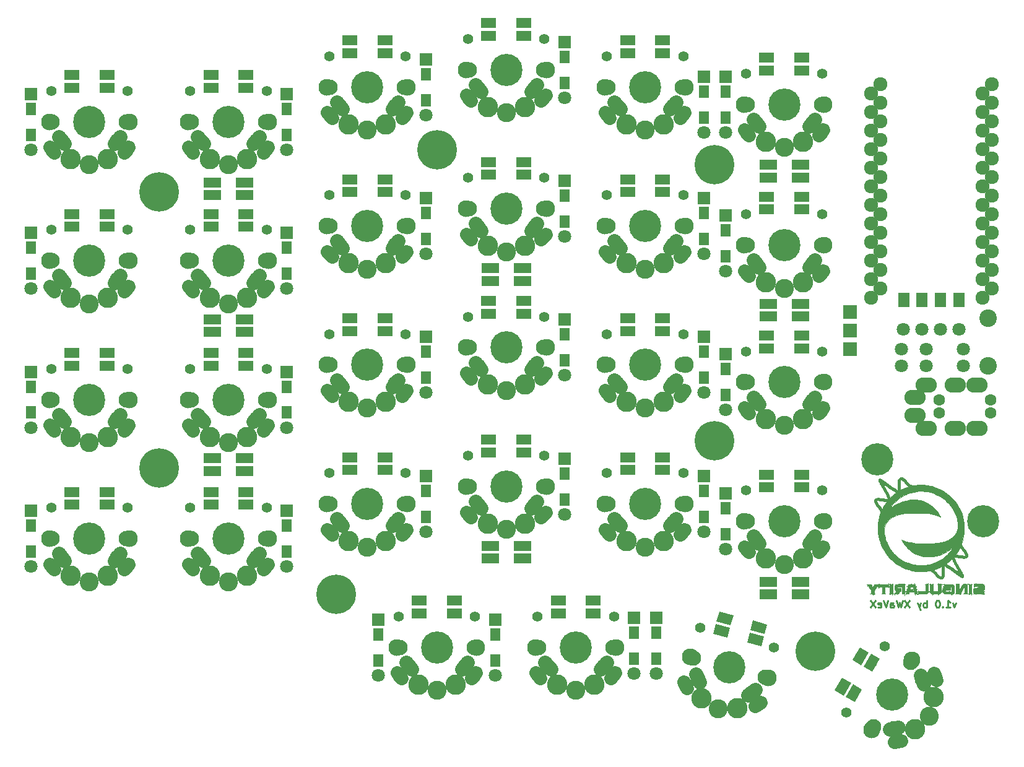
<source format=gbr>
G04 #@! TF.GenerationSoftware,KiCad,Pcbnew,(5.0.0-3-g5ebb6b6)*
G04 #@! TF.CreationDate,2018-11-12T21:10:46+01:00*
G04 #@! TF.ProjectId,corne-classic,636F726E652D636C61737369632E6B69,1.1*
G04 #@! TF.SameCoordinates,Original*
G04 #@! TF.FileFunction,Soldermask,Bot*
G04 #@! TF.FilePolarity,Negative*
%FSLAX46Y46*%
G04 Gerber Fmt 4.6, Leading zero omitted, Abs format (unit mm)*
G04 Created by KiCad (PCBNEW (5.0.0-3-g5ebb6b6)) date 2018 November 12, Monday 21:10:46*
%MOMM*%
%LPD*%
G01*
G04 APERTURE LIST*
%ADD10C,0.250000*%
%ADD11C,0.010000*%
%ADD12C,1.850000*%
%ADD13C,1.850000*%
%ADD14C,4.400000*%
%ADD15C,2.300000*%
%ADD16C,2.600000*%
%ADD17C,2.800000*%
%ADD18C,1.950000*%
%ADD19C,1.950000*%
%ADD20C,2.100000*%
%ADD21C,1.400000*%
%ADD22C,5.400000*%
%ADD23R,1.350000X1.700000*%
%ADD24R,1.797000X1.797000*%
%ADD25C,1.797000*%
%ADD26O,2.900000X2.100000*%
%ADD27C,1.600000*%
%ADD28R,1.924000X1.924000*%
%ADD29R,1.543000X1.035000*%
%ADD30R,2.400000X1.400000*%
%ADD31R,2.000000X1.400000*%
%ADD32C,0.100000*%
%ADD33C,2.400000*%
%ADD34C,1.924000*%
G04 APERTURE END LIST*
D10*
X188504642Y-123895714D02*
X188266547Y-124562380D01*
X188028452Y-123895714D01*
X187123690Y-124562380D02*
X187695119Y-124562380D01*
X187409404Y-124562380D02*
X187409404Y-123562380D01*
X187504642Y-123705238D01*
X187599880Y-123800476D01*
X187695119Y-123848095D01*
X186695119Y-124467142D02*
X186647500Y-124514761D01*
X186695119Y-124562380D01*
X186742738Y-124514761D01*
X186695119Y-124467142D01*
X186695119Y-124562380D01*
X186028452Y-123562380D02*
X185933214Y-123562380D01*
X185837976Y-123610000D01*
X185790357Y-123657619D01*
X185742738Y-123752857D01*
X185695119Y-123943333D01*
X185695119Y-124181428D01*
X185742738Y-124371904D01*
X185790357Y-124467142D01*
X185837976Y-124514761D01*
X185933214Y-124562380D01*
X186028452Y-124562380D01*
X186123690Y-124514761D01*
X186171309Y-124467142D01*
X186218928Y-124371904D01*
X186266547Y-124181428D01*
X186266547Y-123943333D01*
X186218928Y-123752857D01*
X186171309Y-123657619D01*
X186123690Y-123610000D01*
X186028452Y-123562380D01*
X184504642Y-124562380D02*
X184504642Y-123562380D01*
X184504642Y-123943333D02*
X184409404Y-123895714D01*
X184218928Y-123895714D01*
X184123690Y-123943333D01*
X184076071Y-123990952D01*
X184028452Y-124086190D01*
X184028452Y-124371904D01*
X184076071Y-124467142D01*
X184123690Y-124514761D01*
X184218928Y-124562380D01*
X184409404Y-124562380D01*
X184504642Y-124514761D01*
X183695119Y-123895714D02*
X183457023Y-124562380D01*
X183218928Y-123895714D02*
X183457023Y-124562380D01*
X183552261Y-124800476D01*
X183599880Y-124848095D01*
X183695119Y-124895714D01*
X182171309Y-123562380D02*
X181504642Y-124562380D01*
X181504642Y-123562380D02*
X182171309Y-124562380D01*
X181218928Y-123562380D02*
X180980833Y-124562380D01*
X180790357Y-123848095D01*
X180599880Y-124562380D01*
X180361785Y-123562380D01*
X179552261Y-124562380D02*
X179552261Y-124038571D01*
X179599880Y-123943333D01*
X179695119Y-123895714D01*
X179885595Y-123895714D01*
X179980833Y-123943333D01*
X179552261Y-124514761D02*
X179647500Y-124562380D01*
X179885595Y-124562380D01*
X179980833Y-124514761D01*
X180028452Y-124419523D01*
X180028452Y-124324285D01*
X179980833Y-124229047D01*
X179885595Y-124181428D01*
X179647500Y-124181428D01*
X179552261Y-124133809D01*
X179218928Y-123562380D02*
X178885595Y-124562380D01*
X178552261Y-123562380D01*
X177837976Y-124514761D02*
X177933214Y-124562380D01*
X178123690Y-124562380D01*
X178218928Y-124514761D01*
X178266547Y-124419523D01*
X178266547Y-124038571D01*
X178218928Y-123943333D01*
X178123690Y-123895714D01*
X177933214Y-123895714D01*
X177837976Y-123943333D01*
X177790357Y-124038571D01*
X177790357Y-124133809D01*
X178266547Y-124229047D01*
X177457023Y-123562380D02*
X176790357Y-124562380D01*
X176790357Y-123562380D02*
X177457023Y-124562380D01*
D11*
G04 #@! TO.C,G\002A\002A\002A*
G36*
X182782334Y-121261022D02*
X182794126Y-121315496D01*
X182809603Y-121350978D01*
X182822472Y-121384469D01*
X182803835Y-121395871D01*
X182742341Y-121390810D01*
X182731992Y-121389424D01*
X182626111Y-121375047D01*
X182692738Y-121433524D01*
X182733898Y-121473428D01*
X182744413Y-121491855D01*
X182743455Y-121492000D01*
X182697633Y-121478724D01*
X182647990Y-121455783D01*
X182129361Y-121455783D01*
X182101082Y-121449862D01*
X182095728Y-121447853D01*
X182061168Y-121425495D01*
X182060920Y-121412784D01*
X182090775Y-121415950D01*
X182111526Y-121432054D01*
X182129361Y-121455783D01*
X182647990Y-121455783D01*
X182629485Y-121447232D01*
X182605708Y-121433718D01*
X182435747Y-121433718D01*
X182431887Y-121435556D01*
X182406132Y-121415688D01*
X182400334Y-121407334D01*
X182393142Y-121380949D01*
X182397002Y-121379112D01*
X182422758Y-121398979D01*
X182428556Y-121407334D01*
X182435747Y-121433718D01*
X182605708Y-121433718D01*
X182564034Y-121410033D01*
X182532373Y-121386496D01*
X182475774Y-121358226D01*
X182426540Y-121350889D01*
X182369350Y-121334192D01*
X182356211Y-121301500D01*
X182350165Y-121277350D01*
X182333329Y-121305167D01*
X182327934Y-121318220D01*
X182307074Y-121356059D01*
X182273198Y-121374232D01*
X182210034Y-121377785D01*
X182145899Y-121374665D01*
X182058320Y-121370493D01*
X182007484Y-121379612D01*
X181979394Y-121413853D01*
X181960050Y-121485048D01*
X181948643Y-121541389D01*
X181927833Y-121605557D01*
X181889238Y-121630224D01*
X181849423Y-121633111D01*
X181785088Y-121642043D01*
X181751222Y-121661334D01*
X181762251Y-121681321D01*
X181817159Y-121689542D01*
X181820112Y-121689556D01*
X181871083Y-121692717D01*
X181897231Y-121709517D01*
X181900706Y-121750932D01*
X181883658Y-121827938D01*
X181862109Y-121903935D01*
X181831093Y-121995144D01*
X181800557Y-122042836D01*
X181762187Y-122059249D01*
X181756275Y-122059719D01*
X181717023Y-122063963D01*
X181731824Y-122072359D01*
X181746786Y-122076403D01*
X181783710Y-122101842D01*
X181779785Y-122150741D01*
X181756839Y-122231208D01*
X181745654Y-122275167D01*
X181727260Y-122315612D01*
X181686515Y-122334202D01*
X181606884Y-122338667D01*
X181483236Y-122338667D01*
X181484174Y-122011760D01*
X181452661Y-122011760D01*
X181447472Y-122048364D01*
X181437838Y-122048801D01*
X181431651Y-122014112D01*
X181172667Y-122014112D01*
X181158556Y-122028223D01*
X181144445Y-122014112D01*
X181158556Y-122000000D01*
X181172667Y-122014112D01*
X181431651Y-122014112D01*
X181431101Y-122011029D01*
X181435610Y-121994709D01*
X181448142Y-121984019D01*
X181452661Y-122011760D01*
X181484174Y-122011760D01*
X181484375Y-121941718D01*
X181193970Y-121941718D01*
X181190109Y-121943556D01*
X181164354Y-121923688D01*
X181158556Y-121915334D01*
X181151364Y-121888949D01*
X181155225Y-121887112D01*
X181180980Y-121906979D01*
X181186778Y-121915334D01*
X181193970Y-121941718D01*
X181484375Y-121941718D01*
X181484613Y-121858889D01*
X181485284Y-121746000D01*
X181454889Y-121746000D01*
X181445260Y-121773489D01*
X181442444Y-121774223D01*
X181418348Y-121754446D01*
X181412556Y-121746000D01*
X181414793Y-121719994D01*
X181425001Y-121717778D01*
X181453741Y-121738265D01*
X181454889Y-121746000D01*
X181485284Y-121746000D01*
X181485662Y-121682408D01*
X181485797Y-121675445D01*
X181454889Y-121675445D01*
X181440778Y-121689556D01*
X181426667Y-121675445D01*
X181172667Y-121675445D01*
X181158556Y-121689556D01*
X181144445Y-121675445D01*
X180862222Y-121675445D01*
X180848111Y-121689556D01*
X180834000Y-121675445D01*
X180580000Y-121675445D01*
X180565889Y-121689556D01*
X180551778Y-121675445D01*
X180565889Y-121661334D01*
X180580000Y-121675445D01*
X180834000Y-121675445D01*
X180848111Y-121661334D01*
X180862222Y-121675445D01*
X181144445Y-121675445D01*
X181158556Y-121661334D01*
X181172667Y-121675445D01*
X181426667Y-121675445D01*
X181440778Y-121661334D01*
X181454889Y-121675445D01*
X181485797Y-121675445D01*
X181486893Y-121619000D01*
X180777556Y-121619000D01*
X180763445Y-121633112D01*
X180749334Y-121619000D01*
X180763445Y-121604889D01*
X180777556Y-121619000D01*
X181486893Y-121619000D01*
X181487905Y-121566885D01*
X181085071Y-121566885D01*
X181074734Y-121565998D01*
X181068852Y-121562556D01*
X180918667Y-121562556D01*
X180904556Y-121576667D01*
X180896561Y-121568672D01*
X180492472Y-121568672D01*
X180464193Y-121562751D01*
X180458839Y-121560741D01*
X180424279Y-121538384D01*
X180424031Y-121525673D01*
X180453886Y-121528839D01*
X180474637Y-121544943D01*
X180492472Y-121568672D01*
X180896561Y-121568672D01*
X180890445Y-121562556D01*
X180904556Y-121548445D01*
X180918667Y-121562556D01*
X181068852Y-121562556D01*
X181039895Y-121545612D01*
X180998263Y-121513480D01*
X180995477Y-121506112D01*
X180834000Y-121506112D01*
X180819889Y-121520223D01*
X180805778Y-121506112D01*
X180819889Y-121492000D01*
X180834000Y-121506112D01*
X180995477Y-121506112D01*
X180991178Y-121494749D01*
X181018052Y-121502044D01*
X181053394Y-121532112D01*
X181085071Y-121566885D01*
X181487905Y-121566885D01*
X181488141Y-121554732D01*
X181491616Y-121490163D01*
X181193970Y-121490163D01*
X181190109Y-121492000D01*
X181187728Y-121490163D01*
X180770636Y-121490163D01*
X180766776Y-121492000D01*
X180741021Y-121472133D01*
X180735222Y-121463778D01*
X180733046Y-121455792D01*
X180521204Y-121455792D01*
X180511928Y-121463395D01*
X180503493Y-121463778D01*
X180475740Y-121449667D01*
X180297778Y-121449667D01*
X180283667Y-121463778D01*
X180269556Y-121449667D01*
X180283667Y-121435556D01*
X180297778Y-121449667D01*
X180475740Y-121449667D01*
X180464169Y-121443784D01*
X180435289Y-121414389D01*
X180411241Y-121381381D01*
X180424575Y-121386017D01*
X180453000Y-121406403D01*
X180500578Y-121441071D01*
X180521204Y-121455792D01*
X180733046Y-121455792D01*
X180728031Y-121437393D01*
X180731891Y-121435556D01*
X180757646Y-121455424D01*
X180763445Y-121463778D01*
X180770636Y-121490163D01*
X181187728Y-121490163D01*
X181164354Y-121472133D01*
X181158556Y-121463778D01*
X181151364Y-121437393D01*
X181155225Y-121435556D01*
X181180980Y-121455424D01*
X181186778Y-121463778D01*
X181193970Y-121490163D01*
X181491616Y-121490163D01*
X181492798Y-121468224D01*
X181493697Y-121461941D01*
X181363303Y-121461941D01*
X181359443Y-121463778D01*
X181333687Y-121443910D01*
X181327889Y-121435556D01*
X181325711Y-121427561D01*
X181028694Y-121427561D01*
X181000415Y-121421639D01*
X180995061Y-121419630D01*
X180960502Y-121397273D01*
X180960423Y-121393223D01*
X180862222Y-121393223D01*
X180848111Y-121407334D01*
X180834000Y-121393223D01*
X180848111Y-121379112D01*
X180862222Y-121393223D01*
X180960423Y-121393223D01*
X180960253Y-121384562D01*
X180990109Y-121387728D01*
X181010860Y-121403832D01*
X181028694Y-121427561D01*
X180690028Y-121427561D01*
X180661748Y-121421639D01*
X180656394Y-121419630D01*
X180621835Y-121397273D01*
X180621756Y-121393223D01*
X180551778Y-121393223D01*
X180537667Y-121407334D01*
X180523556Y-121393223D01*
X180537667Y-121379112D01*
X180551778Y-121393223D01*
X180621756Y-121393223D01*
X180621587Y-121384562D01*
X180651442Y-121387728D01*
X180672193Y-121403832D01*
X180690028Y-121427561D01*
X181028694Y-121427561D01*
X181325711Y-121427561D01*
X181320698Y-121409171D01*
X181324558Y-121407334D01*
X181350313Y-121427202D01*
X181356111Y-121435556D01*
X181363303Y-121461941D01*
X181493697Y-121461941D01*
X181500379Y-121415250D01*
X181509534Y-121393223D01*
X181285556Y-121393223D01*
X181271445Y-121407334D01*
X181257334Y-121393223D01*
X181271445Y-121379112D01*
X181285556Y-121393223D01*
X181509534Y-121393223D01*
X181511633Y-121388173D01*
X181527308Y-121379359D01*
X181531588Y-121379111D01*
X181561623Y-121370491D01*
X181558893Y-121360819D01*
X181526529Y-121355746D01*
X181446066Y-121351709D01*
X181325842Y-121348871D01*
X181174196Y-121347400D01*
X180999466Y-121347460D01*
X180914850Y-121348036D01*
X180669133Y-121351791D01*
X180476900Y-121358728D01*
X180335245Y-121369579D01*
X180241262Y-121385079D01*
X180192043Y-121405959D01*
X180184683Y-121432954D01*
X180216275Y-121466795D01*
X180282553Y-121507485D01*
X180341368Y-121543122D01*
X180368861Y-121567817D01*
X180368704Y-121571593D01*
X180340085Y-121565385D01*
X180282030Y-121536062D01*
X180256549Y-121520905D01*
X180155907Y-121458705D01*
X180113953Y-121559113D01*
X180087051Y-121662446D01*
X180074168Y-121794497D01*
X180075874Y-121930475D01*
X180092737Y-122045587D01*
X180102102Y-122075774D01*
X180157248Y-122176359D01*
X180230238Y-122249296D01*
X180307550Y-122281664D01*
X180318165Y-122282223D01*
X180385156Y-122282223D01*
X180301802Y-122402167D01*
X180212051Y-122523038D01*
X180139024Y-122600372D01*
X180074686Y-122641358D01*
X180021512Y-122652955D01*
X179974289Y-122656926D01*
X179980829Y-122663225D01*
X180006765Y-122668801D01*
X180063041Y-122704663D01*
X180080793Y-122742569D01*
X180093057Y-122804334D01*
X180114042Y-122740834D01*
X180135489Y-122701643D01*
X180176938Y-122682773D01*
X180255235Y-122677398D01*
X180270778Y-122677334D01*
X180358580Y-122682318D01*
X180404213Y-122700291D01*
X180419435Y-122726723D01*
X180430156Y-122761219D01*
X180434630Y-122740992D01*
X180435615Y-122727055D01*
X180461080Y-122686990D01*
X180488278Y-122682138D01*
X180574582Y-122682932D01*
X180620474Y-122669282D01*
X180622687Y-122649683D01*
X180630466Y-122616516D01*
X180664249Y-122553928D01*
X180687763Y-122517408D01*
X180344815Y-122517408D01*
X180340941Y-122534186D01*
X180326000Y-122536223D01*
X180302770Y-122525897D01*
X180307185Y-122517408D01*
X180340679Y-122514030D01*
X180344815Y-122517408D01*
X180687763Y-122517408D01*
X180714305Y-122476188D01*
X180725264Y-122460963D01*
X180373037Y-122460963D01*
X180369163Y-122477741D01*
X180354222Y-122479778D01*
X180330992Y-122469452D01*
X180335408Y-122460963D01*
X180368901Y-122457586D01*
X180373037Y-122460963D01*
X180725264Y-122460963D01*
X180770900Y-122397566D01*
X180824302Y-122332331D01*
X180864752Y-122294771D01*
X180904734Y-122297092D01*
X180921390Y-122313885D01*
X180934329Y-122310008D01*
X180942920Y-122254536D01*
X180943592Y-122235186D01*
X180768148Y-122235186D01*
X180764274Y-122251964D01*
X180749334Y-122254000D01*
X180726104Y-122243674D01*
X180728072Y-122239889D01*
X180495334Y-122239889D01*
X180481222Y-122254000D01*
X180467111Y-122239889D01*
X180481222Y-122225778D01*
X180495334Y-122239889D01*
X180728072Y-122239889D01*
X180730519Y-122235186D01*
X180764012Y-122231808D01*
X180768148Y-122235186D01*
X180943592Y-122235186D01*
X180944572Y-122206927D01*
X180546266Y-122206927D01*
X180546075Y-122225315D01*
X180541123Y-122225778D01*
X180517564Y-122206492D01*
X180491734Y-122176389D01*
X180476280Y-122155223D01*
X180354222Y-122155223D01*
X180340111Y-122169334D01*
X180326000Y-122155223D01*
X180340111Y-122141112D01*
X180354222Y-122155223D01*
X180476280Y-122155223D01*
X180467326Y-122142960D01*
X180481941Y-122149968D01*
X180502389Y-122165734D01*
X180546266Y-122206927D01*
X180944572Y-122206927D01*
X180945388Y-122183445D01*
X180636445Y-122183445D01*
X180622334Y-122197556D01*
X180608222Y-122183445D01*
X180622334Y-122169334D01*
X180636445Y-122183445D01*
X180945388Y-122183445D01*
X180946369Y-122155223D01*
X180749334Y-122155223D01*
X180735222Y-122169334D01*
X180721111Y-122155223D01*
X180735222Y-122141112D01*
X180749334Y-122155223D01*
X180946369Y-122155223D01*
X180946474Y-122152200D01*
X180946523Y-122141112D01*
X180946702Y-122064604D01*
X180382445Y-122064604D01*
X180376897Y-122084493D01*
X180374459Y-122082315D01*
X180353382Y-122052912D01*
X180325070Y-122014112D01*
X180298525Y-121975730D01*
X180308350Y-121977555D01*
X180333056Y-121996400D01*
X180372680Y-122039406D01*
X180382445Y-122064604D01*
X180946702Y-122064604D01*
X180946755Y-122042334D01*
X180692889Y-122042334D01*
X180678778Y-122056445D01*
X180664667Y-122042334D01*
X180678778Y-122028223D01*
X180692889Y-122042334D01*
X180946755Y-122042334D01*
X180946888Y-121985889D01*
X180467111Y-121985889D01*
X180453000Y-122000000D01*
X180438889Y-121985889D01*
X180453000Y-121971778D01*
X180467111Y-121985889D01*
X180946888Y-121985889D01*
X180947022Y-121929445D01*
X180726284Y-121938489D01*
X180588453Y-121938388D01*
X180499455Y-121922372D01*
X180471676Y-121901223D01*
X180382445Y-121901223D01*
X180368334Y-121915334D01*
X180354222Y-121901223D01*
X180368334Y-121887112D01*
X180382445Y-121901223D01*
X180471676Y-121901223D01*
X180453090Y-121887074D01*
X180443157Y-121829123D01*
X180445407Y-121816556D01*
X180326000Y-121816556D01*
X180311889Y-121830667D01*
X180297778Y-121816556D01*
X180311889Y-121802445D01*
X180326000Y-121816556D01*
X180445407Y-121816556D01*
X180450417Y-121788579D01*
X180459076Y-121760112D01*
X180213111Y-121760112D01*
X180199000Y-121774223D01*
X180184889Y-121760112D01*
X180199000Y-121746000D01*
X180213111Y-121760112D01*
X180459076Y-121760112D01*
X180459684Y-121758116D01*
X180476019Y-121738022D01*
X180493556Y-121731889D01*
X180354222Y-121731889D01*
X180340111Y-121746000D01*
X180326000Y-121731889D01*
X180340111Y-121717778D01*
X180354222Y-121731889D01*
X180493556Y-121731889D01*
X180509570Y-121726289D01*
X180570483Y-121720909D01*
X180668906Y-121719874D01*
X180792235Y-121720938D01*
X181116222Y-121724340D01*
X181116171Y-122207892D01*
X181116120Y-122691445D01*
X181451194Y-122672507D01*
X181462409Y-122780753D01*
X181473623Y-122889000D01*
X181480875Y-122776112D01*
X181484428Y-122673661D01*
X181484370Y-122620889D01*
X181440778Y-122620889D01*
X181439488Y-122646937D01*
X181429998Y-122649112D01*
X181390101Y-122628516D01*
X181384334Y-122620889D01*
X181385624Y-122594841D01*
X181395114Y-122592667D01*
X181435011Y-122613262D01*
X181440778Y-122620889D01*
X181484370Y-122620889D01*
X181484301Y-122558328D01*
X181483527Y-122529167D01*
X181480380Y-122437445D01*
X181172667Y-122437445D01*
X181158556Y-122451556D01*
X181144445Y-122437445D01*
X181158556Y-122423334D01*
X181172667Y-122437445D01*
X181480380Y-122437445D01*
X181478927Y-122395112D01*
X181593908Y-122395112D01*
X181661396Y-122396879D01*
X181696060Y-122410119D01*
X181702569Y-122446742D01*
X181685595Y-122518656D01*
X181666861Y-122581126D01*
X181637558Y-122685930D01*
X181626883Y-122744543D01*
X181635043Y-122754491D01*
X181654705Y-122726723D01*
X181686467Y-122697002D01*
X181746553Y-122681701D01*
X181848723Y-122677334D01*
X182016053Y-122677334D01*
X182053990Y-122543278D01*
X182079004Y-122454887D01*
X181821778Y-122454887D01*
X181804389Y-122470188D01*
X181793556Y-122465667D01*
X181766387Y-122428281D01*
X181765334Y-122420003D01*
X181782722Y-122404701D01*
X181793556Y-122409223D01*
X181820724Y-122446609D01*
X181821778Y-122454887D01*
X182079004Y-122454887D01*
X182091927Y-122409223D01*
X182366114Y-122409223D01*
X182482735Y-122408165D01*
X182574687Y-122405318D01*
X182629851Y-122401172D01*
X182640261Y-122398154D01*
X182637692Y-122384180D01*
X181253437Y-122384180D01*
X181249332Y-122388633D01*
X181207945Y-122364098D01*
X181160531Y-122327757D01*
X181144445Y-122303656D01*
X181152053Y-122284012D01*
X181180006Y-122302598D01*
X181217682Y-122342665D01*
X181253437Y-122384180D01*
X182637692Y-122384180D01*
X182632192Y-122354266D01*
X182622298Y-122319852D01*
X182179260Y-122319852D01*
X182175385Y-122336630D01*
X182160445Y-122338667D01*
X182137215Y-122328341D01*
X182141630Y-122319852D01*
X182175123Y-122316475D01*
X182179260Y-122319852D01*
X182622298Y-122319852D01*
X182611678Y-122282915D01*
X182603188Y-122257182D01*
X181940253Y-122257182D01*
X181937573Y-122263654D01*
X181927611Y-122256746D01*
X181888327Y-122238040D01*
X181880102Y-122256926D01*
X181905884Y-122302053D01*
X181913500Y-122311107D01*
X181920948Y-122324662D01*
X181920800Y-122324556D01*
X181821778Y-122324556D01*
X181807667Y-122338667D01*
X181793556Y-122324556D01*
X181807667Y-122310445D01*
X181821778Y-122324556D01*
X181920800Y-122324556D01*
X181891744Y-122303761D01*
X181887229Y-122300032D01*
X181842988Y-122244330D01*
X181829734Y-122194947D01*
X181834484Y-122150453D01*
X181836975Y-122141112D01*
X181855708Y-122159796D01*
X181897900Y-122205930D01*
X181908581Y-122217869D01*
X181940253Y-122257182D01*
X182603188Y-122257182D01*
X182589309Y-122215123D01*
X182245111Y-122215123D01*
X182231383Y-122223570D01*
X182202560Y-122195718D01*
X181955970Y-122195718D01*
X181952109Y-122197556D01*
X181926354Y-122177688D01*
X181920556Y-122169334D01*
X181913364Y-122142949D01*
X181917225Y-122141112D01*
X181942980Y-122160979D01*
X181948778Y-122169334D01*
X181955970Y-122195718D01*
X182202560Y-122195718D01*
X182193865Y-122187316D01*
X182185067Y-122176389D01*
X182160659Y-122142960D01*
X182175274Y-122149968D01*
X182195722Y-122165734D01*
X182234809Y-122200549D01*
X182245111Y-122215123D01*
X182589309Y-122215123D01*
X182583991Y-122199007D01*
X182562325Y-122139274D01*
X182266414Y-122139274D01*
X182262554Y-122141112D01*
X182236799Y-122121244D01*
X182231000Y-122112889D01*
X182223809Y-122086505D01*
X182227669Y-122084667D01*
X182253424Y-122104535D01*
X182259222Y-122112889D01*
X182266414Y-122139274D01*
X182562325Y-122139274D01*
X182554406Y-122117445D01*
X182528195Y-122053133D01*
X182510631Y-122020975D01*
X182506878Y-122021167D01*
X182476834Y-122037845D01*
X182412411Y-122050218D01*
X182332591Y-122057184D01*
X182256357Y-122057643D01*
X182233566Y-122054607D01*
X181927747Y-122054607D01*
X181923887Y-122056445D01*
X181898132Y-122036577D01*
X181892334Y-122028223D01*
X181885142Y-122001838D01*
X181889002Y-122000000D01*
X181914758Y-122019868D01*
X181920556Y-122028223D01*
X181927747Y-122054607D01*
X182233566Y-122054607D01*
X182202690Y-122050494D01*
X182188667Y-122039622D01*
X182194090Y-122014112D01*
X181991111Y-122014112D01*
X181977000Y-122028223D01*
X181962889Y-122014112D01*
X181977000Y-122000000D01*
X181991111Y-122014112D01*
X182194090Y-122014112D01*
X182195960Y-122005318D01*
X182201120Y-121985889D01*
X182047556Y-121985889D01*
X182033445Y-122000000D01*
X182019334Y-121985889D01*
X182033445Y-121971778D01*
X182047556Y-121985889D01*
X182201120Y-121985889D01*
X182214773Y-121934493D01*
X182220734Y-121913496D01*
X181955970Y-121913496D01*
X181952109Y-121915334D01*
X181926354Y-121895466D01*
X181920556Y-121887112D01*
X181913364Y-121860727D01*
X181917225Y-121858889D01*
X181942980Y-121878757D01*
X181948778Y-121887112D01*
X181955970Y-121913496D01*
X182220734Y-121913496D01*
X182233003Y-121870288D01*
X182260258Y-121776533D01*
X182104000Y-121776533D01*
X182085126Y-121782130D01*
X182039381Y-121756715D01*
X182036209Y-121754373D01*
X181991225Y-121716094D01*
X181977230Y-121694460D01*
X181977347Y-121694325D01*
X182007401Y-121696928D01*
X182054185Y-121722923D01*
X182093635Y-121756690D01*
X182104000Y-121776533D01*
X182260258Y-121776533D01*
X182277339Y-121717778D01*
X182444670Y-121717778D01*
X182542333Y-121721099D01*
X182594484Y-121732854D01*
X182611759Y-121755737D01*
X182612000Y-121760112D01*
X182631812Y-121797588D01*
X182648940Y-121802445D01*
X182698754Y-121818628D01*
X182740662Y-121844943D01*
X182774383Y-121873018D01*
X182764165Y-121875408D01*
X182717834Y-121859752D01*
X182679231Y-121848534D01*
X182654431Y-121851852D01*
X182643731Y-121876572D01*
X182647429Y-121929559D01*
X182665822Y-122017678D01*
X182699209Y-122147793D01*
X182736243Y-122284285D01*
X182771328Y-122417484D01*
X182798583Y-122530846D01*
X182815569Y-122613434D01*
X182819845Y-122654316D01*
X182819244Y-122656167D01*
X182826687Y-122676440D01*
X182834150Y-122677334D01*
X182860557Y-122701260D01*
X182874305Y-122740834D01*
X182886536Y-122804334D01*
X182890379Y-122740834D01*
X182899822Y-122701179D01*
X182932036Y-122682556D01*
X183002416Y-122677411D01*
X183019820Y-122677334D01*
X183114106Y-122686225D01*
X183166152Y-122715400D01*
X183174184Y-122726723D01*
X183195205Y-122755585D01*
X183202755Y-122735580D01*
X183203651Y-122705556D01*
X183196779Y-122635000D01*
X183091778Y-122635000D01*
X183077667Y-122649112D01*
X183063556Y-122635000D01*
X183077667Y-122620889D01*
X183091778Y-122635000D01*
X183196779Y-122635000D01*
X183196465Y-122631786D01*
X183177848Y-122540327D01*
X183173289Y-122523111D01*
X183173080Y-122522112D01*
X182978889Y-122522112D01*
X182964778Y-122536223D01*
X182950667Y-122522112D01*
X182964778Y-122508000D01*
X182978889Y-122522112D01*
X183173080Y-122522112D01*
X183168439Y-122500005D01*
X182919583Y-122500005D01*
X182891304Y-122494084D01*
X182885950Y-122492075D01*
X182851390Y-122469717D01*
X182851142Y-122457006D01*
X182880997Y-122460172D01*
X182901748Y-122476276D01*
X182919583Y-122500005D01*
X183168439Y-122500005D01*
X183156762Y-122444396D01*
X183164150Y-122406624D01*
X183167518Y-122404519D01*
X182913037Y-122404519D01*
X182909163Y-122421297D01*
X182894222Y-122423334D01*
X182870992Y-122413008D01*
X182875408Y-122404519D01*
X182908901Y-122401141D01*
X182913037Y-122404519D01*
X183167518Y-122404519D01*
X183173446Y-122400815D01*
X183203326Y-122373271D01*
X183189414Y-122344713D01*
X183163660Y-122338667D01*
X183144503Y-122324556D01*
X182837778Y-122324556D01*
X182823667Y-122338667D01*
X182809556Y-122324556D01*
X182823667Y-122310445D01*
X182837778Y-122324556D01*
X183144503Y-122324556D01*
X183129652Y-122313618D01*
X183121964Y-122297896D01*
X182913034Y-122297896D01*
X182908334Y-122308650D01*
X182865667Y-122293040D01*
X182825328Y-122267214D01*
X182794068Y-122236532D01*
X182798768Y-122225778D01*
X182841434Y-122241388D01*
X182881773Y-122267214D01*
X182913034Y-122297896D01*
X183121964Y-122297896D01*
X183098475Y-122249863D01*
X183093262Y-122232834D01*
X183080339Y-122183445D01*
X182866000Y-122183445D01*
X182851889Y-122197556D01*
X182837778Y-122183445D01*
X182851889Y-122169334D01*
X182866000Y-122183445D01*
X183080339Y-122183445D01*
X183072953Y-122155223D01*
X183035334Y-122155223D01*
X183021222Y-122169334D01*
X183007111Y-122155223D01*
X183011815Y-122150519D01*
X182800148Y-122150519D01*
X182796274Y-122167297D01*
X182781334Y-122169334D01*
X182758104Y-122159008D01*
X182762519Y-122150519D01*
X182796012Y-122147141D01*
X182800148Y-122150519D01*
X183011815Y-122150519D01*
X183021222Y-122141112D01*
X183035334Y-122155223D01*
X183072953Y-122155223D01*
X183071518Y-122149740D01*
X183068303Y-122105906D01*
X183086875Y-122086252D01*
X183127056Y-122076362D01*
X183190556Y-122064132D01*
X183128149Y-122060288D01*
X183086742Y-122046215D01*
X183083957Y-122042334D01*
X182753111Y-122042334D01*
X182739000Y-122056445D01*
X182724889Y-122042334D01*
X182739000Y-122028223D01*
X182753111Y-122042334D01*
X183083957Y-122042334D01*
X183054808Y-122001727D01*
X183049143Y-121985889D01*
X182837778Y-121985889D01*
X182823667Y-122000000D01*
X182809556Y-121985889D01*
X182823667Y-121971778D01*
X182837778Y-121985889D01*
X183049143Y-121985889D01*
X183041235Y-121963783D01*
X182778472Y-121963783D01*
X182750193Y-121957862D01*
X182744839Y-121955853D01*
X182710279Y-121933495D01*
X182710031Y-121920784D01*
X182739886Y-121923950D01*
X182760637Y-121940054D01*
X182778472Y-121963783D01*
X183041235Y-121963783D01*
X183028950Y-121929445D01*
X182894222Y-121929445D01*
X182880111Y-121943556D01*
X182866000Y-121929445D01*
X182880111Y-121915334D01*
X182894222Y-121929445D01*
X183028950Y-121929445D01*
X183023551Y-121914353D01*
X183022316Y-121910211D01*
X182993754Y-121810306D01*
X182982197Y-121752668D01*
X182986355Y-121731889D01*
X182696667Y-121731889D01*
X182682556Y-121746000D01*
X182668445Y-121731889D01*
X182682556Y-121717778D01*
X182696667Y-121731889D01*
X182986355Y-121731889D01*
X182987581Y-121725767D01*
X183009839Y-121718070D01*
X183021222Y-121717778D01*
X183058780Y-121702539D01*
X183063556Y-121689556D01*
X183040097Y-121666090D01*
X183010975Y-121661334D01*
X182979662Y-121647223D01*
X182470889Y-121647223D01*
X182456778Y-121661334D01*
X182442667Y-121647223D01*
X182358000Y-121647223D01*
X182343889Y-121661334D01*
X182329778Y-121647223D01*
X182343889Y-121633112D01*
X182358000Y-121647223D01*
X182442667Y-121647223D01*
X182456778Y-121633112D01*
X182470889Y-121647223D01*
X182979662Y-121647223D01*
X182972312Y-121643911D01*
X182957337Y-121619000D01*
X182132222Y-121619000D01*
X182118111Y-121633112D01*
X182104000Y-121619000D01*
X181991111Y-121619000D01*
X181977000Y-121633112D01*
X181962889Y-121619000D01*
X181977000Y-121604889D01*
X181991111Y-121619000D01*
X182104000Y-121619000D01*
X182118111Y-121604889D01*
X182132222Y-121619000D01*
X182957337Y-121619000D01*
X182937334Y-121585728D01*
X182928901Y-121562556D01*
X182555556Y-121562556D01*
X182541445Y-121576667D01*
X182527334Y-121562556D01*
X182541445Y-121548445D01*
X182555556Y-121562556D01*
X182928901Y-121562556D01*
X182910924Y-121513167D01*
X182908429Y-121506112D01*
X182640222Y-121506112D01*
X182626111Y-121520223D01*
X182612000Y-121506112D01*
X182626111Y-121492000D01*
X182640222Y-121506112D01*
X182908429Y-121506112D01*
X182876090Y-121414707D01*
X182840677Y-121330990D01*
X182809843Y-121272123D01*
X182788741Y-121248218D01*
X182782334Y-121261022D01*
X182782334Y-121261022D01*
G37*
X182782334Y-121261022D02*
X182794126Y-121315496D01*
X182809603Y-121350978D01*
X182822472Y-121384469D01*
X182803835Y-121395871D01*
X182742341Y-121390810D01*
X182731992Y-121389424D01*
X182626111Y-121375047D01*
X182692738Y-121433524D01*
X182733898Y-121473428D01*
X182744413Y-121491855D01*
X182743455Y-121492000D01*
X182697633Y-121478724D01*
X182647990Y-121455783D01*
X182129361Y-121455783D01*
X182101082Y-121449862D01*
X182095728Y-121447853D01*
X182061168Y-121425495D01*
X182060920Y-121412784D01*
X182090775Y-121415950D01*
X182111526Y-121432054D01*
X182129361Y-121455783D01*
X182647990Y-121455783D01*
X182629485Y-121447232D01*
X182605708Y-121433718D01*
X182435747Y-121433718D01*
X182431887Y-121435556D01*
X182406132Y-121415688D01*
X182400334Y-121407334D01*
X182393142Y-121380949D01*
X182397002Y-121379112D01*
X182422758Y-121398979D01*
X182428556Y-121407334D01*
X182435747Y-121433718D01*
X182605708Y-121433718D01*
X182564034Y-121410033D01*
X182532373Y-121386496D01*
X182475774Y-121358226D01*
X182426540Y-121350889D01*
X182369350Y-121334192D01*
X182356211Y-121301500D01*
X182350165Y-121277350D01*
X182333329Y-121305167D01*
X182327934Y-121318220D01*
X182307074Y-121356059D01*
X182273198Y-121374232D01*
X182210034Y-121377785D01*
X182145899Y-121374665D01*
X182058320Y-121370493D01*
X182007484Y-121379612D01*
X181979394Y-121413853D01*
X181960050Y-121485048D01*
X181948643Y-121541389D01*
X181927833Y-121605557D01*
X181889238Y-121630224D01*
X181849423Y-121633111D01*
X181785088Y-121642043D01*
X181751222Y-121661334D01*
X181762251Y-121681321D01*
X181817159Y-121689542D01*
X181820112Y-121689556D01*
X181871083Y-121692717D01*
X181897231Y-121709517D01*
X181900706Y-121750932D01*
X181883658Y-121827938D01*
X181862109Y-121903935D01*
X181831093Y-121995144D01*
X181800557Y-122042836D01*
X181762187Y-122059249D01*
X181756275Y-122059719D01*
X181717023Y-122063963D01*
X181731824Y-122072359D01*
X181746786Y-122076403D01*
X181783710Y-122101842D01*
X181779785Y-122150741D01*
X181756839Y-122231208D01*
X181745654Y-122275167D01*
X181727260Y-122315612D01*
X181686515Y-122334202D01*
X181606884Y-122338667D01*
X181483236Y-122338667D01*
X181484174Y-122011760D01*
X181452661Y-122011760D01*
X181447472Y-122048364D01*
X181437838Y-122048801D01*
X181431651Y-122014112D01*
X181172667Y-122014112D01*
X181158556Y-122028223D01*
X181144445Y-122014112D01*
X181158556Y-122000000D01*
X181172667Y-122014112D01*
X181431651Y-122014112D01*
X181431101Y-122011029D01*
X181435610Y-121994709D01*
X181448142Y-121984019D01*
X181452661Y-122011760D01*
X181484174Y-122011760D01*
X181484375Y-121941718D01*
X181193970Y-121941718D01*
X181190109Y-121943556D01*
X181164354Y-121923688D01*
X181158556Y-121915334D01*
X181151364Y-121888949D01*
X181155225Y-121887112D01*
X181180980Y-121906979D01*
X181186778Y-121915334D01*
X181193970Y-121941718D01*
X181484375Y-121941718D01*
X181484613Y-121858889D01*
X181485284Y-121746000D01*
X181454889Y-121746000D01*
X181445260Y-121773489D01*
X181442444Y-121774223D01*
X181418348Y-121754446D01*
X181412556Y-121746000D01*
X181414793Y-121719994D01*
X181425001Y-121717778D01*
X181453741Y-121738265D01*
X181454889Y-121746000D01*
X181485284Y-121746000D01*
X181485662Y-121682408D01*
X181485797Y-121675445D01*
X181454889Y-121675445D01*
X181440778Y-121689556D01*
X181426667Y-121675445D01*
X181172667Y-121675445D01*
X181158556Y-121689556D01*
X181144445Y-121675445D01*
X180862222Y-121675445D01*
X180848111Y-121689556D01*
X180834000Y-121675445D01*
X180580000Y-121675445D01*
X180565889Y-121689556D01*
X180551778Y-121675445D01*
X180565889Y-121661334D01*
X180580000Y-121675445D01*
X180834000Y-121675445D01*
X180848111Y-121661334D01*
X180862222Y-121675445D01*
X181144445Y-121675445D01*
X181158556Y-121661334D01*
X181172667Y-121675445D01*
X181426667Y-121675445D01*
X181440778Y-121661334D01*
X181454889Y-121675445D01*
X181485797Y-121675445D01*
X181486893Y-121619000D01*
X180777556Y-121619000D01*
X180763445Y-121633112D01*
X180749334Y-121619000D01*
X180763445Y-121604889D01*
X180777556Y-121619000D01*
X181486893Y-121619000D01*
X181487905Y-121566885D01*
X181085071Y-121566885D01*
X181074734Y-121565998D01*
X181068852Y-121562556D01*
X180918667Y-121562556D01*
X180904556Y-121576667D01*
X180896561Y-121568672D01*
X180492472Y-121568672D01*
X180464193Y-121562751D01*
X180458839Y-121560741D01*
X180424279Y-121538384D01*
X180424031Y-121525673D01*
X180453886Y-121528839D01*
X180474637Y-121544943D01*
X180492472Y-121568672D01*
X180896561Y-121568672D01*
X180890445Y-121562556D01*
X180904556Y-121548445D01*
X180918667Y-121562556D01*
X181068852Y-121562556D01*
X181039895Y-121545612D01*
X180998263Y-121513480D01*
X180995477Y-121506112D01*
X180834000Y-121506112D01*
X180819889Y-121520223D01*
X180805778Y-121506112D01*
X180819889Y-121492000D01*
X180834000Y-121506112D01*
X180995477Y-121506112D01*
X180991178Y-121494749D01*
X181018052Y-121502044D01*
X181053394Y-121532112D01*
X181085071Y-121566885D01*
X181487905Y-121566885D01*
X181488141Y-121554732D01*
X181491616Y-121490163D01*
X181193970Y-121490163D01*
X181190109Y-121492000D01*
X181187728Y-121490163D01*
X180770636Y-121490163D01*
X180766776Y-121492000D01*
X180741021Y-121472133D01*
X180735222Y-121463778D01*
X180733046Y-121455792D01*
X180521204Y-121455792D01*
X180511928Y-121463395D01*
X180503493Y-121463778D01*
X180475740Y-121449667D01*
X180297778Y-121449667D01*
X180283667Y-121463778D01*
X180269556Y-121449667D01*
X180283667Y-121435556D01*
X180297778Y-121449667D01*
X180475740Y-121449667D01*
X180464169Y-121443784D01*
X180435289Y-121414389D01*
X180411241Y-121381381D01*
X180424575Y-121386017D01*
X180453000Y-121406403D01*
X180500578Y-121441071D01*
X180521204Y-121455792D01*
X180733046Y-121455792D01*
X180728031Y-121437393D01*
X180731891Y-121435556D01*
X180757646Y-121455424D01*
X180763445Y-121463778D01*
X180770636Y-121490163D01*
X181187728Y-121490163D01*
X181164354Y-121472133D01*
X181158556Y-121463778D01*
X181151364Y-121437393D01*
X181155225Y-121435556D01*
X181180980Y-121455424D01*
X181186778Y-121463778D01*
X181193970Y-121490163D01*
X181491616Y-121490163D01*
X181492798Y-121468224D01*
X181493697Y-121461941D01*
X181363303Y-121461941D01*
X181359443Y-121463778D01*
X181333687Y-121443910D01*
X181327889Y-121435556D01*
X181325711Y-121427561D01*
X181028694Y-121427561D01*
X181000415Y-121421639D01*
X180995061Y-121419630D01*
X180960502Y-121397273D01*
X180960423Y-121393223D01*
X180862222Y-121393223D01*
X180848111Y-121407334D01*
X180834000Y-121393223D01*
X180848111Y-121379112D01*
X180862222Y-121393223D01*
X180960423Y-121393223D01*
X180960253Y-121384562D01*
X180990109Y-121387728D01*
X181010860Y-121403832D01*
X181028694Y-121427561D01*
X180690028Y-121427561D01*
X180661748Y-121421639D01*
X180656394Y-121419630D01*
X180621835Y-121397273D01*
X180621756Y-121393223D01*
X180551778Y-121393223D01*
X180537667Y-121407334D01*
X180523556Y-121393223D01*
X180537667Y-121379112D01*
X180551778Y-121393223D01*
X180621756Y-121393223D01*
X180621587Y-121384562D01*
X180651442Y-121387728D01*
X180672193Y-121403832D01*
X180690028Y-121427561D01*
X181028694Y-121427561D01*
X181325711Y-121427561D01*
X181320698Y-121409171D01*
X181324558Y-121407334D01*
X181350313Y-121427202D01*
X181356111Y-121435556D01*
X181363303Y-121461941D01*
X181493697Y-121461941D01*
X181500379Y-121415250D01*
X181509534Y-121393223D01*
X181285556Y-121393223D01*
X181271445Y-121407334D01*
X181257334Y-121393223D01*
X181271445Y-121379112D01*
X181285556Y-121393223D01*
X181509534Y-121393223D01*
X181511633Y-121388173D01*
X181527308Y-121379359D01*
X181531588Y-121379111D01*
X181561623Y-121370491D01*
X181558893Y-121360819D01*
X181526529Y-121355746D01*
X181446066Y-121351709D01*
X181325842Y-121348871D01*
X181174196Y-121347400D01*
X180999466Y-121347460D01*
X180914850Y-121348036D01*
X180669133Y-121351791D01*
X180476900Y-121358728D01*
X180335245Y-121369579D01*
X180241262Y-121385079D01*
X180192043Y-121405959D01*
X180184683Y-121432954D01*
X180216275Y-121466795D01*
X180282553Y-121507485D01*
X180341368Y-121543122D01*
X180368861Y-121567817D01*
X180368704Y-121571593D01*
X180340085Y-121565385D01*
X180282030Y-121536062D01*
X180256549Y-121520905D01*
X180155907Y-121458705D01*
X180113953Y-121559113D01*
X180087051Y-121662446D01*
X180074168Y-121794497D01*
X180075874Y-121930475D01*
X180092737Y-122045587D01*
X180102102Y-122075774D01*
X180157248Y-122176359D01*
X180230238Y-122249296D01*
X180307550Y-122281664D01*
X180318165Y-122282223D01*
X180385156Y-122282223D01*
X180301802Y-122402167D01*
X180212051Y-122523038D01*
X180139024Y-122600372D01*
X180074686Y-122641358D01*
X180021512Y-122652955D01*
X179974289Y-122656926D01*
X179980829Y-122663225D01*
X180006765Y-122668801D01*
X180063041Y-122704663D01*
X180080793Y-122742569D01*
X180093057Y-122804334D01*
X180114042Y-122740834D01*
X180135489Y-122701643D01*
X180176938Y-122682773D01*
X180255235Y-122677398D01*
X180270778Y-122677334D01*
X180358580Y-122682318D01*
X180404213Y-122700291D01*
X180419435Y-122726723D01*
X180430156Y-122761219D01*
X180434630Y-122740992D01*
X180435615Y-122727055D01*
X180461080Y-122686990D01*
X180488278Y-122682138D01*
X180574582Y-122682932D01*
X180620474Y-122669282D01*
X180622687Y-122649683D01*
X180630466Y-122616516D01*
X180664249Y-122553928D01*
X180687763Y-122517408D01*
X180344815Y-122517408D01*
X180340941Y-122534186D01*
X180326000Y-122536223D01*
X180302770Y-122525897D01*
X180307185Y-122517408D01*
X180340679Y-122514030D01*
X180344815Y-122517408D01*
X180687763Y-122517408D01*
X180714305Y-122476188D01*
X180725264Y-122460963D01*
X180373037Y-122460963D01*
X180369163Y-122477741D01*
X180354222Y-122479778D01*
X180330992Y-122469452D01*
X180335408Y-122460963D01*
X180368901Y-122457586D01*
X180373037Y-122460963D01*
X180725264Y-122460963D01*
X180770900Y-122397566D01*
X180824302Y-122332331D01*
X180864752Y-122294771D01*
X180904734Y-122297092D01*
X180921390Y-122313885D01*
X180934329Y-122310008D01*
X180942920Y-122254536D01*
X180943592Y-122235186D01*
X180768148Y-122235186D01*
X180764274Y-122251964D01*
X180749334Y-122254000D01*
X180726104Y-122243674D01*
X180728072Y-122239889D01*
X180495334Y-122239889D01*
X180481222Y-122254000D01*
X180467111Y-122239889D01*
X180481222Y-122225778D01*
X180495334Y-122239889D01*
X180728072Y-122239889D01*
X180730519Y-122235186D01*
X180764012Y-122231808D01*
X180768148Y-122235186D01*
X180943592Y-122235186D01*
X180944572Y-122206927D01*
X180546266Y-122206927D01*
X180546075Y-122225315D01*
X180541123Y-122225778D01*
X180517564Y-122206492D01*
X180491734Y-122176389D01*
X180476280Y-122155223D01*
X180354222Y-122155223D01*
X180340111Y-122169334D01*
X180326000Y-122155223D01*
X180340111Y-122141112D01*
X180354222Y-122155223D01*
X180476280Y-122155223D01*
X180467326Y-122142960D01*
X180481941Y-122149968D01*
X180502389Y-122165734D01*
X180546266Y-122206927D01*
X180944572Y-122206927D01*
X180945388Y-122183445D01*
X180636445Y-122183445D01*
X180622334Y-122197556D01*
X180608222Y-122183445D01*
X180622334Y-122169334D01*
X180636445Y-122183445D01*
X180945388Y-122183445D01*
X180946369Y-122155223D01*
X180749334Y-122155223D01*
X180735222Y-122169334D01*
X180721111Y-122155223D01*
X180735222Y-122141112D01*
X180749334Y-122155223D01*
X180946369Y-122155223D01*
X180946474Y-122152200D01*
X180946523Y-122141112D01*
X180946702Y-122064604D01*
X180382445Y-122064604D01*
X180376897Y-122084493D01*
X180374459Y-122082315D01*
X180353382Y-122052912D01*
X180325070Y-122014112D01*
X180298525Y-121975730D01*
X180308350Y-121977555D01*
X180333056Y-121996400D01*
X180372680Y-122039406D01*
X180382445Y-122064604D01*
X180946702Y-122064604D01*
X180946755Y-122042334D01*
X180692889Y-122042334D01*
X180678778Y-122056445D01*
X180664667Y-122042334D01*
X180678778Y-122028223D01*
X180692889Y-122042334D01*
X180946755Y-122042334D01*
X180946888Y-121985889D01*
X180467111Y-121985889D01*
X180453000Y-122000000D01*
X180438889Y-121985889D01*
X180453000Y-121971778D01*
X180467111Y-121985889D01*
X180946888Y-121985889D01*
X180947022Y-121929445D01*
X180726284Y-121938489D01*
X180588453Y-121938388D01*
X180499455Y-121922372D01*
X180471676Y-121901223D01*
X180382445Y-121901223D01*
X180368334Y-121915334D01*
X180354222Y-121901223D01*
X180368334Y-121887112D01*
X180382445Y-121901223D01*
X180471676Y-121901223D01*
X180453090Y-121887074D01*
X180443157Y-121829123D01*
X180445407Y-121816556D01*
X180326000Y-121816556D01*
X180311889Y-121830667D01*
X180297778Y-121816556D01*
X180311889Y-121802445D01*
X180326000Y-121816556D01*
X180445407Y-121816556D01*
X180450417Y-121788579D01*
X180459076Y-121760112D01*
X180213111Y-121760112D01*
X180199000Y-121774223D01*
X180184889Y-121760112D01*
X180199000Y-121746000D01*
X180213111Y-121760112D01*
X180459076Y-121760112D01*
X180459684Y-121758116D01*
X180476019Y-121738022D01*
X180493556Y-121731889D01*
X180354222Y-121731889D01*
X180340111Y-121746000D01*
X180326000Y-121731889D01*
X180340111Y-121717778D01*
X180354222Y-121731889D01*
X180493556Y-121731889D01*
X180509570Y-121726289D01*
X180570483Y-121720909D01*
X180668906Y-121719874D01*
X180792235Y-121720938D01*
X181116222Y-121724340D01*
X181116171Y-122207892D01*
X181116120Y-122691445D01*
X181451194Y-122672507D01*
X181462409Y-122780753D01*
X181473623Y-122889000D01*
X181480875Y-122776112D01*
X181484428Y-122673661D01*
X181484370Y-122620889D01*
X181440778Y-122620889D01*
X181439488Y-122646937D01*
X181429998Y-122649112D01*
X181390101Y-122628516D01*
X181384334Y-122620889D01*
X181385624Y-122594841D01*
X181395114Y-122592667D01*
X181435011Y-122613262D01*
X181440778Y-122620889D01*
X181484370Y-122620889D01*
X181484301Y-122558328D01*
X181483527Y-122529167D01*
X181480380Y-122437445D01*
X181172667Y-122437445D01*
X181158556Y-122451556D01*
X181144445Y-122437445D01*
X181158556Y-122423334D01*
X181172667Y-122437445D01*
X181480380Y-122437445D01*
X181478927Y-122395112D01*
X181593908Y-122395112D01*
X181661396Y-122396879D01*
X181696060Y-122410119D01*
X181702569Y-122446742D01*
X181685595Y-122518656D01*
X181666861Y-122581126D01*
X181637558Y-122685930D01*
X181626883Y-122744543D01*
X181635043Y-122754491D01*
X181654705Y-122726723D01*
X181686467Y-122697002D01*
X181746553Y-122681701D01*
X181848723Y-122677334D01*
X182016053Y-122677334D01*
X182053990Y-122543278D01*
X182079004Y-122454887D01*
X181821778Y-122454887D01*
X181804389Y-122470188D01*
X181793556Y-122465667D01*
X181766387Y-122428281D01*
X181765334Y-122420003D01*
X181782722Y-122404701D01*
X181793556Y-122409223D01*
X181820724Y-122446609D01*
X181821778Y-122454887D01*
X182079004Y-122454887D01*
X182091927Y-122409223D01*
X182366114Y-122409223D01*
X182482735Y-122408165D01*
X182574687Y-122405318D01*
X182629851Y-122401172D01*
X182640261Y-122398154D01*
X182637692Y-122384180D01*
X181253437Y-122384180D01*
X181249332Y-122388633D01*
X181207945Y-122364098D01*
X181160531Y-122327757D01*
X181144445Y-122303656D01*
X181152053Y-122284012D01*
X181180006Y-122302598D01*
X181217682Y-122342665D01*
X181253437Y-122384180D01*
X182637692Y-122384180D01*
X182632192Y-122354266D01*
X182622298Y-122319852D01*
X182179260Y-122319852D01*
X182175385Y-122336630D01*
X182160445Y-122338667D01*
X182137215Y-122328341D01*
X182141630Y-122319852D01*
X182175123Y-122316475D01*
X182179260Y-122319852D01*
X182622298Y-122319852D01*
X182611678Y-122282915D01*
X182603188Y-122257182D01*
X181940253Y-122257182D01*
X181937573Y-122263654D01*
X181927611Y-122256746D01*
X181888327Y-122238040D01*
X181880102Y-122256926D01*
X181905884Y-122302053D01*
X181913500Y-122311107D01*
X181920948Y-122324662D01*
X181920800Y-122324556D01*
X181821778Y-122324556D01*
X181807667Y-122338667D01*
X181793556Y-122324556D01*
X181807667Y-122310445D01*
X181821778Y-122324556D01*
X181920800Y-122324556D01*
X181891744Y-122303761D01*
X181887229Y-122300032D01*
X181842988Y-122244330D01*
X181829734Y-122194947D01*
X181834484Y-122150453D01*
X181836975Y-122141112D01*
X181855708Y-122159796D01*
X181897900Y-122205930D01*
X181908581Y-122217869D01*
X181940253Y-122257182D01*
X182603188Y-122257182D01*
X182589309Y-122215123D01*
X182245111Y-122215123D01*
X182231383Y-122223570D01*
X182202560Y-122195718D01*
X181955970Y-122195718D01*
X181952109Y-122197556D01*
X181926354Y-122177688D01*
X181920556Y-122169334D01*
X181913364Y-122142949D01*
X181917225Y-122141112D01*
X181942980Y-122160979D01*
X181948778Y-122169334D01*
X181955970Y-122195718D01*
X182202560Y-122195718D01*
X182193865Y-122187316D01*
X182185067Y-122176389D01*
X182160659Y-122142960D01*
X182175274Y-122149968D01*
X182195722Y-122165734D01*
X182234809Y-122200549D01*
X182245111Y-122215123D01*
X182589309Y-122215123D01*
X182583991Y-122199007D01*
X182562325Y-122139274D01*
X182266414Y-122139274D01*
X182262554Y-122141112D01*
X182236799Y-122121244D01*
X182231000Y-122112889D01*
X182223809Y-122086505D01*
X182227669Y-122084667D01*
X182253424Y-122104535D01*
X182259222Y-122112889D01*
X182266414Y-122139274D01*
X182562325Y-122139274D01*
X182554406Y-122117445D01*
X182528195Y-122053133D01*
X182510631Y-122020975D01*
X182506878Y-122021167D01*
X182476834Y-122037845D01*
X182412411Y-122050218D01*
X182332591Y-122057184D01*
X182256357Y-122057643D01*
X182233566Y-122054607D01*
X181927747Y-122054607D01*
X181923887Y-122056445D01*
X181898132Y-122036577D01*
X181892334Y-122028223D01*
X181885142Y-122001838D01*
X181889002Y-122000000D01*
X181914758Y-122019868D01*
X181920556Y-122028223D01*
X181927747Y-122054607D01*
X182233566Y-122054607D01*
X182202690Y-122050494D01*
X182188667Y-122039622D01*
X182194090Y-122014112D01*
X181991111Y-122014112D01*
X181977000Y-122028223D01*
X181962889Y-122014112D01*
X181977000Y-122000000D01*
X181991111Y-122014112D01*
X182194090Y-122014112D01*
X182195960Y-122005318D01*
X182201120Y-121985889D01*
X182047556Y-121985889D01*
X182033445Y-122000000D01*
X182019334Y-121985889D01*
X182033445Y-121971778D01*
X182047556Y-121985889D01*
X182201120Y-121985889D01*
X182214773Y-121934493D01*
X182220734Y-121913496D01*
X181955970Y-121913496D01*
X181952109Y-121915334D01*
X181926354Y-121895466D01*
X181920556Y-121887112D01*
X181913364Y-121860727D01*
X181917225Y-121858889D01*
X181942980Y-121878757D01*
X181948778Y-121887112D01*
X181955970Y-121913496D01*
X182220734Y-121913496D01*
X182233003Y-121870288D01*
X182260258Y-121776533D01*
X182104000Y-121776533D01*
X182085126Y-121782130D01*
X182039381Y-121756715D01*
X182036209Y-121754373D01*
X181991225Y-121716094D01*
X181977230Y-121694460D01*
X181977347Y-121694325D01*
X182007401Y-121696928D01*
X182054185Y-121722923D01*
X182093635Y-121756690D01*
X182104000Y-121776533D01*
X182260258Y-121776533D01*
X182277339Y-121717778D01*
X182444670Y-121717778D01*
X182542333Y-121721099D01*
X182594484Y-121732854D01*
X182611759Y-121755737D01*
X182612000Y-121760112D01*
X182631812Y-121797588D01*
X182648940Y-121802445D01*
X182698754Y-121818628D01*
X182740662Y-121844943D01*
X182774383Y-121873018D01*
X182764165Y-121875408D01*
X182717834Y-121859752D01*
X182679231Y-121848534D01*
X182654431Y-121851852D01*
X182643731Y-121876572D01*
X182647429Y-121929559D01*
X182665822Y-122017678D01*
X182699209Y-122147793D01*
X182736243Y-122284285D01*
X182771328Y-122417484D01*
X182798583Y-122530846D01*
X182815569Y-122613434D01*
X182819845Y-122654316D01*
X182819244Y-122656167D01*
X182826687Y-122676440D01*
X182834150Y-122677334D01*
X182860557Y-122701260D01*
X182874305Y-122740834D01*
X182886536Y-122804334D01*
X182890379Y-122740834D01*
X182899822Y-122701179D01*
X182932036Y-122682556D01*
X183002416Y-122677411D01*
X183019820Y-122677334D01*
X183114106Y-122686225D01*
X183166152Y-122715400D01*
X183174184Y-122726723D01*
X183195205Y-122755585D01*
X183202755Y-122735580D01*
X183203651Y-122705556D01*
X183196779Y-122635000D01*
X183091778Y-122635000D01*
X183077667Y-122649112D01*
X183063556Y-122635000D01*
X183077667Y-122620889D01*
X183091778Y-122635000D01*
X183196779Y-122635000D01*
X183196465Y-122631786D01*
X183177848Y-122540327D01*
X183173289Y-122523111D01*
X183173080Y-122522112D01*
X182978889Y-122522112D01*
X182964778Y-122536223D01*
X182950667Y-122522112D01*
X182964778Y-122508000D01*
X182978889Y-122522112D01*
X183173080Y-122522112D01*
X183168439Y-122500005D01*
X182919583Y-122500005D01*
X182891304Y-122494084D01*
X182885950Y-122492075D01*
X182851390Y-122469717D01*
X182851142Y-122457006D01*
X182880997Y-122460172D01*
X182901748Y-122476276D01*
X182919583Y-122500005D01*
X183168439Y-122500005D01*
X183156762Y-122444396D01*
X183164150Y-122406624D01*
X183167518Y-122404519D01*
X182913037Y-122404519D01*
X182909163Y-122421297D01*
X182894222Y-122423334D01*
X182870992Y-122413008D01*
X182875408Y-122404519D01*
X182908901Y-122401141D01*
X182913037Y-122404519D01*
X183167518Y-122404519D01*
X183173446Y-122400815D01*
X183203326Y-122373271D01*
X183189414Y-122344713D01*
X183163660Y-122338667D01*
X183144503Y-122324556D01*
X182837778Y-122324556D01*
X182823667Y-122338667D01*
X182809556Y-122324556D01*
X182823667Y-122310445D01*
X182837778Y-122324556D01*
X183144503Y-122324556D01*
X183129652Y-122313618D01*
X183121964Y-122297896D01*
X182913034Y-122297896D01*
X182908334Y-122308650D01*
X182865667Y-122293040D01*
X182825328Y-122267214D01*
X182794068Y-122236532D01*
X182798768Y-122225778D01*
X182841434Y-122241388D01*
X182881773Y-122267214D01*
X182913034Y-122297896D01*
X183121964Y-122297896D01*
X183098475Y-122249863D01*
X183093262Y-122232834D01*
X183080339Y-122183445D01*
X182866000Y-122183445D01*
X182851889Y-122197556D01*
X182837778Y-122183445D01*
X182851889Y-122169334D01*
X182866000Y-122183445D01*
X183080339Y-122183445D01*
X183072953Y-122155223D01*
X183035334Y-122155223D01*
X183021222Y-122169334D01*
X183007111Y-122155223D01*
X183011815Y-122150519D01*
X182800148Y-122150519D01*
X182796274Y-122167297D01*
X182781334Y-122169334D01*
X182758104Y-122159008D01*
X182762519Y-122150519D01*
X182796012Y-122147141D01*
X182800148Y-122150519D01*
X183011815Y-122150519D01*
X183021222Y-122141112D01*
X183035334Y-122155223D01*
X183072953Y-122155223D01*
X183071518Y-122149740D01*
X183068303Y-122105906D01*
X183086875Y-122086252D01*
X183127056Y-122076362D01*
X183190556Y-122064132D01*
X183128149Y-122060288D01*
X183086742Y-122046215D01*
X183083957Y-122042334D01*
X182753111Y-122042334D01*
X182739000Y-122056445D01*
X182724889Y-122042334D01*
X182739000Y-122028223D01*
X182753111Y-122042334D01*
X183083957Y-122042334D01*
X183054808Y-122001727D01*
X183049143Y-121985889D01*
X182837778Y-121985889D01*
X182823667Y-122000000D01*
X182809556Y-121985889D01*
X182823667Y-121971778D01*
X182837778Y-121985889D01*
X183049143Y-121985889D01*
X183041235Y-121963783D01*
X182778472Y-121963783D01*
X182750193Y-121957862D01*
X182744839Y-121955853D01*
X182710279Y-121933495D01*
X182710031Y-121920784D01*
X182739886Y-121923950D01*
X182760637Y-121940054D01*
X182778472Y-121963783D01*
X183041235Y-121963783D01*
X183028950Y-121929445D01*
X182894222Y-121929445D01*
X182880111Y-121943556D01*
X182866000Y-121929445D01*
X182880111Y-121915334D01*
X182894222Y-121929445D01*
X183028950Y-121929445D01*
X183023551Y-121914353D01*
X183022316Y-121910211D01*
X182993754Y-121810306D01*
X182982197Y-121752668D01*
X182986355Y-121731889D01*
X182696667Y-121731889D01*
X182682556Y-121746000D01*
X182668445Y-121731889D01*
X182682556Y-121717778D01*
X182696667Y-121731889D01*
X182986355Y-121731889D01*
X182987581Y-121725767D01*
X183009839Y-121718070D01*
X183021222Y-121717778D01*
X183058780Y-121702539D01*
X183063556Y-121689556D01*
X183040097Y-121666090D01*
X183010975Y-121661334D01*
X182979662Y-121647223D01*
X182470889Y-121647223D01*
X182456778Y-121661334D01*
X182442667Y-121647223D01*
X182358000Y-121647223D01*
X182343889Y-121661334D01*
X182329778Y-121647223D01*
X182343889Y-121633112D01*
X182358000Y-121647223D01*
X182442667Y-121647223D01*
X182456778Y-121633112D01*
X182470889Y-121647223D01*
X182979662Y-121647223D01*
X182972312Y-121643911D01*
X182957337Y-121619000D01*
X182132222Y-121619000D01*
X182118111Y-121633112D01*
X182104000Y-121619000D01*
X181991111Y-121619000D01*
X181977000Y-121633112D01*
X181962889Y-121619000D01*
X181977000Y-121604889D01*
X181991111Y-121619000D01*
X182104000Y-121619000D01*
X182118111Y-121604889D01*
X182132222Y-121619000D01*
X182957337Y-121619000D01*
X182937334Y-121585728D01*
X182928901Y-121562556D01*
X182555556Y-121562556D01*
X182541445Y-121576667D01*
X182527334Y-121562556D01*
X182541445Y-121548445D01*
X182555556Y-121562556D01*
X182928901Y-121562556D01*
X182910924Y-121513167D01*
X182908429Y-121506112D01*
X182640222Y-121506112D01*
X182626111Y-121520223D01*
X182612000Y-121506112D01*
X182626111Y-121492000D01*
X182640222Y-121506112D01*
X182908429Y-121506112D01*
X182876090Y-121414707D01*
X182840677Y-121330990D01*
X182809843Y-121272123D01*
X182788741Y-121248218D01*
X182782334Y-121261022D01*
G36*
X190263681Y-121281623D02*
X190260222Y-121303852D01*
X190236349Y-121343426D01*
X190196722Y-121352678D01*
X190133222Y-121354467D01*
X190196722Y-121379991D01*
X190217224Y-121389509D01*
X190232757Y-121404172D01*
X190244010Y-121431136D01*
X190251674Y-121477558D01*
X190256437Y-121550595D01*
X190258990Y-121657404D01*
X190260022Y-121805142D01*
X190260222Y-122000966D01*
X190260222Y-122039072D01*
X190259432Y-122257340D01*
X190256868Y-122424471D01*
X190252243Y-122545752D01*
X190245268Y-122626471D01*
X190235657Y-122671915D01*
X190224945Y-122686865D01*
X190204147Y-122699616D01*
X190224945Y-122703328D01*
X190255362Y-122728686D01*
X190261120Y-122754945D01*
X190264778Y-122788891D01*
X190282292Y-122777035D01*
X190299509Y-122754946D01*
X190350726Y-122720131D01*
X190434176Y-122693429D01*
X190465729Y-122687913D01*
X190544541Y-122679242D01*
X190584022Y-122686670D01*
X190600616Y-122717609D01*
X190606556Y-122751412D01*
X190618654Y-122832556D01*
X190622883Y-122756908D01*
X190642794Y-122693464D01*
X190690611Y-122669029D01*
X190734252Y-122659518D01*
X190723448Y-122655083D01*
X190694114Y-122652955D01*
X190674561Y-122650124D01*
X190659746Y-122639811D01*
X190655604Y-122630297D01*
X190589482Y-122630297D01*
X190585608Y-122647075D01*
X190570667Y-122649112D01*
X190547437Y-122638785D01*
X190551852Y-122630297D01*
X190585345Y-122626919D01*
X190589482Y-122630297D01*
X190655604Y-122630297D01*
X190648956Y-122615027D01*
X190647623Y-122606778D01*
X190344889Y-122606778D01*
X190330778Y-122620889D01*
X190316667Y-122606778D01*
X190330778Y-122592667D01*
X190344889Y-122606778D01*
X190647623Y-122606778D01*
X190641479Y-122568782D01*
X190639125Y-122532699D01*
X190365778Y-122532699D01*
X190345104Y-122519173D01*
X190341387Y-122515526D01*
X190319095Y-122478524D01*
X190322117Y-122464920D01*
X190343111Y-122473390D01*
X190357186Y-122499728D01*
X190365778Y-122532699D01*
X190639125Y-122532699D01*
X190636604Y-122494086D01*
X190634685Y-122423334D01*
X190598889Y-122423334D01*
X190588563Y-122446564D01*
X190580074Y-122442149D01*
X190577103Y-122412678D01*
X190401334Y-122412678D01*
X190387605Y-122421126D01*
X190350088Y-122384872D01*
X190341289Y-122373945D01*
X190316881Y-122340516D01*
X190331496Y-122347524D01*
X190351945Y-122363289D01*
X190391031Y-122398104D01*
X190401334Y-122412678D01*
X190577103Y-122412678D01*
X190576697Y-122408655D01*
X190580074Y-122404519D01*
X190596852Y-122408393D01*
X190598889Y-122423334D01*
X190634685Y-122423334D01*
X190633616Y-122383951D01*
X190632387Y-122280385D01*
X190366192Y-122280385D01*
X190362331Y-122282223D01*
X190336576Y-122262355D01*
X190330778Y-122254000D01*
X190323586Y-122227616D01*
X190327447Y-122225778D01*
X190353202Y-122245646D01*
X190359000Y-122254000D01*
X190366192Y-122280385D01*
X190632387Y-122280385D01*
X190631805Y-122231387D01*
X190631764Y-122225169D01*
X190454786Y-122225169D01*
X190453506Y-122225778D01*
X190426663Y-122207310D01*
X190379692Y-122162154D01*
X190373111Y-122155223D01*
X190332845Y-122108588D01*
X190319659Y-122085277D01*
X190320939Y-122084667D01*
X190347782Y-122103135D01*
X190394753Y-122148291D01*
X190401334Y-122155223D01*
X190441600Y-122201857D01*
X190454786Y-122225169D01*
X190631764Y-122225169D01*
X190630459Y-122029405D01*
X190630452Y-122028223D01*
X190630448Y-122026486D01*
X190487548Y-122026486D01*
X190402286Y-121977965D01*
X190344499Y-121931979D01*
X190317172Y-121884461D01*
X190316845Y-121880056D01*
X190320356Y-121841286D01*
X190336208Y-121838703D01*
X190371779Y-121876034D01*
X190412869Y-121928576D01*
X190487548Y-122026486D01*
X190630448Y-122026486D01*
X190630272Y-121957667D01*
X190598889Y-121957667D01*
X190584778Y-121971778D01*
X190570667Y-121957667D01*
X190584778Y-121943556D01*
X190598889Y-121957667D01*
X190630272Y-121957667D01*
X190629910Y-121815922D01*
X190630118Y-121791789D01*
X190401334Y-121791789D01*
X190387605Y-121800237D01*
X190350088Y-121763983D01*
X190341289Y-121753056D01*
X190316881Y-121719627D01*
X190331496Y-121726635D01*
X190351945Y-121742400D01*
X190391031Y-121777215D01*
X190401334Y-121791789D01*
X190630118Y-121791789D01*
X190631275Y-121657810D01*
X190365778Y-121657810D01*
X190345104Y-121644284D01*
X190341387Y-121640637D01*
X190319095Y-121603635D01*
X190322117Y-121590031D01*
X190343111Y-121598501D01*
X190357186Y-121624839D01*
X190365778Y-121657810D01*
X190631275Y-121657810D01*
X190631304Y-121654503D01*
X190634916Y-121538431D01*
X190637506Y-121506112D01*
X190344889Y-121506112D01*
X190330778Y-121520223D01*
X190316667Y-121506112D01*
X190330778Y-121492000D01*
X190344889Y-121506112D01*
X190637506Y-121506112D01*
X190641028Y-121462166D01*
X190649925Y-121420173D01*
X190661890Y-121406913D01*
X190662227Y-121406902D01*
X190681107Y-121398648D01*
X190666621Y-121385735D01*
X190628859Y-121341936D01*
X190619460Y-121322667D01*
X190606253Y-121299655D01*
X190601134Y-121330813D01*
X190601117Y-121331197D01*
X190591759Y-121360786D01*
X190558092Y-121374229D01*
X190486610Y-121375327D01*
X190450722Y-121373531D01*
X190360196Y-121362463D01*
X190309523Y-121343602D01*
X190302556Y-121332074D01*
X190286304Y-121283799D01*
X190281389Y-121277982D01*
X190263681Y-121281623D01*
X190263681Y-121281623D01*
G37*
X190263681Y-121281623D02*
X190260222Y-121303852D01*
X190236349Y-121343426D01*
X190196722Y-121352678D01*
X190133222Y-121354467D01*
X190196722Y-121379991D01*
X190217224Y-121389509D01*
X190232757Y-121404172D01*
X190244010Y-121431136D01*
X190251674Y-121477558D01*
X190256437Y-121550595D01*
X190258990Y-121657404D01*
X190260022Y-121805142D01*
X190260222Y-122000966D01*
X190260222Y-122039072D01*
X190259432Y-122257340D01*
X190256868Y-122424471D01*
X190252243Y-122545752D01*
X190245268Y-122626471D01*
X190235657Y-122671915D01*
X190224945Y-122686865D01*
X190204147Y-122699616D01*
X190224945Y-122703328D01*
X190255362Y-122728686D01*
X190261120Y-122754945D01*
X190264778Y-122788891D01*
X190282292Y-122777035D01*
X190299509Y-122754946D01*
X190350726Y-122720131D01*
X190434176Y-122693429D01*
X190465729Y-122687913D01*
X190544541Y-122679242D01*
X190584022Y-122686670D01*
X190600616Y-122717609D01*
X190606556Y-122751412D01*
X190618654Y-122832556D01*
X190622883Y-122756908D01*
X190642794Y-122693464D01*
X190690611Y-122669029D01*
X190734252Y-122659518D01*
X190723448Y-122655083D01*
X190694114Y-122652955D01*
X190674561Y-122650124D01*
X190659746Y-122639811D01*
X190655604Y-122630297D01*
X190589482Y-122630297D01*
X190585608Y-122647075D01*
X190570667Y-122649112D01*
X190547437Y-122638785D01*
X190551852Y-122630297D01*
X190585345Y-122626919D01*
X190589482Y-122630297D01*
X190655604Y-122630297D01*
X190648956Y-122615027D01*
X190647623Y-122606778D01*
X190344889Y-122606778D01*
X190330778Y-122620889D01*
X190316667Y-122606778D01*
X190330778Y-122592667D01*
X190344889Y-122606778D01*
X190647623Y-122606778D01*
X190641479Y-122568782D01*
X190639125Y-122532699D01*
X190365778Y-122532699D01*
X190345104Y-122519173D01*
X190341387Y-122515526D01*
X190319095Y-122478524D01*
X190322117Y-122464920D01*
X190343111Y-122473390D01*
X190357186Y-122499728D01*
X190365778Y-122532699D01*
X190639125Y-122532699D01*
X190636604Y-122494086D01*
X190634685Y-122423334D01*
X190598889Y-122423334D01*
X190588563Y-122446564D01*
X190580074Y-122442149D01*
X190577103Y-122412678D01*
X190401334Y-122412678D01*
X190387605Y-122421126D01*
X190350088Y-122384872D01*
X190341289Y-122373945D01*
X190316881Y-122340516D01*
X190331496Y-122347524D01*
X190351945Y-122363289D01*
X190391031Y-122398104D01*
X190401334Y-122412678D01*
X190577103Y-122412678D01*
X190576697Y-122408655D01*
X190580074Y-122404519D01*
X190596852Y-122408393D01*
X190598889Y-122423334D01*
X190634685Y-122423334D01*
X190633616Y-122383951D01*
X190632387Y-122280385D01*
X190366192Y-122280385D01*
X190362331Y-122282223D01*
X190336576Y-122262355D01*
X190330778Y-122254000D01*
X190323586Y-122227616D01*
X190327447Y-122225778D01*
X190353202Y-122245646D01*
X190359000Y-122254000D01*
X190366192Y-122280385D01*
X190632387Y-122280385D01*
X190631805Y-122231387D01*
X190631764Y-122225169D01*
X190454786Y-122225169D01*
X190453506Y-122225778D01*
X190426663Y-122207310D01*
X190379692Y-122162154D01*
X190373111Y-122155223D01*
X190332845Y-122108588D01*
X190319659Y-122085277D01*
X190320939Y-122084667D01*
X190347782Y-122103135D01*
X190394753Y-122148291D01*
X190401334Y-122155223D01*
X190441600Y-122201857D01*
X190454786Y-122225169D01*
X190631764Y-122225169D01*
X190630459Y-122029405D01*
X190630452Y-122028223D01*
X190630448Y-122026486D01*
X190487548Y-122026486D01*
X190402286Y-121977965D01*
X190344499Y-121931979D01*
X190317172Y-121884461D01*
X190316845Y-121880056D01*
X190320356Y-121841286D01*
X190336208Y-121838703D01*
X190371779Y-121876034D01*
X190412869Y-121928576D01*
X190487548Y-122026486D01*
X190630448Y-122026486D01*
X190630272Y-121957667D01*
X190598889Y-121957667D01*
X190584778Y-121971778D01*
X190570667Y-121957667D01*
X190584778Y-121943556D01*
X190598889Y-121957667D01*
X190630272Y-121957667D01*
X190629910Y-121815922D01*
X190630118Y-121791789D01*
X190401334Y-121791789D01*
X190387605Y-121800237D01*
X190350088Y-121763983D01*
X190341289Y-121753056D01*
X190316881Y-121719627D01*
X190331496Y-121726635D01*
X190351945Y-121742400D01*
X190391031Y-121777215D01*
X190401334Y-121791789D01*
X190630118Y-121791789D01*
X190631275Y-121657810D01*
X190365778Y-121657810D01*
X190345104Y-121644284D01*
X190341387Y-121640637D01*
X190319095Y-121603635D01*
X190322117Y-121590031D01*
X190343111Y-121598501D01*
X190357186Y-121624839D01*
X190365778Y-121657810D01*
X190631275Y-121657810D01*
X190631304Y-121654503D01*
X190634916Y-121538431D01*
X190637506Y-121506112D01*
X190344889Y-121506112D01*
X190330778Y-121520223D01*
X190316667Y-121506112D01*
X190330778Y-121492000D01*
X190344889Y-121506112D01*
X190637506Y-121506112D01*
X190641028Y-121462166D01*
X190649925Y-121420173D01*
X190661890Y-121406913D01*
X190662227Y-121406902D01*
X190681107Y-121398648D01*
X190666621Y-121385735D01*
X190628859Y-121341936D01*
X190619460Y-121322667D01*
X190606253Y-121299655D01*
X190601134Y-121330813D01*
X190601117Y-121331197D01*
X190591759Y-121360786D01*
X190558092Y-121374229D01*
X190486610Y-121375327D01*
X190450722Y-121373531D01*
X190360196Y-121362463D01*
X190309523Y-121343602D01*
X190302556Y-121332074D01*
X190286304Y-121283799D01*
X190281389Y-121277982D01*
X190263681Y-121281623D01*
G36*
X186874927Y-121311741D02*
X186874414Y-121328376D01*
X186863379Y-121356057D01*
X186823788Y-121373117D01*
X186744075Y-121383344D01*
X186697167Y-121386438D01*
X186520778Y-121396458D01*
X186873556Y-121407334D01*
X186873556Y-121548983D01*
X186871867Y-121632195D01*
X186862012Y-121671590D01*
X186836806Y-121679786D01*
X186803000Y-121672923D01*
X186747577Y-121669306D01*
X186732445Y-121686496D01*
X186754175Y-121698245D01*
X186821234Y-121707097D01*
X186936420Y-121713201D01*
X187102534Y-121716710D01*
X187311000Y-121717778D01*
X187889556Y-121717778D01*
X187889556Y-122058110D01*
X187887351Y-122214226D01*
X187880884Y-122320678D01*
X187870372Y-122374962D01*
X187861334Y-122381000D01*
X187835352Y-122383798D01*
X187833111Y-122394439D01*
X187817305Y-122411079D01*
X187778522Y-122396104D01*
X187722861Y-122379420D01*
X187640741Y-122369361D01*
X187546975Y-122365723D01*
X187456378Y-122368300D01*
X187383764Y-122376886D01*
X187343946Y-122391276D01*
X187341697Y-122402167D01*
X187350160Y-122423328D01*
X187325100Y-122403550D01*
X187323607Y-122402167D01*
X187267065Y-122375317D01*
X187213634Y-122368549D01*
X187165161Y-122372291D01*
X187168223Y-122386013D01*
X187194402Y-122403827D01*
X187257190Y-122448817D01*
X187307291Y-122489331D01*
X187324984Y-122509507D01*
X187310176Y-122504201D01*
X187155375Y-122504201D01*
X187137654Y-122508000D01*
X187096229Y-122491867D01*
X187055339Y-122464110D01*
X187029244Y-122442164D01*
X186832069Y-122442164D01*
X186820181Y-122450567D01*
X186776372Y-122433294D01*
X186761484Y-122424436D01*
X186732615Y-122395988D01*
X186733306Y-122384842D01*
X186763160Y-122388988D01*
X186801383Y-122411530D01*
X186832069Y-122442164D01*
X187029244Y-122442164D01*
X187020644Y-122434932D01*
X187030130Y-122434882D01*
X187071111Y-122453822D01*
X187137024Y-122487501D01*
X187155375Y-122504201D01*
X187310176Y-122504201D01*
X187296051Y-122499140D01*
X187221127Y-122458544D01*
X187100847Y-122388034D01*
X187092278Y-122382904D01*
X187054139Y-122332462D01*
X187048748Y-122304452D01*
X186771459Y-122304452D01*
X186759781Y-122310445D01*
X186735524Y-122287573D01*
X186732445Y-122268112D01*
X186738483Y-122230457D01*
X186743536Y-122225778D01*
X186761734Y-122247847D01*
X186770873Y-122268112D01*
X186771459Y-122304452D01*
X187048748Y-122304452D01*
X187042889Y-122274012D01*
X187042889Y-122194713D01*
X187402722Y-122199351D01*
X187536989Y-122199820D01*
X187647367Y-122197793D01*
X187723552Y-122193641D01*
X187755243Y-122187734D01*
X187755500Y-122186662D01*
X187751672Y-122151068D01*
X187749119Y-122077111D01*
X187748465Y-122007056D01*
X187748475Y-121929445D01*
X187296889Y-121929445D01*
X187282778Y-121943556D01*
X187268667Y-121929445D01*
X187127556Y-121929445D01*
X187113445Y-121943556D01*
X187099334Y-121929445D01*
X187113445Y-121915334D01*
X187127556Y-121929445D01*
X187268667Y-121929445D01*
X187282778Y-121915334D01*
X187296889Y-121929445D01*
X187748475Y-121929445D01*
X187748486Y-121844778D01*
X187600299Y-121850137D01*
X187518443Y-121852171D01*
X187394800Y-121854098D01*
X187244025Y-121855740D01*
X187080774Y-121856917D01*
X187021722Y-121857193D01*
X186848316Y-121859671D01*
X186715614Y-121865364D01*
X186628569Y-121873925D01*
X186592137Y-121885010D01*
X186591334Y-121887112D01*
X186614192Y-121912150D01*
X186633667Y-121915334D01*
X186663635Y-121934729D01*
X186675490Y-121998390D01*
X186676000Y-122023910D01*
X186667457Y-122104125D01*
X186635852Y-122149331D01*
X186612500Y-122163111D01*
X186549000Y-122193736D01*
X186612500Y-122195646D01*
X186662243Y-122212057D01*
X186676000Y-122265760D01*
X186663028Y-122323733D01*
X186640722Y-122348198D01*
X186619925Y-122360949D01*
X186640722Y-122364661D01*
X186667749Y-122390523D01*
X186676000Y-122434161D01*
X186700561Y-122502718D01*
X186770140Y-122585874D01*
X186788970Y-122603494D01*
X186901941Y-122705556D01*
X187393785Y-122705556D01*
X187570978Y-122705751D01*
X187699692Y-122707008D01*
X187787897Y-122710334D01*
X187843558Y-122716738D01*
X187874642Y-122727228D01*
X187889117Y-122742812D01*
X187894950Y-122764497D01*
X187895686Y-122769056D01*
X187905742Y-122832556D01*
X187927773Y-122769056D01*
X187957722Y-122719841D01*
X187984609Y-122705556D01*
X188065009Y-122684509D01*
X188120346Y-122649997D01*
X187889556Y-122649997D01*
X187867585Y-122673447D01*
X187816358Y-122675824D01*
X187757909Y-122659626D01*
X187716623Y-122630380D01*
X187716563Y-122630297D01*
X187456815Y-122630297D01*
X187452941Y-122647075D01*
X187438000Y-122649112D01*
X187414770Y-122638785D01*
X187419185Y-122630297D01*
X187452679Y-122626919D01*
X187456815Y-122630297D01*
X187716563Y-122630297D01*
X187709409Y-122620535D01*
X186911496Y-122620535D01*
X186908711Y-122620889D01*
X186868179Y-122604265D01*
X186813182Y-122565384D01*
X186771562Y-122524420D01*
X186771520Y-122510178D01*
X186804837Y-122522803D01*
X186863295Y-122562441D01*
X186865855Y-122564445D01*
X186906344Y-122602144D01*
X186911496Y-122620535D01*
X187709409Y-122620535D01*
X187693879Y-122599346D01*
X187709622Y-122601052D01*
X187743594Y-122618442D01*
X187807725Y-122639647D01*
X187849428Y-122638059D01*
X187884400Y-122638612D01*
X187889556Y-122649997D01*
X188120346Y-122649997D01*
X188147817Y-122632865D01*
X188205489Y-122567868D01*
X188205980Y-122566958D01*
X188207267Y-122562607D01*
X187882636Y-122562607D01*
X187878776Y-122564445D01*
X187868424Y-122556459D01*
X187576760Y-122556459D01*
X187567484Y-122564062D01*
X187559049Y-122564445D01*
X187543325Y-122556450D01*
X187096472Y-122556450D01*
X187068193Y-122550528D01*
X187062839Y-122548519D01*
X187028279Y-122526162D01*
X187028031Y-122513451D01*
X187057886Y-122516617D01*
X187078637Y-122532721D01*
X187096472Y-122556450D01*
X187543325Y-122556450D01*
X187519724Y-122544451D01*
X187490845Y-122515056D01*
X187466796Y-122482048D01*
X187480130Y-122486684D01*
X187508556Y-122507070D01*
X187556133Y-122541738D01*
X187576760Y-122556459D01*
X187868424Y-122556459D01*
X187853021Y-122544577D01*
X187847988Y-122537326D01*
X187677889Y-122537326D01*
X187569927Y-122477941D01*
X187431081Y-122477941D01*
X187427220Y-122479778D01*
X187401465Y-122459910D01*
X187395667Y-122451556D01*
X187388475Y-122425171D01*
X187392336Y-122423334D01*
X187418091Y-122443202D01*
X187423889Y-122451556D01*
X187431081Y-122477941D01*
X187569927Y-122477941D01*
X187565000Y-122475231D01*
X187494962Y-122436195D01*
X187448691Y-122409451D01*
X187440352Y-122404124D01*
X187451564Y-122396196D01*
X187468574Y-122395252D01*
X187514841Y-122412393D01*
X187578657Y-122454610D01*
X187593222Y-122466359D01*
X187677889Y-122537326D01*
X187847988Y-122537326D01*
X187847222Y-122536223D01*
X187840031Y-122509838D01*
X187843891Y-122508000D01*
X187869646Y-122527868D01*
X187875445Y-122536223D01*
X187882636Y-122562607D01*
X188207267Y-122562607D01*
X188219250Y-122522112D01*
X188143556Y-122522112D01*
X188129445Y-122536223D01*
X188115334Y-122522112D01*
X188129445Y-122508000D01*
X188143556Y-122522112D01*
X188219250Y-122522112D01*
X188221685Y-122513883D01*
X188232440Y-122419904D01*
X188238560Y-122280211D01*
X188240252Y-122101348D01*
X188030667Y-122101348D01*
X188009302Y-122101628D01*
X187988334Y-122094873D01*
X187950943Y-122065264D01*
X187946000Y-122049970D01*
X187962781Y-122040622D01*
X187988334Y-122056445D01*
X188023383Y-122089840D01*
X188030667Y-122101348D01*
X188240252Y-122101348D01*
X188240360Y-122089996D01*
X188240227Y-122044847D01*
X188238537Y-121929445D01*
X187974222Y-121929445D01*
X187960111Y-121943556D01*
X187946000Y-121929445D01*
X187960111Y-121915334D01*
X187974222Y-121929445D01*
X188238537Y-121929445D01*
X188237297Y-121844778D01*
X187974222Y-121844778D01*
X187960111Y-121858889D01*
X187946000Y-121844778D01*
X187960111Y-121830667D01*
X187974222Y-121844778D01*
X188237297Y-121844778D01*
X188237269Y-121842894D01*
X188233154Y-121760112D01*
X187974222Y-121760112D01*
X187960111Y-121774223D01*
X187946000Y-121760112D01*
X187960111Y-121746000D01*
X187974222Y-121760112D01*
X188233154Y-121760112D01*
X188231751Y-121731889D01*
X188058889Y-121731889D01*
X188044778Y-121746000D01*
X188030667Y-121731889D01*
X188044778Y-121717778D01*
X188058889Y-121731889D01*
X188231751Y-121731889D01*
X188229726Y-121691157D01*
X188227781Y-121675445D01*
X187974222Y-121675445D01*
X187960111Y-121689556D01*
X187946000Y-121675445D01*
X187955406Y-121666039D01*
X187342131Y-121666039D01*
X187327424Y-121681288D01*
X187272649Y-121689231D01*
X187256221Y-121689556D01*
X187190230Y-121686854D01*
X187156797Y-121680199D01*
X187155778Y-121678648D01*
X187179734Y-121664595D01*
X187234789Y-121655999D01*
X187295720Y-121654568D01*
X187337307Y-121662007D01*
X187342131Y-121666039D01*
X187955406Y-121666039D01*
X187960111Y-121661334D01*
X187974222Y-121675445D01*
X188227781Y-121675445D01*
X188216400Y-121583509D01*
X188196096Y-121513822D01*
X188169063Y-121477889D01*
X187268667Y-121477889D01*
X187254556Y-121492000D01*
X187240445Y-121477889D01*
X187254556Y-121463778D01*
X187268667Y-121477889D01*
X188169063Y-121477889D01*
X188167618Y-121475969D01*
X188129768Y-121463824D01*
X188126786Y-121463778D01*
X188097322Y-121451301D01*
X188099239Y-121438765D01*
X188099757Y-121421445D01*
X187889556Y-121421445D01*
X187875445Y-121435556D01*
X187861334Y-121421445D01*
X187663778Y-121421445D01*
X187649667Y-121435556D01*
X187635556Y-121421445D01*
X187579111Y-121421445D01*
X187565000Y-121435556D01*
X187550889Y-121421445D01*
X187555593Y-121416741D01*
X187485037Y-121416741D01*
X187481163Y-121433519D01*
X187466222Y-121435556D01*
X187442992Y-121425230D01*
X187444960Y-121421445D01*
X187409778Y-121421445D01*
X187395667Y-121435556D01*
X187381556Y-121421445D01*
X187296889Y-121421445D01*
X187282778Y-121435556D01*
X187268667Y-121421445D01*
X187273371Y-121416741D01*
X187174593Y-121416741D01*
X187170719Y-121433519D01*
X187155778Y-121435556D01*
X187132548Y-121425230D01*
X187134516Y-121421445D01*
X186958222Y-121421445D01*
X186944111Y-121435556D01*
X186930000Y-121421445D01*
X186944111Y-121407334D01*
X186958222Y-121421445D01*
X187134516Y-121421445D01*
X187136963Y-121416741D01*
X187170456Y-121413363D01*
X187174593Y-121416741D01*
X187273371Y-121416741D01*
X187282778Y-121407334D01*
X187296889Y-121421445D01*
X187381556Y-121421445D01*
X187395667Y-121407334D01*
X187409778Y-121421445D01*
X187444960Y-121421445D01*
X187447408Y-121416741D01*
X187480901Y-121413363D01*
X187485037Y-121416741D01*
X187555593Y-121416741D01*
X187565000Y-121407334D01*
X187579111Y-121421445D01*
X187635556Y-121421445D01*
X187649667Y-121407334D01*
X187663778Y-121421445D01*
X187861334Y-121421445D01*
X187875445Y-121407334D01*
X187889556Y-121421445D01*
X188099757Y-121421445D01*
X188099810Y-121419674D01*
X188071678Y-121404915D01*
X188009782Y-121394017D01*
X187909057Y-121386509D01*
X187764442Y-121381923D01*
X187570872Y-121379788D01*
X187460569Y-121379497D01*
X187273880Y-121378893D01*
X187135793Y-121376928D01*
X187038470Y-121372898D01*
X186974072Y-121366105D01*
X186934761Y-121355846D01*
X186912700Y-121341420D01*
X186904039Y-121329723D01*
X186881519Y-121296084D01*
X186874927Y-121311741D01*
X186874927Y-121311741D01*
G37*
X186874927Y-121311741D02*
X186874414Y-121328376D01*
X186863379Y-121356057D01*
X186823788Y-121373117D01*
X186744075Y-121383344D01*
X186697167Y-121386438D01*
X186520778Y-121396458D01*
X186873556Y-121407334D01*
X186873556Y-121548983D01*
X186871867Y-121632195D01*
X186862012Y-121671590D01*
X186836806Y-121679786D01*
X186803000Y-121672923D01*
X186747577Y-121669306D01*
X186732445Y-121686496D01*
X186754175Y-121698245D01*
X186821234Y-121707097D01*
X186936420Y-121713201D01*
X187102534Y-121716710D01*
X187311000Y-121717778D01*
X187889556Y-121717778D01*
X187889556Y-122058110D01*
X187887351Y-122214226D01*
X187880884Y-122320678D01*
X187870372Y-122374962D01*
X187861334Y-122381000D01*
X187835352Y-122383798D01*
X187833111Y-122394439D01*
X187817305Y-122411079D01*
X187778522Y-122396104D01*
X187722861Y-122379420D01*
X187640741Y-122369361D01*
X187546975Y-122365723D01*
X187456378Y-122368300D01*
X187383764Y-122376886D01*
X187343946Y-122391276D01*
X187341697Y-122402167D01*
X187350160Y-122423328D01*
X187325100Y-122403550D01*
X187323607Y-122402167D01*
X187267065Y-122375317D01*
X187213634Y-122368549D01*
X187165161Y-122372291D01*
X187168223Y-122386013D01*
X187194402Y-122403827D01*
X187257190Y-122448817D01*
X187307291Y-122489331D01*
X187324984Y-122509507D01*
X187310176Y-122504201D01*
X187155375Y-122504201D01*
X187137654Y-122508000D01*
X187096229Y-122491867D01*
X187055339Y-122464110D01*
X187029244Y-122442164D01*
X186832069Y-122442164D01*
X186820181Y-122450567D01*
X186776372Y-122433294D01*
X186761484Y-122424436D01*
X186732615Y-122395988D01*
X186733306Y-122384842D01*
X186763160Y-122388988D01*
X186801383Y-122411530D01*
X186832069Y-122442164D01*
X187029244Y-122442164D01*
X187020644Y-122434932D01*
X187030130Y-122434882D01*
X187071111Y-122453822D01*
X187137024Y-122487501D01*
X187155375Y-122504201D01*
X187310176Y-122504201D01*
X187296051Y-122499140D01*
X187221127Y-122458544D01*
X187100847Y-122388034D01*
X187092278Y-122382904D01*
X187054139Y-122332462D01*
X187048748Y-122304452D01*
X186771459Y-122304452D01*
X186759781Y-122310445D01*
X186735524Y-122287573D01*
X186732445Y-122268112D01*
X186738483Y-122230457D01*
X186743536Y-122225778D01*
X186761734Y-122247847D01*
X186770873Y-122268112D01*
X186771459Y-122304452D01*
X187048748Y-122304452D01*
X187042889Y-122274012D01*
X187042889Y-122194713D01*
X187402722Y-122199351D01*
X187536989Y-122199820D01*
X187647367Y-122197793D01*
X187723552Y-122193641D01*
X187755243Y-122187734D01*
X187755500Y-122186662D01*
X187751672Y-122151068D01*
X187749119Y-122077111D01*
X187748465Y-122007056D01*
X187748475Y-121929445D01*
X187296889Y-121929445D01*
X187282778Y-121943556D01*
X187268667Y-121929445D01*
X187127556Y-121929445D01*
X187113445Y-121943556D01*
X187099334Y-121929445D01*
X187113445Y-121915334D01*
X187127556Y-121929445D01*
X187268667Y-121929445D01*
X187282778Y-121915334D01*
X187296889Y-121929445D01*
X187748475Y-121929445D01*
X187748486Y-121844778D01*
X187600299Y-121850137D01*
X187518443Y-121852171D01*
X187394800Y-121854098D01*
X187244025Y-121855740D01*
X187080774Y-121856917D01*
X187021722Y-121857193D01*
X186848316Y-121859671D01*
X186715614Y-121865364D01*
X186628569Y-121873925D01*
X186592137Y-121885010D01*
X186591334Y-121887112D01*
X186614192Y-121912150D01*
X186633667Y-121915334D01*
X186663635Y-121934729D01*
X186675490Y-121998390D01*
X186676000Y-122023910D01*
X186667457Y-122104125D01*
X186635852Y-122149331D01*
X186612500Y-122163111D01*
X186549000Y-122193736D01*
X186612500Y-122195646D01*
X186662243Y-122212057D01*
X186676000Y-122265760D01*
X186663028Y-122323733D01*
X186640722Y-122348198D01*
X186619925Y-122360949D01*
X186640722Y-122364661D01*
X186667749Y-122390523D01*
X186676000Y-122434161D01*
X186700561Y-122502718D01*
X186770140Y-122585874D01*
X186788970Y-122603494D01*
X186901941Y-122705556D01*
X187393785Y-122705556D01*
X187570978Y-122705751D01*
X187699692Y-122707008D01*
X187787897Y-122710334D01*
X187843558Y-122716738D01*
X187874642Y-122727228D01*
X187889117Y-122742812D01*
X187894950Y-122764497D01*
X187895686Y-122769056D01*
X187905742Y-122832556D01*
X187927773Y-122769056D01*
X187957722Y-122719841D01*
X187984609Y-122705556D01*
X188065009Y-122684509D01*
X188120346Y-122649997D01*
X187889556Y-122649997D01*
X187867585Y-122673447D01*
X187816358Y-122675824D01*
X187757909Y-122659626D01*
X187716623Y-122630380D01*
X187716563Y-122630297D01*
X187456815Y-122630297D01*
X187452941Y-122647075D01*
X187438000Y-122649112D01*
X187414770Y-122638785D01*
X187419185Y-122630297D01*
X187452679Y-122626919D01*
X187456815Y-122630297D01*
X187716563Y-122630297D01*
X187709409Y-122620535D01*
X186911496Y-122620535D01*
X186908711Y-122620889D01*
X186868179Y-122604265D01*
X186813182Y-122565384D01*
X186771562Y-122524420D01*
X186771520Y-122510178D01*
X186804837Y-122522803D01*
X186863295Y-122562441D01*
X186865855Y-122564445D01*
X186906344Y-122602144D01*
X186911496Y-122620535D01*
X187709409Y-122620535D01*
X187693879Y-122599346D01*
X187709622Y-122601052D01*
X187743594Y-122618442D01*
X187807725Y-122639647D01*
X187849428Y-122638059D01*
X187884400Y-122638612D01*
X187889556Y-122649997D01*
X188120346Y-122649997D01*
X188147817Y-122632865D01*
X188205489Y-122567868D01*
X188205980Y-122566958D01*
X188207267Y-122562607D01*
X187882636Y-122562607D01*
X187878776Y-122564445D01*
X187868424Y-122556459D01*
X187576760Y-122556459D01*
X187567484Y-122564062D01*
X187559049Y-122564445D01*
X187543325Y-122556450D01*
X187096472Y-122556450D01*
X187068193Y-122550528D01*
X187062839Y-122548519D01*
X187028279Y-122526162D01*
X187028031Y-122513451D01*
X187057886Y-122516617D01*
X187078637Y-122532721D01*
X187096472Y-122556450D01*
X187543325Y-122556450D01*
X187519724Y-122544451D01*
X187490845Y-122515056D01*
X187466796Y-122482048D01*
X187480130Y-122486684D01*
X187508556Y-122507070D01*
X187556133Y-122541738D01*
X187576760Y-122556459D01*
X187868424Y-122556459D01*
X187853021Y-122544577D01*
X187847988Y-122537326D01*
X187677889Y-122537326D01*
X187569927Y-122477941D01*
X187431081Y-122477941D01*
X187427220Y-122479778D01*
X187401465Y-122459910D01*
X187395667Y-122451556D01*
X187388475Y-122425171D01*
X187392336Y-122423334D01*
X187418091Y-122443202D01*
X187423889Y-122451556D01*
X187431081Y-122477941D01*
X187569927Y-122477941D01*
X187565000Y-122475231D01*
X187494962Y-122436195D01*
X187448691Y-122409451D01*
X187440352Y-122404124D01*
X187451564Y-122396196D01*
X187468574Y-122395252D01*
X187514841Y-122412393D01*
X187578657Y-122454610D01*
X187593222Y-122466359D01*
X187677889Y-122537326D01*
X187847988Y-122537326D01*
X187847222Y-122536223D01*
X187840031Y-122509838D01*
X187843891Y-122508000D01*
X187869646Y-122527868D01*
X187875445Y-122536223D01*
X187882636Y-122562607D01*
X188207267Y-122562607D01*
X188219250Y-122522112D01*
X188143556Y-122522112D01*
X188129445Y-122536223D01*
X188115334Y-122522112D01*
X188129445Y-122508000D01*
X188143556Y-122522112D01*
X188219250Y-122522112D01*
X188221685Y-122513883D01*
X188232440Y-122419904D01*
X188238560Y-122280211D01*
X188240252Y-122101348D01*
X188030667Y-122101348D01*
X188009302Y-122101628D01*
X187988334Y-122094873D01*
X187950943Y-122065264D01*
X187946000Y-122049970D01*
X187962781Y-122040622D01*
X187988334Y-122056445D01*
X188023383Y-122089840D01*
X188030667Y-122101348D01*
X188240252Y-122101348D01*
X188240360Y-122089996D01*
X188240227Y-122044847D01*
X188238537Y-121929445D01*
X187974222Y-121929445D01*
X187960111Y-121943556D01*
X187946000Y-121929445D01*
X187960111Y-121915334D01*
X187974222Y-121929445D01*
X188238537Y-121929445D01*
X188237297Y-121844778D01*
X187974222Y-121844778D01*
X187960111Y-121858889D01*
X187946000Y-121844778D01*
X187960111Y-121830667D01*
X187974222Y-121844778D01*
X188237297Y-121844778D01*
X188237269Y-121842894D01*
X188233154Y-121760112D01*
X187974222Y-121760112D01*
X187960111Y-121774223D01*
X187946000Y-121760112D01*
X187960111Y-121746000D01*
X187974222Y-121760112D01*
X188233154Y-121760112D01*
X188231751Y-121731889D01*
X188058889Y-121731889D01*
X188044778Y-121746000D01*
X188030667Y-121731889D01*
X188044778Y-121717778D01*
X188058889Y-121731889D01*
X188231751Y-121731889D01*
X188229726Y-121691157D01*
X188227781Y-121675445D01*
X187974222Y-121675445D01*
X187960111Y-121689556D01*
X187946000Y-121675445D01*
X187955406Y-121666039D01*
X187342131Y-121666039D01*
X187327424Y-121681288D01*
X187272649Y-121689231D01*
X187256221Y-121689556D01*
X187190230Y-121686854D01*
X187156797Y-121680199D01*
X187155778Y-121678648D01*
X187179734Y-121664595D01*
X187234789Y-121655999D01*
X187295720Y-121654568D01*
X187337307Y-121662007D01*
X187342131Y-121666039D01*
X187955406Y-121666039D01*
X187960111Y-121661334D01*
X187974222Y-121675445D01*
X188227781Y-121675445D01*
X188216400Y-121583509D01*
X188196096Y-121513822D01*
X188169063Y-121477889D01*
X187268667Y-121477889D01*
X187254556Y-121492000D01*
X187240445Y-121477889D01*
X187254556Y-121463778D01*
X187268667Y-121477889D01*
X188169063Y-121477889D01*
X188167618Y-121475969D01*
X188129768Y-121463824D01*
X188126786Y-121463778D01*
X188097322Y-121451301D01*
X188099239Y-121438765D01*
X188099757Y-121421445D01*
X187889556Y-121421445D01*
X187875445Y-121435556D01*
X187861334Y-121421445D01*
X187663778Y-121421445D01*
X187649667Y-121435556D01*
X187635556Y-121421445D01*
X187579111Y-121421445D01*
X187565000Y-121435556D01*
X187550889Y-121421445D01*
X187555593Y-121416741D01*
X187485037Y-121416741D01*
X187481163Y-121433519D01*
X187466222Y-121435556D01*
X187442992Y-121425230D01*
X187444960Y-121421445D01*
X187409778Y-121421445D01*
X187395667Y-121435556D01*
X187381556Y-121421445D01*
X187296889Y-121421445D01*
X187282778Y-121435556D01*
X187268667Y-121421445D01*
X187273371Y-121416741D01*
X187174593Y-121416741D01*
X187170719Y-121433519D01*
X187155778Y-121435556D01*
X187132548Y-121425230D01*
X187134516Y-121421445D01*
X186958222Y-121421445D01*
X186944111Y-121435556D01*
X186930000Y-121421445D01*
X186944111Y-121407334D01*
X186958222Y-121421445D01*
X187134516Y-121421445D01*
X187136963Y-121416741D01*
X187170456Y-121413363D01*
X187174593Y-121416741D01*
X187273371Y-121416741D01*
X187282778Y-121407334D01*
X187296889Y-121421445D01*
X187381556Y-121421445D01*
X187395667Y-121407334D01*
X187409778Y-121421445D01*
X187444960Y-121421445D01*
X187447408Y-121416741D01*
X187480901Y-121413363D01*
X187485037Y-121416741D01*
X187555593Y-121416741D01*
X187565000Y-121407334D01*
X187579111Y-121421445D01*
X187635556Y-121421445D01*
X187649667Y-121407334D01*
X187663778Y-121421445D01*
X187861334Y-121421445D01*
X187875445Y-121407334D01*
X187889556Y-121421445D01*
X188099757Y-121421445D01*
X188099810Y-121419674D01*
X188071678Y-121404915D01*
X188009782Y-121394017D01*
X187909057Y-121386509D01*
X187764442Y-121381923D01*
X187570872Y-121379788D01*
X187460569Y-121379497D01*
X187273880Y-121378893D01*
X187135793Y-121376928D01*
X187038470Y-121372898D01*
X186974072Y-121366105D01*
X186934761Y-121355846D01*
X186912700Y-121341420D01*
X186904039Y-121329723D01*
X186881519Y-121296084D01*
X186874927Y-121311741D01*
G36*
X186059340Y-121271315D02*
X186039296Y-121334924D01*
X185991611Y-121359455D01*
X185928111Y-121371946D01*
X185991611Y-121392931D01*
X186015880Y-121402978D01*
X186033015Y-121420300D01*
X186044257Y-121453678D01*
X186050847Y-121511893D01*
X186054026Y-121603726D01*
X186055033Y-121737957D01*
X186055111Y-121842425D01*
X186053134Y-122034943D01*
X186047057Y-122174115D01*
X186036664Y-122262908D01*
X186021737Y-122304289D01*
X186021245Y-122304800D01*
X185977047Y-122320906D01*
X185891622Y-122332054D01*
X185779970Y-122338244D01*
X185657090Y-122339476D01*
X185537982Y-122335751D01*
X185516099Y-122333857D01*
X185151158Y-122333857D01*
X185132745Y-122333761D01*
X185116722Y-122326926D01*
X185059486Y-122303210D01*
X185032056Y-122293060D01*
X184990263Y-122259621D01*
X184982667Y-122235753D01*
X184995066Y-122217828D01*
X185036996Y-122237150D01*
X185067334Y-122258463D01*
X185128235Y-122307206D01*
X185151158Y-122333857D01*
X185516099Y-122333857D01*
X185437645Y-122327067D01*
X185371078Y-122313426D01*
X185355200Y-122304800D01*
X185341355Y-122264638D01*
X185330849Y-122182873D01*
X185325445Y-122098778D01*
X185010889Y-122098778D01*
X184996778Y-122112889D01*
X184982667Y-122098778D01*
X184996778Y-122084667D01*
X185010889Y-122098778D01*
X185325445Y-122098778D01*
X185323662Y-122071032D01*
X185322884Y-122044904D01*
X185067334Y-122044904D01*
X185045969Y-122045184D01*
X185025000Y-122038429D01*
X184987610Y-122008820D01*
X184982667Y-121993525D01*
X184999448Y-121984178D01*
X185025000Y-122000000D01*
X185060049Y-122033396D01*
X185067334Y-122044904D01*
X185322884Y-122044904D01*
X185319777Y-121940639D01*
X185319508Y-121879126D01*
X185093204Y-121879126D01*
X185083928Y-121886728D01*
X185075493Y-121887112D01*
X185036169Y-121867117D01*
X185007289Y-121837723D01*
X184983241Y-121804715D01*
X184996575Y-121809350D01*
X185025000Y-121829737D01*
X185072578Y-121864405D01*
X185093204Y-121879126D01*
X185319508Y-121879126D01*
X185319176Y-121803220D01*
X185320359Y-121744163D01*
X185032192Y-121744163D01*
X185028331Y-121746000D01*
X185002576Y-121726133D01*
X184996778Y-121717778D01*
X184989586Y-121691393D01*
X184993447Y-121689556D01*
X185019202Y-121709424D01*
X185025000Y-121717778D01*
X185032192Y-121744163D01*
X185320359Y-121744163D01*
X185321171Y-121703667D01*
X185123778Y-121703667D01*
X185109667Y-121717778D01*
X185095556Y-121703667D01*
X185109667Y-121689556D01*
X185123778Y-121703667D01*
X185321171Y-121703667D01*
X185321840Y-121670300D01*
X185323720Y-121633112D01*
X185025000Y-121633112D01*
X185022763Y-121659118D01*
X185012555Y-121661334D01*
X184983815Y-121640847D01*
X184982667Y-121633112D01*
X184992296Y-121605623D01*
X184995112Y-121604889D01*
X185019208Y-121624666D01*
X185025000Y-121633112D01*
X185323720Y-121633112D01*
X185327752Y-121553404D01*
X185328259Y-121548445D01*
X185025000Y-121548445D01*
X185022763Y-121574451D01*
X185012555Y-121576667D01*
X184983815Y-121556180D01*
X184982667Y-121548445D01*
X184992296Y-121520956D01*
X184995112Y-121520223D01*
X185019208Y-121539999D01*
X185025000Y-121548445D01*
X185328259Y-121548445D01*
X185335478Y-121477889D01*
X185039111Y-121477889D01*
X185025000Y-121492000D01*
X185010889Y-121477889D01*
X185025000Y-121463778D01*
X185039111Y-121477889D01*
X185335478Y-121477889D01*
X185336894Y-121464056D01*
X185349247Y-121413783D01*
X185356611Y-121406902D01*
X185375378Y-121398658D01*
X185360843Y-121385735D01*
X185323081Y-121341936D01*
X185313682Y-121322667D01*
X185300399Y-121298784D01*
X185295362Y-121329218D01*
X185295339Y-121329723D01*
X185284253Y-121358884D01*
X185245824Y-121373932D01*
X185167211Y-121378947D01*
X185139852Y-121379112D01*
X185050342Y-121376550D01*
X185002390Y-121365054D01*
X184981199Y-121338909D01*
X184975484Y-121315612D01*
X184965395Y-121271389D01*
X184952741Y-121280691D01*
X184940302Y-121308556D01*
X184907365Y-121363992D01*
X184885948Y-121385735D01*
X184873877Y-121403963D01*
X184890945Y-121406902D01*
X184904743Y-121421182D01*
X184914718Y-121467612D01*
X184921321Y-121552159D01*
X184925004Y-121680792D01*
X184926218Y-121859478D01*
X184926222Y-121873000D01*
X184926222Y-122338667D01*
X184855667Y-122338667D01*
X184802629Y-122348328D01*
X184785111Y-122366889D01*
X184809247Y-122388164D01*
X184855129Y-122395112D01*
X184915413Y-122412813D01*
X184942779Y-122465363D01*
X184980680Y-122537464D01*
X185049237Y-122611715D01*
X185130279Y-122672462D01*
X185205634Y-122704050D01*
X185221575Y-122705556D01*
X185280226Y-122724107D01*
X185301416Y-122769056D01*
X185313647Y-122832556D01*
X185317490Y-122767040D01*
X185338465Y-122695836D01*
X185363667Y-122659191D01*
X185400298Y-122635475D01*
X185411636Y-122662178D01*
X185409342Y-122684389D01*
X185434323Y-122692737D01*
X185504722Y-122699533D01*
X185609518Y-122704047D01*
X185728593Y-122705556D01*
X185867506Y-122706066D01*
X185959981Y-122708860D01*
X186016026Y-122715837D01*
X186045646Y-122728893D01*
X186058847Y-122749928D01*
X186063416Y-122769056D01*
X186075647Y-122832556D01*
X186079490Y-122769056D01*
X186100868Y-122716733D01*
X186139778Y-122705556D01*
X186185627Y-122693048D01*
X186196222Y-122675668D01*
X186196390Y-122675496D01*
X185765970Y-122675496D01*
X185762109Y-122677334D01*
X185736354Y-122657466D01*
X185730556Y-122649112D01*
X185504778Y-122649112D01*
X185502540Y-122675118D01*
X185492333Y-122677334D01*
X185463593Y-122656847D01*
X185462445Y-122649112D01*
X185472074Y-122621623D01*
X185474890Y-122620889D01*
X185498986Y-122640666D01*
X185504778Y-122649112D01*
X185730556Y-122649112D01*
X185723364Y-122622727D01*
X185727225Y-122620889D01*
X185752980Y-122640757D01*
X185758778Y-122649112D01*
X185765970Y-122675496D01*
X186196390Y-122675496D01*
X186213251Y-122658261D01*
X186222622Y-122662096D01*
X186258664Y-122654950D01*
X186311444Y-122614305D01*
X186322669Y-122602131D01*
X185899889Y-122602131D01*
X185887052Y-122592057D01*
X185628786Y-122592057D01*
X185627506Y-122592667D01*
X185600663Y-122574199D01*
X185598210Y-122571840D01*
X185504778Y-122571840D01*
X185483220Y-122556459D01*
X185152000Y-122556459D01*
X185132156Y-122547994D01*
X185082919Y-122514895D01*
X185067334Y-122503538D01*
X185011977Y-122455706D01*
X184983636Y-122417717D01*
X184982667Y-122412746D01*
X185000195Y-122412412D01*
X185044338Y-122444699D01*
X185067334Y-122465667D01*
X185119837Y-122518067D01*
X185149524Y-122551766D01*
X185152000Y-122556459D01*
X185483220Y-122556459D01*
X185413403Y-122506647D01*
X185359432Y-122462587D01*
X185335701Y-122431780D01*
X185336647Y-122426835D01*
X185363206Y-122435630D01*
X185411471Y-122475492D01*
X185428022Y-122492028D01*
X185504778Y-122571840D01*
X185598210Y-122571840D01*
X185553692Y-122529043D01*
X185547111Y-122522112D01*
X185506845Y-122475477D01*
X185493659Y-122452166D01*
X185494939Y-122451556D01*
X185521782Y-122470024D01*
X185568753Y-122515180D01*
X185575334Y-122522112D01*
X185615600Y-122568746D01*
X185628786Y-122592057D01*
X185887052Y-122592057D01*
X185779945Y-122508009D01*
X185713671Y-122455609D01*
X185706380Y-122449718D01*
X185596636Y-122449718D01*
X185592776Y-122451556D01*
X185567021Y-122431688D01*
X185561222Y-122423334D01*
X185557377Y-122409223D01*
X185208445Y-122409223D01*
X185194334Y-122423334D01*
X185180222Y-122409223D01*
X185194334Y-122395112D01*
X185208445Y-122409223D01*
X185557377Y-122409223D01*
X185554031Y-122396949D01*
X185557891Y-122395112D01*
X185583646Y-122414979D01*
X185589445Y-122423334D01*
X185596636Y-122449718D01*
X185706380Y-122449718D01*
X185670119Y-122420420D01*
X185660020Y-122411555D01*
X185684444Y-122408764D01*
X185737631Y-122405737D01*
X185781062Y-122407206D01*
X185778554Y-122415573D01*
X185777650Y-122415910D01*
X185764631Y-122438306D01*
X185793336Y-122485511D01*
X185819984Y-122515849D01*
X185899889Y-122602131D01*
X186322669Y-122602131D01*
X186367018Y-122554037D01*
X186399235Y-122506163D01*
X185878859Y-122506163D01*
X185874998Y-122508000D01*
X185849243Y-122488133D01*
X185843445Y-122479778D01*
X185836253Y-122453393D01*
X185840114Y-122451556D01*
X185865869Y-122471424D01*
X185871667Y-122479778D01*
X185878859Y-122506163D01*
X186399235Y-122506163D01*
X186411443Y-122488023D01*
X186423216Y-122462470D01*
X186440102Y-122437445D01*
X186055111Y-122437445D01*
X186041000Y-122451556D01*
X186026889Y-122437445D01*
X186041000Y-122423334D01*
X186055111Y-122437445D01*
X186440102Y-122437445D01*
X186457668Y-122411414D01*
X186491857Y-122395112D01*
X186529861Y-122380088D01*
X186534889Y-122366889D01*
X186512030Y-122341851D01*
X186492556Y-122338667D01*
X186476870Y-122331365D01*
X186465508Y-122304515D01*
X186457817Y-122250699D01*
X186455001Y-122197556D01*
X186224445Y-122197556D01*
X186214119Y-122220786D01*
X186205630Y-122216371D01*
X186202252Y-122182878D01*
X186205630Y-122178741D01*
X186222408Y-122182615D01*
X186224445Y-122197556D01*
X186455001Y-122197556D01*
X186453143Y-122162499D01*
X186452428Y-122122297D01*
X186243260Y-122122297D01*
X186239385Y-122139075D01*
X186224445Y-122141112D01*
X186201215Y-122130785D01*
X186205630Y-122122297D01*
X186239123Y-122118919D01*
X186243260Y-122122297D01*
X186452428Y-122122297D01*
X186451005Y-122042334D01*
X186422000Y-122042334D01*
X186407889Y-122056445D01*
X186393778Y-122042334D01*
X186407889Y-122028223D01*
X186224445Y-122028223D01*
X186214816Y-122055711D01*
X186211999Y-122056445D01*
X186187904Y-122036669D01*
X186182111Y-122028223D01*
X186184349Y-122002216D01*
X186194557Y-122000000D01*
X186223296Y-122020487D01*
X186224445Y-122028223D01*
X186407889Y-122028223D01*
X186422000Y-122042334D01*
X186451005Y-122042334D01*
X186450829Y-122032498D01*
X186450709Y-121998163D01*
X186273970Y-121998163D01*
X186270109Y-122000000D01*
X186244354Y-121980133D01*
X186238556Y-121971778D01*
X186231364Y-121945393D01*
X186235225Y-121943556D01*
X186260980Y-121963424D01*
X186266778Y-121971778D01*
X186273970Y-121998163D01*
X186450709Y-121998163D01*
X186450222Y-121858889D01*
X186450317Y-121841685D01*
X186248829Y-121841685D01*
X186239807Y-121857992D01*
X186227464Y-121858889D01*
X186197155Y-121836269D01*
X186184485Y-121812564D01*
X186177248Y-121782096D01*
X186201328Y-121795089D01*
X186209688Y-121801909D01*
X186248829Y-121841685D01*
X186450317Y-121841685D01*
X186450893Y-121738005D01*
X186306250Y-121738005D01*
X186277971Y-121732084D01*
X186272616Y-121730075D01*
X186238057Y-121707717D01*
X186237978Y-121703667D01*
X186196222Y-121703667D01*
X186182111Y-121717778D01*
X186168000Y-121703667D01*
X186182111Y-121689556D01*
X186196222Y-121703667D01*
X186237978Y-121703667D01*
X186237809Y-121695006D01*
X186267664Y-121698172D01*
X186288415Y-121714276D01*
X186306250Y-121738005D01*
X186450893Y-121738005D01*
X186451250Y-121673749D01*
X186453220Y-121595108D01*
X186277960Y-121595108D01*
X186267623Y-121594220D01*
X186232784Y-121573834D01*
X186191152Y-121541702D01*
X186184067Y-121522971D01*
X186210941Y-121530266D01*
X186246283Y-121560334D01*
X186277960Y-121595108D01*
X186453220Y-121595108D01*
X186454623Y-121539106D01*
X186459894Y-121461941D01*
X186217525Y-121461941D01*
X186213665Y-121463778D01*
X186187910Y-121443910D01*
X186182111Y-121435556D01*
X186174920Y-121409171D01*
X186178780Y-121407334D01*
X186204535Y-121427202D01*
X186210334Y-121435556D01*
X186217525Y-121461941D01*
X186459894Y-121461941D01*
X186460775Y-121449046D01*
X186470142Y-121397655D01*
X186483157Y-121379016D01*
X186485500Y-121378679D01*
X186504267Y-121370436D01*
X186489732Y-121357513D01*
X186451970Y-121313714D01*
X186442571Y-121294445D01*
X186429287Y-121270562D01*
X186424251Y-121300996D01*
X186424228Y-121301500D01*
X186413948Y-121329614D01*
X186378010Y-121344706D01*
X186303920Y-121350414D01*
X186254542Y-121350889D01*
X186161037Y-121349308D01*
X186109627Y-121340423D01*
X186085970Y-121318024D01*
X186075726Y-121275903D01*
X186075326Y-121273278D01*
X186063569Y-121195667D01*
X186059340Y-121271315D01*
X186059340Y-121271315D01*
G37*
X186059340Y-121271315D02*
X186039296Y-121334924D01*
X185991611Y-121359455D01*
X185928111Y-121371946D01*
X185991611Y-121392931D01*
X186015880Y-121402978D01*
X186033015Y-121420300D01*
X186044257Y-121453678D01*
X186050847Y-121511893D01*
X186054026Y-121603726D01*
X186055033Y-121737957D01*
X186055111Y-121842425D01*
X186053134Y-122034943D01*
X186047057Y-122174115D01*
X186036664Y-122262908D01*
X186021737Y-122304289D01*
X186021245Y-122304800D01*
X185977047Y-122320906D01*
X185891622Y-122332054D01*
X185779970Y-122338244D01*
X185657090Y-122339476D01*
X185537982Y-122335751D01*
X185516099Y-122333857D01*
X185151158Y-122333857D01*
X185132745Y-122333761D01*
X185116722Y-122326926D01*
X185059486Y-122303210D01*
X185032056Y-122293060D01*
X184990263Y-122259621D01*
X184982667Y-122235753D01*
X184995066Y-122217828D01*
X185036996Y-122237150D01*
X185067334Y-122258463D01*
X185128235Y-122307206D01*
X185151158Y-122333857D01*
X185516099Y-122333857D01*
X185437645Y-122327067D01*
X185371078Y-122313426D01*
X185355200Y-122304800D01*
X185341355Y-122264638D01*
X185330849Y-122182873D01*
X185325445Y-122098778D01*
X185010889Y-122098778D01*
X184996778Y-122112889D01*
X184982667Y-122098778D01*
X184996778Y-122084667D01*
X185010889Y-122098778D01*
X185325445Y-122098778D01*
X185323662Y-122071032D01*
X185322884Y-122044904D01*
X185067334Y-122044904D01*
X185045969Y-122045184D01*
X185025000Y-122038429D01*
X184987610Y-122008820D01*
X184982667Y-121993525D01*
X184999448Y-121984178D01*
X185025000Y-122000000D01*
X185060049Y-122033396D01*
X185067334Y-122044904D01*
X185322884Y-122044904D01*
X185319777Y-121940639D01*
X185319508Y-121879126D01*
X185093204Y-121879126D01*
X185083928Y-121886728D01*
X185075493Y-121887112D01*
X185036169Y-121867117D01*
X185007289Y-121837723D01*
X184983241Y-121804715D01*
X184996575Y-121809350D01*
X185025000Y-121829737D01*
X185072578Y-121864405D01*
X185093204Y-121879126D01*
X185319508Y-121879126D01*
X185319176Y-121803220D01*
X185320359Y-121744163D01*
X185032192Y-121744163D01*
X185028331Y-121746000D01*
X185002576Y-121726133D01*
X184996778Y-121717778D01*
X184989586Y-121691393D01*
X184993447Y-121689556D01*
X185019202Y-121709424D01*
X185025000Y-121717778D01*
X185032192Y-121744163D01*
X185320359Y-121744163D01*
X185321171Y-121703667D01*
X185123778Y-121703667D01*
X185109667Y-121717778D01*
X185095556Y-121703667D01*
X185109667Y-121689556D01*
X185123778Y-121703667D01*
X185321171Y-121703667D01*
X185321840Y-121670300D01*
X185323720Y-121633112D01*
X185025000Y-121633112D01*
X185022763Y-121659118D01*
X185012555Y-121661334D01*
X184983815Y-121640847D01*
X184982667Y-121633112D01*
X184992296Y-121605623D01*
X184995112Y-121604889D01*
X185019208Y-121624666D01*
X185025000Y-121633112D01*
X185323720Y-121633112D01*
X185327752Y-121553404D01*
X185328259Y-121548445D01*
X185025000Y-121548445D01*
X185022763Y-121574451D01*
X185012555Y-121576667D01*
X184983815Y-121556180D01*
X184982667Y-121548445D01*
X184992296Y-121520956D01*
X184995112Y-121520223D01*
X185019208Y-121539999D01*
X185025000Y-121548445D01*
X185328259Y-121548445D01*
X185335478Y-121477889D01*
X185039111Y-121477889D01*
X185025000Y-121492000D01*
X185010889Y-121477889D01*
X185025000Y-121463778D01*
X185039111Y-121477889D01*
X185335478Y-121477889D01*
X185336894Y-121464056D01*
X185349247Y-121413783D01*
X185356611Y-121406902D01*
X185375378Y-121398658D01*
X185360843Y-121385735D01*
X185323081Y-121341936D01*
X185313682Y-121322667D01*
X185300399Y-121298784D01*
X185295362Y-121329218D01*
X185295339Y-121329723D01*
X185284253Y-121358884D01*
X185245824Y-121373932D01*
X185167211Y-121378947D01*
X185139852Y-121379112D01*
X185050342Y-121376550D01*
X185002390Y-121365054D01*
X184981199Y-121338909D01*
X184975484Y-121315612D01*
X184965395Y-121271389D01*
X184952741Y-121280691D01*
X184940302Y-121308556D01*
X184907365Y-121363992D01*
X184885948Y-121385735D01*
X184873877Y-121403963D01*
X184890945Y-121406902D01*
X184904743Y-121421182D01*
X184914718Y-121467612D01*
X184921321Y-121552159D01*
X184925004Y-121680792D01*
X184926218Y-121859478D01*
X184926222Y-121873000D01*
X184926222Y-122338667D01*
X184855667Y-122338667D01*
X184802629Y-122348328D01*
X184785111Y-122366889D01*
X184809247Y-122388164D01*
X184855129Y-122395112D01*
X184915413Y-122412813D01*
X184942779Y-122465363D01*
X184980680Y-122537464D01*
X185049237Y-122611715D01*
X185130279Y-122672462D01*
X185205634Y-122704050D01*
X185221575Y-122705556D01*
X185280226Y-122724107D01*
X185301416Y-122769056D01*
X185313647Y-122832556D01*
X185317490Y-122767040D01*
X185338465Y-122695836D01*
X185363667Y-122659191D01*
X185400298Y-122635475D01*
X185411636Y-122662178D01*
X185409342Y-122684389D01*
X185434323Y-122692737D01*
X185504722Y-122699533D01*
X185609518Y-122704047D01*
X185728593Y-122705556D01*
X185867506Y-122706066D01*
X185959981Y-122708860D01*
X186016026Y-122715837D01*
X186045646Y-122728893D01*
X186058847Y-122749928D01*
X186063416Y-122769056D01*
X186075647Y-122832556D01*
X186079490Y-122769056D01*
X186100868Y-122716733D01*
X186139778Y-122705556D01*
X186185627Y-122693048D01*
X186196222Y-122675668D01*
X186196390Y-122675496D01*
X185765970Y-122675496D01*
X185762109Y-122677334D01*
X185736354Y-122657466D01*
X185730556Y-122649112D01*
X185504778Y-122649112D01*
X185502540Y-122675118D01*
X185492333Y-122677334D01*
X185463593Y-122656847D01*
X185462445Y-122649112D01*
X185472074Y-122621623D01*
X185474890Y-122620889D01*
X185498986Y-122640666D01*
X185504778Y-122649112D01*
X185730556Y-122649112D01*
X185723364Y-122622727D01*
X185727225Y-122620889D01*
X185752980Y-122640757D01*
X185758778Y-122649112D01*
X185765970Y-122675496D01*
X186196390Y-122675496D01*
X186213251Y-122658261D01*
X186222622Y-122662096D01*
X186258664Y-122654950D01*
X186311444Y-122614305D01*
X186322669Y-122602131D01*
X185899889Y-122602131D01*
X185887052Y-122592057D01*
X185628786Y-122592057D01*
X185627506Y-122592667D01*
X185600663Y-122574199D01*
X185598210Y-122571840D01*
X185504778Y-122571840D01*
X185483220Y-122556459D01*
X185152000Y-122556459D01*
X185132156Y-122547994D01*
X185082919Y-122514895D01*
X185067334Y-122503538D01*
X185011977Y-122455706D01*
X184983636Y-122417717D01*
X184982667Y-122412746D01*
X185000195Y-122412412D01*
X185044338Y-122444699D01*
X185067334Y-122465667D01*
X185119837Y-122518067D01*
X185149524Y-122551766D01*
X185152000Y-122556459D01*
X185483220Y-122556459D01*
X185413403Y-122506647D01*
X185359432Y-122462587D01*
X185335701Y-122431780D01*
X185336647Y-122426835D01*
X185363206Y-122435630D01*
X185411471Y-122475492D01*
X185428022Y-122492028D01*
X185504778Y-122571840D01*
X185598210Y-122571840D01*
X185553692Y-122529043D01*
X185547111Y-122522112D01*
X185506845Y-122475477D01*
X185493659Y-122452166D01*
X185494939Y-122451556D01*
X185521782Y-122470024D01*
X185568753Y-122515180D01*
X185575334Y-122522112D01*
X185615600Y-122568746D01*
X185628786Y-122592057D01*
X185887052Y-122592057D01*
X185779945Y-122508009D01*
X185713671Y-122455609D01*
X185706380Y-122449718D01*
X185596636Y-122449718D01*
X185592776Y-122451556D01*
X185567021Y-122431688D01*
X185561222Y-122423334D01*
X185557377Y-122409223D01*
X185208445Y-122409223D01*
X185194334Y-122423334D01*
X185180222Y-122409223D01*
X185194334Y-122395112D01*
X185208445Y-122409223D01*
X185557377Y-122409223D01*
X185554031Y-122396949D01*
X185557891Y-122395112D01*
X185583646Y-122414979D01*
X185589445Y-122423334D01*
X185596636Y-122449718D01*
X185706380Y-122449718D01*
X185670119Y-122420420D01*
X185660020Y-122411555D01*
X185684444Y-122408764D01*
X185737631Y-122405737D01*
X185781062Y-122407206D01*
X185778554Y-122415573D01*
X185777650Y-122415910D01*
X185764631Y-122438306D01*
X185793336Y-122485511D01*
X185819984Y-122515849D01*
X185899889Y-122602131D01*
X186322669Y-122602131D01*
X186367018Y-122554037D01*
X186399235Y-122506163D01*
X185878859Y-122506163D01*
X185874998Y-122508000D01*
X185849243Y-122488133D01*
X185843445Y-122479778D01*
X185836253Y-122453393D01*
X185840114Y-122451556D01*
X185865869Y-122471424D01*
X185871667Y-122479778D01*
X185878859Y-122506163D01*
X186399235Y-122506163D01*
X186411443Y-122488023D01*
X186423216Y-122462470D01*
X186440102Y-122437445D01*
X186055111Y-122437445D01*
X186041000Y-122451556D01*
X186026889Y-122437445D01*
X186041000Y-122423334D01*
X186055111Y-122437445D01*
X186440102Y-122437445D01*
X186457668Y-122411414D01*
X186491857Y-122395112D01*
X186529861Y-122380088D01*
X186534889Y-122366889D01*
X186512030Y-122341851D01*
X186492556Y-122338667D01*
X186476870Y-122331365D01*
X186465508Y-122304515D01*
X186457817Y-122250699D01*
X186455001Y-122197556D01*
X186224445Y-122197556D01*
X186214119Y-122220786D01*
X186205630Y-122216371D01*
X186202252Y-122182878D01*
X186205630Y-122178741D01*
X186222408Y-122182615D01*
X186224445Y-122197556D01*
X186455001Y-122197556D01*
X186453143Y-122162499D01*
X186452428Y-122122297D01*
X186243260Y-122122297D01*
X186239385Y-122139075D01*
X186224445Y-122141112D01*
X186201215Y-122130785D01*
X186205630Y-122122297D01*
X186239123Y-122118919D01*
X186243260Y-122122297D01*
X186452428Y-122122297D01*
X186451005Y-122042334D01*
X186422000Y-122042334D01*
X186407889Y-122056445D01*
X186393778Y-122042334D01*
X186407889Y-122028223D01*
X186224445Y-122028223D01*
X186214816Y-122055711D01*
X186211999Y-122056445D01*
X186187904Y-122036669D01*
X186182111Y-122028223D01*
X186184349Y-122002216D01*
X186194557Y-122000000D01*
X186223296Y-122020487D01*
X186224445Y-122028223D01*
X186407889Y-122028223D01*
X186422000Y-122042334D01*
X186451005Y-122042334D01*
X186450829Y-122032498D01*
X186450709Y-121998163D01*
X186273970Y-121998163D01*
X186270109Y-122000000D01*
X186244354Y-121980133D01*
X186238556Y-121971778D01*
X186231364Y-121945393D01*
X186235225Y-121943556D01*
X186260980Y-121963424D01*
X186266778Y-121971778D01*
X186273970Y-121998163D01*
X186450709Y-121998163D01*
X186450222Y-121858889D01*
X186450317Y-121841685D01*
X186248829Y-121841685D01*
X186239807Y-121857992D01*
X186227464Y-121858889D01*
X186197155Y-121836269D01*
X186184485Y-121812564D01*
X186177248Y-121782096D01*
X186201328Y-121795089D01*
X186209688Y-121801909D01*
X186248829Y-121841685D01*
X186450317Y-121841685D01*
X186450893Y-121738005D01*
X186306250Y-121738005D01*
X186277971Y-121732084D01*
X186272616Y-121730075D01*
X186238057Y-121707717D01*
X186237978Y-121703667D01*
X186196222Y-121703667D01*
X186182111Y-121717778D01*
X186168000Y-121703667D01*
X186182111Y-121689556D01*
X186196222Y-121703667D01*
X186237978Y-121703667D01*
X186237809Y-121695006D01*
X186267664Y-121698172D01*
X186288415Y-121714276D01*
X186306250Y-121738005D01*
X186450893Y-121738005D01*
X186451250Y-121673749D01*
X186453220Y-121595108D01*
X186277960Y-121595108D01*
X186267623Y-121594220D01*
X186232784Y-121573834D01*
X186191152Y-121541702D01*
X186184067Y-121522971D01*
X186210941Y-121530266D01*
X186246283Y-121560334D01*
X186277960Y-121595108D01*
X186453220Y-121595108D01*
X186454623Y-121539106D01*
X186459894Y-121461941D01*
X186217525Y-121461941D01*
X186213665Y-121463778D01*
X186187910Y-121443910D01*
X186182111Y-121435556D01*
X186174920Y-121409171D01*
X186178780Y-121407334D01*
X186204535Y-121427202D01*
X186210334Y-121435556D01*
X186217525Y-121461941D01*
X186459894Y-121461941D01*
X186460775Y-121449046D01*
X186470142Y-121397655D01*
X186483157Y-121379016D01*
X186485500Y-121378679D01*
X186504267Y-121370436D01*
X186489732Y-121357513D01*
X186451970Y-121313714D01*
X186442571Y-121294445D01*
X186429287Y-121270562D01*
X186424251Y-121300996D01*
X186424228Y-121301500D01*
X186413948Y-121329614D01*
X186378010Y-121344706D01*
X186303920Y-121350414D01*
X186254542Y-121350889D01*
X186161037Y-121349308D01*
X186109627Y-121340423D01*
X186085970Y-121318024D01*
X186075726Y-121275903D01*
X186075326Y-121273278D01*
X186063569Y-121195667D01*
X186059340Y-121271315D01*
G36*
X179257399Y-121315612D02*
X179253556Y-121379112D01*
X178604445Y-121379112D01*
X178396280Y-121378831D01*
X178237834Y-121377647D01*
X178122381Y-121375050D01*
X178043196Y-121370528D01*
X177993554Y-121363571D01*
X177966731Y-121353667D01*
X177956002Y-121340306D01*
X177954475Y-121329723D01*
X177950986Y-121296458D01*
X177935492Y-121311977D01*
X177923744Y-121331700D01*
X177877937Y-121369586D01*
X177794561Y-121378522D01*
X177790547Y-121378354D01*
X177678765Y-121375470D01*
X177566111Y-121376208D01*
X177464246Y-121379952D01*
X177384829Y-121386085D01*
X177339521Y-121393993D01*
X177337880Y-121402262D01*
X177356785Y-121418812D01*
X177353084Y-121450790D01*
X177323029Y-121508095D01*
X177262871Y-121600629D01*
X177262643Y-121600968D01*
X177201481Y-121689375D01*
X177163657Y-121735644D01*
X177142477Y-121745430D01*
X177131246Y-121724388D01*
X177128995Y-121713856D01*
X177119963Y-121674985D01*
X177115080Y-121687694D01*
X177112510Y-121729753D01*
X177108667Y-121812284D01*
X177038111Y-121746000D01*
X176978525Y-121656889D01*
X176965572Y-121578803D01*
X176961914Y-121519048D01*
X176952735Y-121511097D01*
X176941627Y-121534147D01*
X176924643Y-121566470D01*
X176906120Y-121558319D01*
X176875207Y-121504427D01*
X176873474Y-121501081D01*
X176867969Y-121488029D01*
X176540172Y-121488029D01*
X176519456Y-121492000D01*
X176483387Y-121472564D01*
X176455956Y-121445047D01*
X176433064Y-121413759D01*
X176449337Y-121415839D01*
X176480722Y-121431928D01*
X176533791Y-121466868D01*
X176540172Y-121488029D01*
X176867969Y-121488029D01*
X176846202Y-121436422D01*
X176848653Y-121421445D01*
X176741778Y-121421445D01*
X176727667Y-121435556D01*
X176713556Y-121421445D01*
X176572445Y-121421445D01*
X176558334Y-121435556D01*
X176544222Y-121421445D01*
X176558334Y-121407334D01*
X176572445Y-121421445D01*
X176713556Y-121421445D01*
X176727667Y-121407334D01*
X176741778Y-121421445D01*
X176848653Y-121421445D01*
X176851475Y-121404205D01*
X176862142Y-121397663D01*
X176872683Y-121389147D01*
X176851065Y-121383116D01*
X176790970Y-121379108D01*
X176686077Y-121376662D01*
X176558334Y-121375475D01*
X176438835Y-121374948D01*
X176366510Y-121376467D01*
X176332088Y-121382030D01*
X176326296Y-121393633D01*
X176339865Y-121413275D01*
X176346410Y-121421135D01*
X176368087Y-121486561D01*
X176363111Y-121560046D01*
X176357990Y-121629149D01*
X176369294Y-121671326D01*
X176372195Y-121673780D01*
X176392938Y-121661380D01*
X176407407Y-121608724D01*
X176408339Y-121600510D01*
X176417222Y-121510392D01*
X176552367Y-121691696D01*
X176670162Y-121849417D01*
X176759015Y-121969511D01*
X176822981Y-122060145D01*
X176866116Y-122129490D01*
X176892473Y-122185711D01*
X176906109Y-122236979D01*
X176911077Y-122291459D01*
X176911434Y-122357322D01*
X176911111Y-122414320D01*
X176911111Y-122649112D01*
X176833500Y-122649544D01*
X176759466Y-122659538D01*
X176713556Y-122677334D01*
X176710601Y-122692070D01*
X176758230Y-122701140D01*
X176858997Y-122704952D01*
X176887982Y-122705124D01*
X176997939Y-122706560D01*
X177063856Y-122712633D01*
X177098127Y-122726803D01*
X177113144Y-122752529D01*
X177116972Y-122769056D01*
X177129202Y-122832556D01*
X177133046Y-122769056D01*
X177156836Y-122718710D01*
X177207465Y-122705533D01*
X177266098Y-122733529D01*
X177272356Y-122739423D01*
X177300321Y-122759057D01*
X177306222Y-122739423D01*
X177328986Y-122709417D01*
X177348556Y-122705556D01*
X177386113Y-122690317D01*
X177390889Y-122677334D01*
X177368030Y-122652296D01*
X177348556Y-122649112D01*
X177326545Y-122638274D01*
X177325457Y-122635000D01*
X177221556Y-122635000D01*
X177207445Y-122649112D01*
X177199055Y-122640721D01*
X177062823Y-122640721D01*
X177024000Y-122644655D01*
X176983935Y-122640220D01*
X176988722Y-122630420D01*
X177046503Y-122626693D01*
X177059278Y-122630420D01*
X177062823Y-122640721D01*
X177199055Y-122640721D01*
X177193334Y-122635000D01*
X177207445Y-122620889D01*
X177221556Y-122635000D01*
X177325457Y-122635000D01*
X177313491Y-122599014D01*
X177311458Y-122572875D01*
X177097532Y-122572875D01*
X177088959Y-122577153D01*
X177041772Y-122556358D01*
X176988564Y-122525170D01*
X176967776Y-122500945D01*
X176983750Y-122480030D01*
X177024395Y-122497555D01*
X177065400Y-122535191D01*
X177097532Y-122572875D01*
X177311458Y-122572875D01*
X177307439Y-122521211D01*
X177306929Y-122479778D01*
X177075082Y-122479778D01*
X177047862Y-122461231D01*
X177009889Y-122423334D01*
X176977297Y-122382450D01*
X176972919Y-122366889D01*
X177000138Y-122385436D01*
X177038111Y-122423334D01*
X177070704Y-122464217D01*
X177075082Y-122479778D01*
X177306929Y-122479778D01*
X177306321Y-122430389D01*
X177306419Y-122211667D01*
X177080445Y-122211667D01*
X177066334Y-122225778D01*
X177052222Y-122211667D01*
X177066334Y-122197556D01*
X177080445Y-122211667D01*
X177306419Y-122211667D01*
X177360674Y-122139274D01*
X177186414Y-122139274D01*
X177182554Y-122141112D01*
X177164261Y-122127000D01*
X177108667Y-122127000D01*
X177094556Y-122141112D01*
X177080445Y-122127000D01*
X177094556Y-122112889D01*
X177108667Y-122127000D01*
X177164261Y-122127000D01*
X177156799Y-122121244D01*
X177151000Y-122112889D01*
X177143809Y-122086505D01*
X177147669Y-122084667D01*
X177173424Y-122104535D01*
X177179222Y-122112889D01*
X177186414Y-122139274D01*
X177360674Y-122139274D01*
X177433325Y-122042334D01*
X177108667Y-122042334D01*
X177094556Y-122056445D01*
X177080445Y-122042334D01*
X177094556Y-122028223D01*
X177108667Y-122042334D01*
X177433325Y-122042334D01*
X177445279Y-122026385D01*
X177355747Y-122026385D01*
X177351887Y-122028223D01*
X177326132Y-122008355D01*
X177320334Y-122000000D01*
X177319834Y-121998163D01*
X177242859Y-121998163D01*
X177238998Y-122000000D01*
X177213243Y-121980133D01*
X177207445Y-121971778D01*
X177200253Y-121945393D01*
X177204114Y-121943556D01*
X177229869Y-121963424D01*
X177235667Y-121971778D01*
X177242859Y-121998163D01*
X177319834Y-121998163D01*
X177313142Y-121973616D01*
X177317002Y-121971778D01*
X177342758Y-121991646D01*
X177348556Y-122000000D01*
X177355747Y-122026385D01*
X177445279Y-122026385D01*
X177523328Y-121922245D01*
X177390889Y-121922245D01*
X177373895Y-121930847D01*
X177348556Y-121915334D01*
X177339636Y-121904678D01*
X177278000Y-121904678D01*
X177264272Y-121913126D01*
X177251955Y-121901223D01*
X177193334Y-121901223D01*
X177179222Y-121915334D01*
X177165111Y-121901223D01*
X177179222Y-121887112D01*
X177193334Y-121901223D01*
X177251955Y-121901223D01*
X177226754Y-121876872D01*
X177217956Y-121865945D01*
X177193548Y-121832516D01*
X177208163Y-121839524D01*
X177228611Y-121855289D01*
X177267698Y-121890104D01*
X177278000Y-121904678D01*
X177339636Y-121904678D01*
X177312982Y-121872839D01*
X177306222Y-121851978D01*
X177323217Y-121843376D01*
X177348556Y-121858889D01*
X177384130Y-121901384D01*
X177390889Y-121922245D01*
X177523328Y-121922245D01*
X177539084Y-121901223D01*
X177447334Y-121901223D01*
X177433222Y-121915334D01*
X177419111Y-121901223D01*
X177433222Y-121887112D01*
X177447334Y-121901223D01*
X177539084Y-121901223D01*
X177548649Y-121888461D01*
X177610737Y-121805776D01*
X177278000Y-121805776D01*
X177260612Y-121821077D01*
X177254648Y-121818588D01*
X176939334Y-121818588D01*
X176918312Y-121810595D01*
X176879994Y-121788334D01*
X176770000Y-121788334D01*
X176755889Y-121802445D01*
X176741778Y-121788334D01*
X176755889Y-121774223D01*
X176770000Y-121788334D01*
X176879994Y-121788334D01*
X176864040Y-121779066D01*
X176789704Y-121732548D01*
X176708492Y-121679589D01*
X176633590Y-121628738D01*
X176578186Y-121588544D01*
X176558334Y-121571613D01*
X176558274Y-121560742D01*
X176597234Y-121576178D01*
X176598774Y-121576968D01*
X176655115Y-121610173D01*
X176730089Y-121659455D01*
X176809761Y-121714930D01*
X176880197Y-121766711D01*
X176927464Y-121804913D01*
X176939334Y-121818588D01*
X177254648Y-121818588D01*
X177249778Y-121816556D01*
X177222609Y-121779170D01*
X177221556Y-121770891D01*
X177238944Y-121755590D01*
X177249778Y-121760112D01*
X177276947Y-121797498D01*
X177278000Y-121805776D01*
X177610737Y-121805776D01*
X177640543Y-121766083D01*
X177666318Y-121731889D01*
X177334445Y-121731889D01*
X177320334Y-121746000D01*
X177306222Y-121731889D01*
X177320334Y-121717778D01*
X177334445Y-121731889D01*
X177666318Y-121731889D01*
X177724576Y-121654602D01*
X177792861Y-121564452D01*
X177792884Y-121564421D01*
X177400881Y-121564421D01*
X177378535Y-121593053D01*
X177350461Y-121641240D01*
X177352437Y-121670665D01*
X177357069Y-121687765D01*
X177334137Y-121669585D01*
X177311548Y-121632977D01*
X177333452Y-121591974D01*
X177375434Y-121555783D01*
X177396361Y-121548445D01*
X177400881Y-121564421D01*
X177792884Y-121564421D01*
X177837512Y-121506065D01*
X177844885Y-121496600D01*
X177898889Y-121427944D01*
X177898889Y-121542569D01*
X177891476Y-121623978D01*
X177865901Y-121663448D01*
X177849500Y-121670384D01*
X177820029Y-121682625D01*
X177841016Y-121696410D01*
X177862014Y-121703549D01*
X177917455Y-121748610D01*
X177935397Y-121798263D01*
X177946876Y-121873000D01*
X177955334Y-121717778D01*
X178408254Y-121717778D01*
X178400516Y-122189255D01*
X178392778Y-122660731D01*
X178322222Y-122680330D01*
X178317952Y-122688638D01*
X178362475Y-122695695D01*
X178448139Y-122700718D01*
X178540945Y-122702743D01*
X178676065Y-122701427D01*
X178772839Y-122694952D01*
X178824000Y-122683955D01*
X178830222Y-122677334D01*
X178808746Y-122649932D01*
X178802000Y-122649112D01*
X178794386Y-122630297D01*
X178736148Y-122630297D01*
X178732274Y-122647075D01*
X178717334Y-122649112D01*
X178694104Y-122638785D01*
X178698519Y-122630297D01*
X178595037Y-122630297D01*
X178591163Y-122647075D01*
X178576222Y-122649112D01*
X178552992Y-122638785D01*
X178557408Y-122630297D01*
X178590901Y-122626919D01*
X178595037Y-122630297D01*
X178698519Y-122630297D01*
X178732012Y-122626919D01*
X178736148Y-122630297D01*
X178794386Y-122630297D01*
X178790875Y-122621621D01*
X178782318Y-122541985D01*
X178778676Y-122460963D01*
X178510371Y-122460963D01*
X178506497Y-122477741D01*
X178491556Y-122479778D01*
X178468326Y-122469452D01*
X178472741Y-122460963D01*
X178506234Y-122457586D01*
X178510371Y-122460963D01*
X178778676Y-122460963D01*
X178776584Y-122414453D01*
X178775630Y-122352778D01*
X178491556Y-122352778D01*
X178477445Y-122366889D01*
X178463334Y-122352778D01*
X178477445Y-122338667D01*
X178491556Y-122352778D01*
X178775630Y-122352778D01*
X178775193Y-122324556D01*
X178745556Y-122324556D01*
X178731445Y-122338667D01*
X178717334Y-122324556D01*
X178731445Y-122310445D01*
X178745556Y-122324556D01*
X178775193Y-122324556D01*
X178774796Y-122298904D01*
X178548000Y-122298904D01*
X178526636Y-122299184D01*
X178505667Y-122292429D01*
X178468276Y-122262820D01*
X178463334Y-122247525D01*
X178480114Y-122238178D01*
X178505667Y-122254000D01*
X178540716Y-122287396D01*
X178548000Y-122298904D01*
X178774796Y-122298904D01*
X178773934Y-122243276D01*
X178773778Y-122183445D01*
X178773778Y-122150519D01*
X178510371Y-122150519D01*
X178506497Y-122167297D01*
X178491556Y-122169334D01*
X178468326Y-122159008D01*
X178472741Y-122150519D01*
X178506234Y-122147141D01*
X178510371Y-122150519D01*
X178773778Y-122150519D01*
X178773778Y-122111052D01*
X178541081Y-122111052D01*
X178537220Y-122112889D01*
X178511465Y-122093021D01*
X178505667Y-122084667D01*
X178498475Y-122058282D01*
X178502336Y-122056445D01*
X178528091Y-122076313D01*
X178533889Y-122084667D01*
X178541081Y-122111052D01*
X178773778Y-122111052D01*
X178773778Y-121929445D01*
X178548000Y-121929445D01*
X178533889Y-121943556D01*
X178519778Y-121929445D01*
X178533889Y-121915334D01*
X178548000Y-121929445D01*
X178773778Y-121929445D01*
X178773778Y-121906515D01*
X178629975Y-121906515D01*
X178617391Y-121915058D01*
X178609364Y-121915334D01*
X178576584Y-121896337D01*
X178526368Y-121849677D01*
X178517642Y-121840309D01*
X178449222Y-121765284D01*
X178540945Y-121831505D01*
X178606352Y-121880943D01*
X178629975Y-121906515D01*
X178773778Y-121906515D01*
X178773778Y-121731889D01*
X178689111Y-121731889D01*
X178675000Y-121746000D01*
X178660889Y-121731889D01*
X178576222Y-121731889D01*
X178562111Y-121746000D01*
X178548000Y-121731889D01*
X178562111Y-121717778D01*
X178576222Y-121731889D01*
X178660889Y-121731889D01*
X178675000Y-121717778D01*
X178689111Y-121731889D01*
X178773778Y-121731889D01*
X178773778Y-121717778D01*
X179000465Y-121717778D01*
X179114166Y-121719070D01*
X179184271Y-121725097D01*
X179223611Y-121739091D01*
X179245015Y-121764282D01*
X179252676Y-121781278D01*
X179278200Y-121844778D01*
X179279989Y-121783348D01*
X179301315Y-121728958D01*
X179331167Y-121709010D01*
X179365949Y-121698284D01*
X179345908Y-121693862D01*
X179331167Y-121692830D01*
X179317196Y-121686879D01*
X179017860Y-121686879D01*
X179013667Y-121688477D01*
X178973712Y-121671284D01*
X178940014Y-121647223D01*
X178886667Y-121647223D01*
X178872556Y-121661334D01*
X178858445Y-121647223D01*
X178632667Y-121647223D01*
X178618556Y-121661334D01*
X178604445Y-121647223D01*
X178618556Y-121633112D01*
X178632667Y-121647223D01*
X178858445Y-121647223D01*
X178872556Y-121633112D01*
X178886667Y-121647223D01*
X178940014Y-121647223D01*
X178917947Y-121631467D01*
X178875505Y-121590778D01*
X178548000Y-121590778D01*
X178533889Y-121604889D01*
X178519778Y-121590778D01*
X178533889Y-121576667D01*
X178548000Y-121590778D01*
X178875505Y-121590778D01*
X178868857Y-121584405D01*
X178863048Y-121565703D01*
X178894072Y-121577017D01*
X178955484Y-121620000D01*
X178957222Y-121621390D01*
X179003908Y-121663643D01*
X179017860Y-121686879D01*
X179317196Y-121686879D01*
X179300757Y-121679877D01*
X179285819Y-121637476D01*
X179281779Y-121552426D01*
X179281778Y-121550347D01*
X179281869Y-121548445D01*
X178025889Y-121548445D01*
X178023652Y-121574451D01*
X178013444Y-121576667D01*
X177984704Y-121556180D01*
X177983556Y-121548445D01*
X177993185Y-121520956D01*
X177996001Y-121520223D01*
X178020097Y-121539999D01*
X178025889Y-121548445D01*
X179281869Y-121548445D01*
X179283909Y-121506112D01*
X179225334Y-121506112D01*
X179211222Y-121520223D01*
X179197111Y-121506112D01*
X179211222Y-121492000D01*
X179225334Y-121506112D01*
X179283909Y-121506112D01*
X179285269Y-121477889D01*
X178548000Y-121477889D01*
X178533889Y-121492000D01*
X178532052Y-121490163D01*
X178061303Y-121490163D01*
X178057443Y-121492000D01*
X178031687Y-121472133D01*
X178025889Y-121463778D01*
X178018698Y-121437393D01*
X178022558Y-121435556D01*
X178048313Y-121455424D01*
X178054111Y-121463778D01*
X178061303Y-121490163D01*
X178532052Y-121490163D01*
X178519778Y-121477889D01*
X178533889Y-121463778D01*
X178548000Y-121477889D01*
X179285269Y-121477889D01*
X179285994Y-121462855D01*
X179300410Y-121421445D01*
X178971334Y-121421445D01*
X178957222Y-121435556D01*
X178943111Y-121421445D01*
X178858445Y-121421445D01*
X178844334Y-121435556D01*
X178830222Y-121421445D01*
X178745556Y-121421445D01*
X178731445Y-121435556D01*
X178717334Y-121421445D01*
X178722038Y-121416741D01*
X178312815Y-121416741D01*
X178308941Y-121433519D01*
X178294000Y-121435556D01*
X178270770Y-121425230D01*
X178272738Y-121421445D01*
X177475556Y-121421445D01*
X177461445Y-121435556D01*
X177447334Y-121421445D01*
X177461445Y-121407334D01*
X177475556Y-121421445D01*
X178272738Y-121421445D01*
X178275185Y-121416741D01*
X178308679Y-121413363D01*
X178312815Y-121416741D01*
X178722038Y-121416741D01*
X178731445Y-121407334D01*
X178745556Y-121421445D01*
X178830222Y-121421445D01*
X178844334Y-121407334D01*
X178858445Y-121421445D01*
X178943111Y-121421445D01*
X178957222Y-121407334D01*
X178971334Y-121421445D01*
X179300410Y-121421445D01*
X179302354Y-121415861D01*
X179336426Y-121393803D01*
X179337970Y-121393303D01*
X179396681Y-121386266D01*
X179422637Y-121393067D01*
X179433197Y-121426668D01*
X179441458Y-121506422D01*
X179447470Y-121622503D01*
X179451285Y-121765082D01*
X179452954Y-121924331D01*
X179452530Y-122090422D01*
X179450064Y-122253528D01*
X179445608Y-122403821D01*
X179439214Y-122531472D01*
X179430932Y-122626655D01*
X179420815Y-122679542D01*
X179415834Y-122686865D01*
X179395036Y-122699616D01*
X179415834Y-122703328D01*
X179446251Y-122728686D01*
X179452009Y-122754945D01*
X179455667Y-122788891D01*
X179473181Y-122777035D01*
X179490397Y-122754946D01*
X179541615Y-122720131D01*
X179625065Y-122693429D01*
X179656618Y-122687913D01*
X179735430Y-122679242D01*
X179774911Y-122686670D01*
X179791505Y-122717609D01*
X179797445Y-122751412D01*
X179809543Y-122832556D01*
X179813772Y-122756908D01*
X179833683Y-122693464D01*
X179881500Y-122669029D01*
X179925141Y-122659518D01*
X179914337Y-122655083D01*
X179885003Y-122652955D01*
X179865450Y-122650124D01*
X179850635Y-122639811D01*
X179846493Y-122630297D01*
X179780371Y-122630297D01*
X179776497Y-122647075D01*
X179761556Y-122649112D01*
X179738326Y-122638785D01*
X179742741Y-122630297D01*
X179776234Y-122626919D01*
X179780371Y-122630297D01*
X179846493Y-122630297D01*
X179839845Y-122615027D01*
X179838512Y-122606778D01*
X179535778Y-122606778D01*
X179521667Y-122620889D01*
X179507556Y-122606778D01*
X179521667Y-122592667D01*
X179535778Y-122606778D01*
X179838512Y-122606778D01*
X179832368Y-122568782D01*
X179830013Y-122532699D01*
X179556667Y-122532699D01*
X179535993Y-122519173D01*
X179532276Y-122515526D01*
X179509984Y-122478524D01*
X179513006Y-122464920D01*
X179534000Y-122473390D01*
X179548075Y-122499728D01*
X179556667Y-122532699D01*
X179830013Y-122532699D01*
X179827492Y-122494086D01*
X179825574Y-122423334D01*
X179789778Y-122423334D01*
X179779452Y-122446564D01*
X179770963Y-122442149D01*
X179767992Y-122412678D01*
X179592222Y-122412678D01*
X179578494Y-122421126D01*
X179540976Y-122384872D01*
X179532178Y-122373945D01*
X179507770Y-122340516D01*
X179522385Y-122347524D01*
X179542834Y-122363289D01*
X179581920Y-122398104D01*
X179592222Y-122412678D01*
X179767992Y-122412678D01*
X179767586Y-122408655D01*
X179770963Y-122404519D01*
X179787741Y-122408393D01*
X179789778Y-122423334D01*
X179825574Y-122423334D01*
X179824505Y-122383951D01*
X179823276Y-122280385D01*
X179557081Y-122280385D01*
X179553220Y-122282223D01*
X179527465Y-122262355D01*
X179521667Y-122254000D01*
X179514475Y-122227616D01*
X179518336Y-122225778D01*
X179544091Y-122245646D01*
X179549889Y-122254000D01*
X179557081Y-122280385D01*
X179823276Y-122280385D01*
X179822694Y-122231387D01*
X179822653Y-122225169D01*
X179645674Y-122225169D01*
X179644395Y-122225778D01*
X179617552Y-122207310D01*
X179570580Y-122162154D01*
X179564000Y-122155223D01*
X179523734Y-122108588D01*
X179510548Y-122085277D01*
X179511828Y-122084667D01*
X179538671Y-122103135D01*
X179585642Y-122148291D01*
X179592222Y-122155223D01*
X179632489Y-122201857D01*
X179645674Y-122225169D01*
X179822653Y-122225169D01*
X179821347Y-122029405D01*
X179821340Y-122028223D01*
X179821336Y-122026486D01*
X179678437Y-122026486D01*
X179593175Y-121977965D01*
X179535388Y-121931979D01*
X179508061Y-121884461D01*
X179507734Y-121880056D01*
X179511245Y-121841286D01*
X179527097Y-121838703D01*
X179562667Y-121876034D01*
X179603758Y-121928576D01*
X179678437Y-122026486D01*
X179821336Y-122026486D01*
X179821161Y-121957667D01*
X179789778Y-121957667D01*
X179775667Y-121971778D01*
X179761556Y-121957667D01*
X179775667Y-121943556D01*
X179789778Y-121957667D01*
X179821161Y-121957667D01*
X179820799Y-121815922D01*
X179821078Y-121783594D01*
X179586710Y-121783594D01*
X179586519Y-121801981D01*
X179581567Y-121802445D01*
X179558009Y-121783158D01*
X179532178Y-121753056D01*
X179507770Y-121719627D01*
X179522385Y-121726635D01*
X179542834Y-121742400D01*
X179586710Y-121783594D01*
X179821078Y-121783594D01*
X179822164Y-121657810D01*
X179556667Y-121657810D01*
X179535993Y-121644284D01*
X179532276Y-121640637D01*
X179509984Y-121603635D01*
X179513006Y-121590031D01*
X179534000Y-121598501D01*
X179548075Y-121624839D01*
X179556667Y-121657810D01*
X179822164Y-121657810D01*
X179822193Y-121654503D01*
X179825804Y-121538431D01*
X179828394Y-121506112D01*
X179535778Y-121506112D01*
X179521667Y-121520223D01*
X179507556Y-121506112D01*
X179521667Y-121492000D01*
X179535778Y-121506112D01*
X179828394Y-121506112D01*
X179831917Y-121462166D01*
X179840814Y-121420173D01*
X179852778Y-121406913D01*
X179853116Y-121406902D01*
X179871996Y-121398648D01*
X179857510Y-121385735D01*
X179819748Y-121341936D01*
X179810349Y-121322667D01*
X179797142Y-121299655D01*
X179792023Y-121330813D01*
X179792006Y-121331197D01*
X179782648Y-121360786D01*
X179748980Y-121374229D01*
X179677498Y-121375327D01*
X179641611Y-121373531D01*
X179551085Y-121362463D01*
X179500412Y-121343602D01*
X179493445Y-121332074D01*
X179477193Y-121283799D01*
X179472278Y-121277982D01*
X179454570Y-121281623D01*
X179451111Y-121303852D01*
X179431557Y-121344227D01*
X179411086Y-121350889D01*
X179348352Y-121360823D01*
X179328665Y-121367158D01*
X179290429Y-121359957D01*
X179273756Y-121317769D01*
X179261243Y-121252112D01*
X179257399Y-121315612D01*
X179257399Y-121315612D01*
G37*
X179257399Y-121315612D02*
X179253556Y-121379112D01*
X178604445Y-121379112D01*
X178396280Y-121378831D01*
X178237834Y-121377647D01*
X178122381Y-121375050D01*
X178043196Y-121370528D01*
X177993554Y-121363571D01*
X177966731Y-121353667D01*
X177956002Y-121340306D01*
X177954475Y-121329723D01*
X177950986Y-121296458D01*
X177935492Y-121311977D01*
X177923744Y-121331700D01*
X177877937Y-121369586D01*
X177794561Y-121378522D01*
X177790547Y-121378354D01*
X177678765Y-121375470D01*
X177566111Y-121376208D01*
X177464246Y-121379952D01*
X177384829Y-121386085D01*
X177339521Y-121393993D01*
X177337880Y-121402262D01*
X177356785Y-121418812D01*
X177353084Y-121450790D01*
X177323029Y-121508095D01*
X177262871Y-121600629D01*
X177262643Y-121600968D01*
X177201481Y-121689375D01*
X177163657Y-121735644D01*
X177142477Y-121745430D01*
X177131246Y-121724388D01*
X177128995Y-121713856D01*
X177119963Y-121674985D01*
X177115080Y-121687694D01*
X177112510Y-121729753D01*
X177108667Y-121812284D01*
X177038111Y-121746000D01*
X176978525Y-121656889D01*
X176965572Y-121578803D01*
X176961914Y-121519048D01*
X176952735Y-121511097D01*
X176941627Y-121534147D01*
X176924643Y-121566470D01*
X176906120Y-121558319D01*
X176875207Y-121504427D01*
X176873474Y-121501081D01*
X176867969Y-121488029D01*
X176540172Y-121488029D01*
X176519456Y-121492000D01*
X176483387Y-121472564D01*
X176455956Y-121445047D01*
X176433064Y-121413759D01*
X176449337Y-121415839D01*
X176480722Y-121431928D01*
X176533791Y-121466868D01*
X176540172Y-121488029D01*
X176867969Y-121488029D01*
X176846202Y-121436422D01*
X176848653Y-121421445D01*
X176741778Y-121421445D01*
X176727667Y-121435556D01*
X176713556Y-121421445D01*
X176572445Y-121421445D01*
X176558334Y-121435556D01*
X176544222Y-121421445D01*
X176558334Y-121407334D01*
X176572445Y-121421445D01*
X176713556Y-121421445D01*
X176727667Y-121407334D01*
X176741778Y-121421445D01*
X176848653Y-121421445D01*
X176851475Y-121404205D01*
X176862142Y-121397663D01*
X176872683Y-121389147D01*
X176851065Y-121383116D01*
X176790970Y-121379108D01*
X176686077Y-121376662D01*
X176558334Y-121375475D01*
X176438835Y-121374948D01*
X176366510Y-121376467D01*
X176332088Y-121382030D01*
X176326296Y-121393633D01*
X176339865Y-121413275D01*
X176346410Y-121421135D01*
X176368087Y-121486561D01*
X176363111Y-121560046D01*
X176357990Y-121629149D01*
X176369294Y-121671326D01*
X176372195Y-121673780D01*
X176392938Y-121661380D01*
X176407407Y-121608724D01*
X176408339Y-121600510D01*
X176417222Y-121510392D01*
X176552367Y-121691696D01*
X176670162Y-121849417D01*
X176759015Y-121969511D01*
X176822981Y-122060145D01*
X176866116Y-122129490D01*
X176892473Y-122185711D01*
X176906109Y-122236979D01*
X176911077Y-122291459D01*
X176911434Y-122357322D01*
X176911111Y-122414320D01*
X176911111Y-122649112D01*
X176833500Y-122649544D01*
X176759466Y-122659538D01*
X176713556Y-122677334D01*
X176710601Y-122692070D01*
X176758230Y-122701140D01*
X176858997Y-122704952D01*
X176887982Y-122705124D01*
X176997939Y-122706560D01*
X177063856Y-122712633D01*
X177098127Y-122726803D01*
X177113144Y-122752529D01*
X177116972Y-122769056D01*
X177129202Y-122832556D01*
X177133046Y-122769056D01*
X177156836Y-122718710D01*
X177207465Y-122705533D01*
X177266098Y-122733529D01*
X177272356Y-122739423D01*
X177300321Y-122759057D01*
X177306222Y-122739423D01*
X177328986Y-122709417D01*
X177348556Y-122705556D01*
X177386113Y-122690317D01*
X177390889Y-122677334D01*
X177368030Y-122652296D01*
X177348556Y-122649112D01*
X177326545Y-122638274D01*
X177325457Y-122635000D01*
X177221556Y-122635000D01*
X177207445Y-122649112D01*
X177199055Y-122640721D01*
X177062823Y-122640721D01*
X177024000Y-122644655D01*
X176983935Y-122640220D01*
X176988722Y-122630420D01*
X177046503Y-122626693D01*
X177059278Y-122630420D01*
X177062823Y-122640721D01*
X177199055Y-122640721D01*
X177193334Y-122635000D01*
X177207445Y-122620889D01*
X177221556Y-122635000D01*
X177325457Y-122635000D01*
X177313491Y-122599014D01*
X177311458Y-122572875D01*
X177097532Y-122572875D01*
X177088959Y-122577153D01*
X177041772Y-122556358D01*
X176988564Y-122525170D01*
X176967776Y-122500945D01*
X176983750Y-122480030D01*
X177024395Y-122497555D01*
X177065400Y-122535191D01*
X177097532Y-122572875D01*
X177311458Y-122572875D01*
X177307439Y-122521211D01*
X177306929Y-122479778D01*
X177075082Y-122479778D01*
X177047862Y-122461231D01*
X177009889Y-122423334D01*
X176977297Y-122382450D01*
X176972919Y-122366889D01*
X177000138Y-122385436D01*
X177038111Y-122423334D01*
X177070704Y-122464217D01*
X177075082Y-122479778D01*
X177306929Y-122479778D01*
X177306321Y-122430389D01*
X177306419Y-122211667D01*
X177080445Y-122211667D01*
X177066334Y-122225778D01*
X177052222Y-122211667D01*
X177066334Y-122197556D01*
X177080445Y-122211667D01*
X177306419Y-122211667D01*
X177360674Y-122139274D01*
X177186414Y-122139274D01*
X177182554Y-122141112D01*
X177164261Y-122127000D01*
X177108667Y-122127000D01*
X177094556Y-122141112D01*
X177080445Y-122127000D01*
X177094556Y-122112889D01*
X177108667Y-122127000D01*
X177164261Y-122127000D01*
X177156799Y-122121244D01*
X177151000Y-122112889D01*
X177143809Y-122086505D01*
X177147669Y-122084667D01*
X177173424Y-122104535D01*
X177179222Y-122112889D01*
X177186414Y-122139274D01*
X177360674Y-122139274D01*
X177433325Y-122042334D01*
X177108667Y-122042334D01*
X177094556Y-122056445D01*
X177080445Y-122042334D01*
X177094556Y-122028223D01*
X177108667Y-122042334D01*
X177433325Y-122042334D01*
X177445279Y-122026385D01*
X177355747Y-122026385D01*
X177351887Y-122028223D01*
X177326132Y-122008355D01*
X177320334Y-122000000D01*
X177319834Y-121998163D01*
X177242859Y-121998163D01*
X177238998Y-122000000D01*
X177213243Y-121980133D01*
X177207445Y-121971778D01*
X177200253Y-121945393D01*
X177204114Y-121943556D01*
X177229869Y-121963424D01*
X177235667Y-121971778D01*
X177242859Y-121998163D01*
X177319834Y-121998163D01*
X177313142Y-121973616D01*
X177317002Y-121971778D01*
X177342758Y-121991646D01*
X177348556Y-122000000D01*
X177355747Y-122026385D01*
X177445279Y-122026385D01*
X177523328Y-121922245D01*
X177390889Y-121922245D01*
X177373895Y-121930847D01*
X177348556Y-121915334D01*
X177339636Y-121904678D01*
X177278000Y-121904678D01*
X177264272Y-121913126D01*
X177251955Y-121901223D01*
X177193334Y-121901223D01*
X177179222Y-121915334D01*
X177165111Y-121901223D01*
X177179222Y-121887112D01*
X177193334Y-121901223D01*
X177251955Y-121901223D01*
X177226754Y-121876872D01*
X177217956Y-121865945D01*
X177193548Y-121832516D01*
X177208163Y-121839524D01*
X177228611Y-121855289D01*
X177267698Y-121890104D01*
X177278000Y-121904678D01*
X177339636Y-121904678D01*
X177312982Y-121872839D01*
X177306222Y-121851978D01*
X177323217Y-121843376D01*
X177348556Y-121858889D01*
X177384130Y-121901384D01*
X177390889Y-121922245D01*
X177523328Y-121922245D01*
X177539084Y-121901223D01*
X177447334Y-121901223D01*
X177433222Y-121915334D01*
X177419111Y-121901223D01*
X177433222Y-121887112D01*
X177447334Y-121901223D01*
X177539084Y-121901223D01*
X177548649Y-121888461D01*
X177610737Y-121805776D01*
X177278000Y-121805776D01*
X177260612Y-121821077D01*
X177254648Y-121818588D01*
X176939334Y-121818588D01*
X176918312Y-121810595D01*
X176879994Y-121788334D01*
X176770000Y-121788334D01*
X176755889Y-121802445D01*
X176741778Y-121788334D01*
X176755889Y-121774223D01*
X176770000Y-121788334D01*
X176879994Y-121788334D01*
X176864040Y-121779066D01*
X176789704Y-121732548D01*
X176708492Y-121679589D01*
X176633590Y-121628738D01*
X176578186Y-121588544D01*
X176558334Y-121571613D01*
X176558274Y-121560742D01*
X176597234Y-121576178D01*
X176598774Y-121576968D01*
X176655115Y-121610173D01*
X176730089Y-121659455D01*
X176809761Y-121714930D01*
X176880197Y-121766711D01*
X176927464Y-121804913D01*
X176939334Y-121818588D01*
X177254648Y-121818588D01*
X177249778Y-121816556D01*
X177222609Y-121779170D01*
X177221556Y-121770891D01*
X177238944Y-121755590D01*
X177249778Y-121760112D01*
X177276947Y-121797498D01*
X177278000Y-121805776D01*
X177610737Y-121805776D01*
X177640543Y-121766083D01*
X177666318Y-121731889D01*
X177334445Y-121731889D01*
X177320334Y-121746000D01*
X177306222Y-121731889D01*
X177320334Y-121717778D01*
X177334445Y-121731889D01*
X177666318Y-121731889D01*
X177724576Y-121654602D01*
X177792861Y-121564452D01*
X177792884Y-121564421D01*
X177400881Y-121564421D01*
X177378535Y-121593053D01*
X177350461Y-121641240D01*
X177352437Y-121670665D01*
X177357069Y-121687765D01*
X177334137Y-121669585D01*
X177311548Y-121632977D01*
X177333452Y-121591974D01*
X177375434Y-121555783D01*
X177396361Y-121548445D01*
X177400881Y-121564421D01*
X177792884Y-121564421D01*
X177837512Y-121506065D01*
X177844885Y-121496600D01*
X177898889Y-121427944D01*
X177898889Y-121542569D01*
X177891476Y-121623978D01*
X177865901Y-121663448D01*
X177849500Y-121670384D01*
X177820029Y-121682625D01*
X177841016Y-121696410D01*
X177862014Y-121703549D01*
X177917455Y-121748610D01*
X177935397Y-121798263D01*
X177946876Y-121873000D01*
X177955334Y-121717778D01*
X178408254Y-121717778D01*
X178400516Y-122189255D01*
X178392778Y-122660731D01*
X178322222Y-122680330D01*
X178317952Y-122688638D01*
X178362475Y-122695695D01*
X178448139Y-122700718D01*
X178540945Y-122702743D01*
X178676065Y-122701427D01*
X178772839Y-122694952D01*
X178824000Y-122683955D01*
X178830222Y-122677334D01*
X178808746Y-122649932D01*
X178802000Y-122649112D01*
X178794386Y-122630297D01*
X178736148Y-122630297D01*
X178732274Y-122647075D01*
X178717334Y-122649112D01*
X178694104Y-122638785D01*
X178698519Y-122630297D01*
X178595037Y-122630297D01*
X178591163Y-122647075D01*
X178576222Y-122649112D01*
X178552992Y-122638785D01*
X178557408Y-122630297D01*
X178590901Y-122626919D01*
X178595037Y-122630297D01*
X178698519Y-122630297D01*
X178732012Y-122626919D01*
X178736148Y-122630297D01*
X178794386Y-122630297D01*
X178790875Y-122621621D01*
X178782318Y-122541985D01*
X178778676Y-122460963D01*
X178510371Y-122460963D01*
X178506497Y-122477741D01*
X178491556Y-122479778D01*
X178468326Y-122469452D01*
X178472741Y-122460963D01*
X178506234Y-122457586D01*
X178510371Y-122460963D01*
X178778676Y-122460963D01*
X178776584Y-122414453D01*
X178775630Y-122352778D01*
X178491556Y-122352778D01*
X178477445Y-122366889D01*
X178463334Y-122352778D01*
X178477445Y-122338667D01*
X178491556Y-122352778D01*
X178775630Y-122352778D01*
X178775193Y-122324556D01*
X178745556Y-122324556D01*
X178731445Y-122338667D01*
X178717334Y-122324556D01*
X178731445Y-122310445D01*
X178745556Y-122324556D01*
X178775193Y-122324556D01*
X178774796Y-122298904D01*
X178548000Y-122298904D01*
X178526636Y-122299184D01*
X178505667Y-122292429D01*
X178468276Y-122262820D01*
X178463334Y-122247525D01*
X178480114Y-122238178D01*
X178505667Y-122254000D01*
X178540716Y-122287396D01*
X178548000Y-122298904D01*
X178774796Y-122298904D01*
X178773934Y-122243276D01*
X178773778Y-122183445D01*
X178773778Y-122150519D01*
X178510371Y-122150519D01*
X178506497Y-122167297D01*
X178491556Y-122169334D01*
X178468326Y-122159008D01*
X178472741Y-122150519D01*
X178506234Y-122147141D01*
X178510371Y-122150519D01*
X178773778Y-122150519D01*
X178773778Y-122111052D01*
X178541081Y-122111052D01*
X178537220Y-122112889D01*
X178511465Y-122093021D01*
X178505667Y-122084667D01*
X178498475Y-122058282D01*
X178502336Y-122056445D01*
X178528091Y-122076313D01*
X178533889Y-122084667D01*
X178541081Y-122111052D01*
X178773778Y-122111052D01*
X178773778Y-121929445D01*
X178548000Y-121929445D01*
X178533889Y-121943556D01*
X178519778Y-121929445D01*
X178533889Y-121915334D01*
X178548000Y-121929445D01*
X178773778Y-121929445D01*
X178773778Y-121906515D01*
X178629975Y-121906515D01*
X178617391Y-121915058D01*
X178609364Y-121915334D01*
X178576584Y-121896337D01*
X178526368Y-121849677D01*
X178517642Y-121840309D01*
X178449222Y-121765284D01*
X178540945Y-121831505D01*
X178606352Y-121880943D01*
X178629975Y-121906515D01*
X178773778Y-121906515D01*
X178773778Y-121731889D01*
X178689111Y-121731889D01*
X178675000Y-121746000D01*
X178660889Y-121731889D01*
X178576222Y-121731889D01*
X178562111Y-121746000D01*
X178548000Y-121731889D01*
X178562111Y-121717778D01*
X178576222Y-121731889D01*
X178660889Y-121731889D01*
X178675000Y-121717778D01*
X178689111Y-121731889D01*
X178773778Y-121731889D01*
X178773778Y-121717778D01*
X179000465Y-121717778D01*
X179114166Y-121719070D01*
X179184271Y-121725097D01*
X179223611Y-121739091D01*
X179245015Y-121764282D01*
X179252676Y-121781278D01*
X179278200Y-121844778D01*
X179279989Y-121783348D01*
X179301315Y-121728958D01*
X179331167Y-121709010D01*
X179365949Y-121698284D01*
X179345908Y-121693862D01*
X179331167Y-121692830D01*
X179317196Y-121686879D01*
X179017860Y-121686879D01*
X179013667Y-121688477D01*
X178973712Y-121671284D01*
X178940014Y-121647223D01*
X178886667Y-121647223D01*
X178872556Y-121661334D01*
X178858445Y-121647223D01*
X178632667Y-121647223D01*
X178618556Y-121661334D01*
X178604445Y-121647223D01*
X178618556Y-121633112D01*
X178632667Y-121647223D01*
X178858445Y-121647223D01*
X178872556Y-121633112D01*
X178886667Y-121647223D01*
X178940014Y-121647223D01*
X178917947Y-121631467D01*
X178875505Y-121590778D01*
X178548000Y-121590778D01*
X178533889Y-121604889D01*
X178519778Y-121590778D01*
X178533889Y-121576667D01*
X178548000Y-121590778D01*
X178875505Y-121590778D01*
X178868857Y-121584405D01*
X178863048Y-121565703D01*
X178894072Y-121577017D01*
X178955484Y-121620000D01*
X178957222Y-121621390D01*
X179003908Y-121663643D01*
X179017860Y-121686879D01*
X179317196Y-121686879D01*
X179300757Y-121679877D01*
X179285819Y-121637476D01*
X179281779Y-121552426D01*
X179281778Y-121550347D01*
X179281869Y-121548445D01*
X178025889Y-121548445D01*
X178023652Y-121574451D01*
X178013444Y-121576667D01*
X177984704Y-121556180D01*
X177983556Y-121548445D01*
X177993185Y-121520956D01*
X177996001Y-121520223D01*
X178020097Y-121539999D01*
X178025889Y-121548445D01*
X179281869Y-121548445D01*
X179283909Y-121506112D01*
X179225334Y-121506112D01*
X179211222Y-121520223D01*
X179197111Y-121506112D01*
X179211222Y-121492000D01*
X179225334Y-121506112D01*
X179283909Y-121506112D01*
X179285269Y-121477889D01*
X178548000Y-121477889D01*
X178533889Y-121492000D01*
X178532052Y-121490163D01*
X178061303Y-121490163D01*
X178057443Y-121492000D01*
X178031687Y-121472133D01*
X178025889Y-121463778D01*
X178018698Y-121437393D01*
X178022558Y-121435556D01*
X178048313Y-121455424D01*
X178054111Y-121463778D01*
X178061303Y-121490163D01*
X178532052Y-121490163D01*
X178519778Y-121477889D01*
X178533889Y-121463778D01*
X178548000Y-121477889D01*
X179285269Y-121477889D01*
X179285994Y-121462855D01*
X179300410Y-121421445D01*
X178971334Y-121421445D01*
X178957222Y-121435556D01*
X178943111Y-121421445D01*
X178858445Y-121421445D01*
X178844334Y-121435556D01*
X178830222Y-121421445D01*
X178745556Y-121421445D01*
X178731445Y-121435556D01*
X178717334Y-121421445D01*
X178722038Y-121416741D01*
X178312815Y-121416741D01*
X178308941Y-121433519D01*
X178294000Y-121435556D01*
X178270770Y-121425230D01*
X178272738Y-121421445D01*
X177475556Y-121421445D01*
X177461445Y-121435556D01*
X177447334Y-121421445D01*
X177461445Y-121407334D01*
X177475556Y-121421445D01*
X178272738Y-121421445D01*
X178275185Y-121416741D01*
X178308679Y-121413363D01*
X178312815Y-121416741D01*
X178722038Y-121416741D01*
X178731445Y-121407334D01*
X178745556Y-121421445D01*
X178830222Y-121421445D01*
X178844334Y-121407334D01*
X178858445Y-121421445D01*
X178943111Y-121421445D01*
X178957222Y-121407334D01*
X178971334Y-121421445D01*
X179300410Y-121421445D01*
X179302354Y-121415861D01*
X179336426Y-121393803D01*
X179337970Y-121393303D01*
X179396681Y-121386266D01*
X179422637Y-121393067D01*
X179433197Y-121426668D01*
X179441458Y-121506422D01*
X179447470Y-121622503D01*
X179451285Y-121765082D01*
X179452954Y-121924331D01*
X179452530Y-122090422D01*
X179450064Y-122253528D01*
X179445608Y-122403821D01*
X179439214Y-122531472D01*
X179430932Y-122626655D01*
X179420815Y-122679542D01*
X179415834Y-122686865D01*
X179395036Y-122699616D01*
X179415834Y-122703328D01*
X179446251Y-122728686D01*
X179452009Y-122754945D01*
X179455667Y-122788891D01*
X179473181Y-122777035D01*
X179490397Y-122754946D01*
X179541615Y-122720131D01*
X179625065Y-122693429D01*
X179656618Y-122687913D01*
X179735430Y-122679242D01*
X179774911Y-122686670D01*
X179791505Y-122717609D01*
X179797445Y-122751412D01*
X179809543Y-122832556D01*
X179813772Y-122756908D01*
X179833683Y-122693464D01*
X179881500Y-122669029D01*
X179925141Y-122659518D01*
X179914337Y-122655083D01*
X179885003Y-122652955D01*
X179865450Y-122650124D01*
X179850635Y-122639811D01*
X179846493Y-122630297D01*
X179780371Y-122630297D01*
X179776497Y-122647075D01*
X179761556Y-122649112D01*
X179738326Y-122638785D01*
X179742741Y-122630297D01*
X179776234Y-122626919D01*
X179780371Y-122630297D01*
X179846493Y-122630297D01*
X179839845Y-122615027D01*
X179838512Y-122606778D01*
X179535778Y-122606778D01*
X179521667Y-122620889D01*
X179507556Y-122606778D01*
X179521667Y-122592667D01*
X179535778Y-122606778D01*
X179838512Y-122606778D01*
X179832368Y-122568782D01*
X179830013Y-122532699D01*
X179556667Y-122532699D01*
X179535993Y-122519173D01*
X179532276Y-122515526D01*
X179509984Y-122478524D01*
X179513006Y-122464920D01*
X179534000Y-122473390D01*
X179548075Y-122499728D01*
X179556667Y-122532699D01*
X179830013Y-122532699D01*
X179827492Y-122494086D01*
X179825574Y-122423334D01*
X179789778Y-122423334D01*
X179779452Y-122446564D01*
X179770963Y-122442149D01*
X179767992Y-122412678D01*
X179592222Y-122412678D01*
X179578494Y-122421126D01*
X179540976Y-122384872D01*
X179532178Y-122373945D01*
X179507770Y-122340516D01*
X179522385Y-122347524D01*
X179542834Y-122363289D01*
X179581920Y-122398104D01*
X179592222Y-122412678D01*
X179767992Y-122412678D01*
X179767586Y-122408655D01*
X179770963Y-122404519D01*
X179787741Y-122408393D01*
X179789778Y-122423334D01*
X179825574Y-122423334D01*
X179824505Y-122383951D01*
X179823276Y-122280385D01*
X179557081Y-122280385D01*
X179553220Y-122282223D01*
X179527465Y-122262355D01*
X179521667Y-122254000D01*
X179514475Y-122227616D01*
X179518336Y-122225778D01*
X179544091Y-122245646D01*
X179549889Y-122254000D01*
X179557081Y-122280385D01*
X179823276Y-122280385D01*
X179822694Y-122231387D01*
X179822653Y-122225169D01*
X179645674Y-122225169D01*
X179644395Y-122225778D01*
X179617552Y-122207310D01*
X179570580Y-122162154D01*
X179564000Y-122155223D01*
X179523734Y-122108588D01*
X179510548Y-122085277D01*
X179511828Y-122084667D01*
X179538671Y-122103135D01*
X179585642Y-122148291D01*
X179592222Y-122155223D01*
X179632489Y-122201857D01*
X179645674Y-122225169D01*
X179822653Y-122225169D01*
X179821347Y-122029405D01*
X179821340Y-122028223D01*
X179821336Y-122026486D01*
X179678437Y-122026486D01*
X179593175Y-121977965D01*
X179535388Y-121931979D01*
X179508061Y-121884461D01*
X179507734Y-121880056D01*
X179511245Y-121841286D01*
X179527097Y-121838703D01*
X179562667Y-121876034D01*
X179603758Y-121928576D01*
X179678437Y-122026486D01*
X179821336Y-122026486D01*
X179821161Y-121957667D01*
X179789778Y-121957667D01*
X179775667Y-121971778D01*
X179761556Y-121957667D01*
X179775667Y-121943556D01*
X179789778Y-121957667D01*
X179821161Y-121957667D01*
X179820799Y-121815922D01*
X179821078Y-121783594D01*
X179586710Y-121783594D01*
X179586519Y-121801981D01*
X179581567Y-121802445D01*
X179558009Y-121783158D01*
X179532178Y-121753056D01*
X179507770Y-121719627D01*
X179522385Y-121726635D01*
X179542834Y-121742400D01*
X179586710Y-121783594D01*
X179821078Y-121783594D01*
X179822164Y-121657810D01*
X179556667Y-121657810D01*
X179535993Y-121644284D01*
X179532276Y-121640637D01*
X179509984Y-121603635D01*
X179513006Y-121590031D01*
X179534000Y-121598501D01*
X179548075Y-121624839D01*
X179556667Y-121657810D01*
X179822164Y-121657810D01*
X179822193Y-121654503D01*
X179825804Y-121538431D01*
X179828394Y-121506112D01*
X179535778Y-121506112D01*
X179521667Y-121520223D01*
X179507556Y-121506112D01*
X179521667Y-121492000D01*
X179535778Y-121506112D01*
X179828394Y-121506112D01*
X179831917Y-121462166D01*
X179840814Y-121420173D01*
X179852778Y-121406913D01*
X179853116Y-121406902D01*
X179871996Y-121398648D01*
X179857510Y-121385735D01*
X179819748Y-121341936D01*
X179810349Y-121322667D01*
X179797142Y-121299655D01*
X179792023Y-121330813D01*
X179792006Y-121331197D01*
X179782648Y-121360786D01*
X179748980Y-121374229D01*
X179677498Y-121375327D01*
X179641611Y-121373531D01*
X179551085Y-121362463D01*
X179500412Y-121343602D01*
X179493445Y-121332074D01*
X179477193Y-121283799D01*
X179472278Y-121277982D01*
X179454570Y-121281623D01*
X179451111Y-121303852D01*
X179431557Y-121344227D01*
X179411086Y-121350889D01*
X179348352Y-121360823D01*
X179328665Y-121367158D01*
X179290429Y-121359957D01*
X179273756Y-121317769D01*
X179261243Y-121252112D01*
X179257399Y-121315612D01*
G36*
X191195740Y-121290413D02*
X191194830Y-121303829D01*
X191184258Y-121335118D01*
X191148336Y-121348043D01*
X191072786Y-121347067D01*
X191059459Y-121346162D01*
X190927362Y-121336778D01*
X190934806Y-121505548D01*
X190941657Y-121616058D01*
X190953315Y-121679908D01*
X190974576Y-121706882D01*
X191010235Y-121706764D01*
X191030618Y-121701003D01*
X191088789Y-121691994D01*
X191182633Y-121686948D01*
X191287665Y-121686902D01*
X191484622Y-121691872D01*
X191429811Y-121630163D01*
X191393377Y-121587673D01*
X191396433Y-121580830D01*
X191438500Y-121601776D01*
X191487025Y-121643022D01*
X191502000Y-121679335D01*
X191509594Y-121700130D01*
X191539082Y-121712232D01*
X191600523Y-121716964D01*
X191703977Y-121715651D01*
X191762283Y-121713619D01*
X191885353Y-121709924D01*
X191963101Y-121711433D01*
X192006546Y-121719900D01*
X192026705Y-121737077D01*
X192033171Y-121756730D01*
X192024627Y-121812341D01*
X192005722Y-121833909D01*
X191966587Y-121841663D01*
X191880516Y-121848780D01*
X191757016Y-121854799D01*
X191605593Y-121859259D01*
X191435756Y-121861700D01*
X191431445Y-121861731D01*
X191268527Y-121863512D01*
X191130680Y-121866290D01*
X191025524Y-121869802D01*
X190960680Y-121873786D01*
X190943769Y-121877979D01*
X190945272Y-121878471D01*
X190973622Y-121891453D01*
X190969719Y-121916868D01*
X190930599Y-121968394D01*
X190924105Y-121976140D01*
X190884661Y-122031486D01*
X190862987Y-122091626D01*
X190854126Y-122175907D01*
X190852889Y-122254156D01*
X190855066Y-122360179D01*
X190865835Y-122429651D01*
X190891550Y-122482420D01*
X190938565Y-122538335D01*
X190946621Y-122546921D01*
X191040352Y-122646306D01*
X190939565Y-122657076D01*
X190888604Y-122663564D01*
X190887298Y-122667862D01*
X190938470Y-122671218D01*
X190974689Y-122672589D01*
X191067293Y-122681195D01*
X191142816Y-122697391D01*
X191163476Y-122705632D01*
X191217148Y-122718578D01*
X191233842Y-122705632D01*
X191268267Y-122694378D01*
X191350913Y-122685535D01*
X191473585Y-122679669D01*
X191628090Y-122677349D01*
X191642708Y-122677334D01*
X191799762Y-122678008D01*
X191909241Y-122680754D01*
X191980004Y-122686653D01*
X192020911Y-122696787D01*
X192040821Y-122712240D01*
X192046990Y-122726723D01*
X192057716Y-122761505D01*
X192062138Y-122741464D01*
X192063171Y-122726723D01*
X192087460Y-122688652D01*
X192135291Y-122677807D01*
X192179188Y-122697274D01*
X192188865Y-122712612D01*
X192201616Y-122733409D01*
X192205328Y-122712612D01*
X192222049Y-122679727D01*
X192251807Y-122688247D01*
X192272768Y-122726723D01*
X192283493Y-122759446D01*
X192288294Y-122737906D01*
X192288949Y-122729074D01*
X192310371Y-122680222D01*
X192327500Y-122667803D01*
X192348298Y-122655051D01*
X192327500Y-122651340D01*
X192305115Y-122625262D01*
X192293788Y-122564026D01*
X192293697Y-122522112D01*
X191163334Y-122522112D01*
X191149222Y-122536223D01*
X191135111Y-122522112D01*
X191149222Y-122508000D01*
X191163334Y-122522112D01*
X192293697Y-122522112D01*
X192293662Y-122506163D01*
X191833747Y-122506163D01*
X191829887Y-122508000D01*
X191827506Y-122506163D01*
X191099970Y-122506163D01*
X191096109Y-122508000D01*
X191070354Y-122488133D01*
X191064556Y-122479778D01*
X191057364Y-122453393D01*
X191061225Y-122451556D01*
X191086980Y-122471424D01*
X191092778Y-122479778D01*
X191099970Y-122506163D01*
X191827506Y-122506163D01*
X191804132Y-122488133D01*
X191798334Y-122479778D01*
X191791142Y-122453393D01*
X191795002Y-122451556D01*
X191820758Y-122471424D01*
X191826556Y-122479778D01*
X191833747Y-122506163D01*
X192293662Y-122506163D01*
X192293622Y-122487843D01*
X192299587Y-122449718D01*
X191015303Y-122449718D01*
X191011443Y-122451556D01*
X190985687Y-122431688D01*
X190979889Y-122423334D01*
X190972698Y-122396949D01*
X190976558Y-122395112D01*
X191002313Y-122414979D01*
X191008111Y-122423334D01*
X191015303Y-122449718D01*
X192299587Y-122449718D01*
X192304718Y-122416925D01*
X192322013Y-122381000D01*
X191699556Y-122381000D01*
X191685445Y-122395112D01*
X191671334Y-122381000D01*
X191685445Y-122366889D01*
X191699556Y-122381000D01*
X192322013Y-122381000D01*
X192326089Y-122372534D01*
X192339582Y-122360327D01*
X192347905Y-122351175D01*
X192344430Y-122344674D01*
X192322529Y-122340424D01*
X192275572Y-122338022D01*
X192196932Y-122337066D01*
X192079980Y-122337154D01*
X191918086Y-122337884D01*
X191766489Y-122338596D01*
X191580855Y-122338761D01*
X191444223Y-122337026D01*
X191349164Y-122332825D01*
X191288251Y-122325591D01*
X191254057Y-122314758D01*
X191239154Y-122299759D01*
X191238555Y-122298315D01*
X191238293Y-122280385D01*
X190987081Y-122280385D01*
X190983220Y-122282223D01*
X190957465Y-122262355D01*
X190951667Y-122254000D01*
X190944475Y-122227616D01*
X190948336Y-122225778D01*
X190974091Y-122245646D01*
X190979889Y-122254000D01*
X190987081Y-122280385D01*
X191238293Y-122280385D01*
X191237887Y-122252672D01*
X191248493Y-122239585D01*
X191290250Y-122229218D01*
X191372086Y-122220131D01*
X191481745Y-122212651D01*
X191503971Y-122211667D01*
X190909334Y-122211667D01*
X190895222Y-122225778D01*
X190881111Y-122211667D01*
X190895222Y-122197556D01*
X190909334Y-122211667D01*
X191503971Y-122211667D01*
X191606974Y-122207107D01*
X191735515Y-122203826D01*
X191855115Y-122203136D01*
X191953517Y-122205366D01*
X192018466Y-122210842D01*
X192038222Y-122218454D01*
X192061925Y-122231816D01*
X192122130Y-122227712D01*
X192202481Y-122208473D01*
X192264607Y-122186153D01*
X192301193Y-122155223D01*
X191445556Y-122155223D01*
X191431445Y-122169334D01*
X191429607Y-122167496D01*
X191297525Y-122167496D01*
X191293665Y-122169334D01*
X191275373Y-122155223D01*
X190909334Y-122155223D01*
X190895222Y-122169334D01*
X190881111Y-122155223D01*
X190895222Y-122141112D01*
X190909334Y-122155223D01*
X191275373Y-122155223D01*
X191267910Y-122149466D01*
X191262111Y-122141112D01*
X191258265Y-122127000D01*
X191106889Y-122127000D01*
X191092778Y-122141112D01*
X191078667Y-122127000D01*
X191092778Y-122112889D01*
X191106889Y-122127000D01*
X191258265Y-122127000D01*
X191254920Y-122114727D01*
X191258780Y-122112889D01*
X191284535Y-122132757D01*
X191290334Y-122141112D01*
X191297525Y-122167496D01*
X191429607Y-122167496D01*
X191417334Y-122155223D01*
X191431445Y-122141112D01*
X191445556Y-122155223D01*
X192301193Y-122155223D01*
X192328160Y-122132426D01*
X192342617Y-122098778D01*
X191784222Y-122098778D01*
X191770111Y-122112889D01*
X191756000Y-122098778D01*
X191770111Y-122084667D01*
X191784222Y-122098778D01*
X192342617Y-122098778D01*
X192354743Y-122070556D01*
X191417334Y-122070556D01*
X191403222Y-122084667D01*
X191401385Y-122082830D01*
X191325747Y-122082830D01*
X191321887Y-122084667D01*
X191311524Y-122076672D01*
X191019361Y-122076672D01*
X190991082Y-122070751D01*
X190985728Y-122068741D01*
X190951168Y-122046384D01*
X190950920Y-122033673D01*
X190980775Y-122036839D01*
X191001526Y-122052943D01*
X191019361Y-122076672D01*
X191311524Y-122076672D01*
X191296132Y-122064799D01*
X191290334Y-122056445D01*
X191283142Y-122030060D01*
X191287002Y-122028223D01*
X191312758Y-122048090D01*
X191318556Y-122056445D01*
X191325747Y-122082830D01*
X191401385Y-122082830D01*
X191389111Y-122070556D01*
X191403222Y-122056445D01*
X191417334Y-122070556D01*
X192354743Y-122070556D01*
X192371705Y-122031079D01*
X192379036Y-121985889D01*
X190994000Y-121985889D01*
X190979889Y-122000000D01*
X190965778Y-121985889D01*
X190979889Y-121971778D01*
X190994000Y-121985889D01*
X192379036Y-121985889D01*
X192392772Y-121901223D01*
X191981778Y-121901223D01*
X191967667Y-121915334D01*
X191953556Y-121901223D01*
X191897111Y-121901223D01*
X191883000Y-121915334D01*
X191868889Y-121901223D01*
X191883000Y-121887112D01*
X191897111Y-121901223D01*
X191953556Y-121901223D01*
X191967667Y-121887112D01*
X191981778Y-121901223D01*
X192392772Y-121901223D01*
X192396316Y-121879378D01*
X192396796Y-121873000D01*
X192348667Y-121873000D01*
X192334556Y-121887112D01*
X192320445Y-121873000D01*
X192334556Y-121858889D01*
X192348667Y-121873000D01*
X192396796Y-121873000D01*
X192398968Y-121844202D01*
X192403823Y-121744163D01*
X192369970Y-121744163D01*
X192366109Y-121746000D01*
X192340354Y-121726133D01*
X192334556Y-121717778D01*
X192327364Y-121691393D01*
X192331225Y-121689556D01*
X192356980Y-121709424D01*
X192362778Y-121717778D01*
X192369970Y-121744163D01*
X192403823Y-121744163D01*
X192404120Y-121738044D01*
X192399034Y-121667120D01*
X192396900Y-121661334D01*
X191600778Y-121661334D01*
X191598540Y-121687340D01*
X191588333Y-121689556D01*
X191559593Y-121669069D01*
X191558445Y-121661334D01*
X191568074Y-121633845D01*
X191570890Y-121633112D01*
X191594986Y-121652888D01*
X191600778Y-121661334D01*
X192396900Y-121661334D01*
X192381282Y-121619000D01*
X192122889Y-121619000D01*
X192108778Y-121633112D01*
X192094667Y-121619000D01*
X192108778Y-121604889D01*
X192122889Y-121619000D01*
X192381282Y-121619000D01*
X192378113Y-121610412D01*
X192367325Y-121594234D01*
X191925334Y-121594234D01*
X191911605Y-121602681D01*
X191874088Y-121566427D01*
X191865289Y-121555500D01*
X191840881Y-121522071D01*
X191855496Y-121529079D01*
X191875945Y-121544845D01*
X191915031Y-121579660D01*
X191925334Y-121594234D01*
X192367325Y-121594234D01*
X192335761Y-121546902D01*
X192326263Y-121534334D01*
X192122889Y-121534334D01*
X192108778Y-121548445D01*
X192094667Y-121534334D01*
X192108778Y-121520223D01*
X192122889Y-121534334D01*
X192326263Y-121534334D01*
X192313768Y-121517802D01*
X191967667Y-121517802D01*
X191931968Y-121501408D01*
X191153926Y-121501408D01*
X191150052Y-121518186D01*
X191135111Y-121520223D01*
X191111881Y-121509897D01*
X191116297Y-121501408D01*
X191149790Y-121498030D01*
X191153926Y-121501408D01*
X191931968Y-121501408D01*
X191862753Y-121469623D01*
X191825024Y-121449667D01*
X191050445Y-121449667D01*
X191036334Y-121463778D01*
X191022222Y-121449667D01*
X191036334Y-121435556D01*
X191050445Y-121449667D01*
X191825024Y-121449667D01*
X191796927Y-121434806D01*
X191759847Y-121406311D01*
X191756919Y-121400278D01*
X191762397Y-121393223D01*
X191671334Y-121393223D01*
X191657222Y-121407334D01*
X191643111Y-121393223D01*
X191558445Y-121393223D01*
X191544334Y-121407334D01*
X191530222Y-121393223D01*
X191534926Y-121388519D01*
X191295037Y-121388519D01*
X191291163Y-121405297D01*
X191276222Y-121407334D01*
X191252992Y-121397008D01*
X191257408Y-121388519D01*
X191290901Y-121385141D01*
X191295037Y-121388519D01*
X191534926Y-121388519D01*
X191544334Y-121379112D01*
X191558445Y-121393223D01*
X191643111Y-121393223D01*
X191657222Y-121379112D01*
X191671334Y-121393223D01*
X191762397Y-121393223D01*
X191772494Y-121380221D01*
X191823111Y-121403574D01*
X191883000Y-121448597D01*
X191967667Y-121517802D01*
X192313768Y-121517802D01*
X192311136Y-121514320D01*
X192210569Y-121382570D01*
X192286673Y-121370958D01*
X192310508Y-121363583D01*
X192280959Y-121357766D01*
X192231074Y-121355118D01*
X192147702Y-121345489D01*
X192092903Y-121325904D01*
X192082908Y-121315612D01*
X192064373Y-121294857D01*
X192049982Y-121315612D01*
X192025322Y-121330712D01*
X191963888Y-121341262D01*
X191859944Y-121347741D01*
X191707756Y-121350631D01*
X191628718Y-121350889D01*
X191468643Y-121350251D01*
X191356295Y-121347650D01*
X191282963Y-121342057D01*
X191239938Y-121332440D01*
X191218510Y-121317772D01*
X191211010Y-121301500D01*
X191200357Y-121268322D01*
X191195740Y-121290413D01*
X191195740Y-121290413D01*
G37*
X191195740Y-121290413D02*
X191194830Y-121303829D01*
X191184258Y-121335118D01*
X191148336Y-121348043D01*
X191072786Y-121347067D01*
X191059459Y-121346162D01*
X190927362Y-121336778D01*
X190934806Y-121505548D01*
X190941657Y-121616058D01*
X190953315Y-121679908D01*
X190974576Y-121706882D01*
X191010235Y-121706764D01*
X191030618Y-121701003D01*
X191088789Y-121691994D01*
X191182633Y-121686948D01*
X191287665Y-121686902D01*
X191484622Y-121691872D01*
X191429811Y-121630163D01*
X191393377Y-121587673D01*
X191396433Y-121580830D01*
X191438500Y-121601776D01*
X191487025Y-121643022D01*
X191502000Y-121679335D01*
X191509594Y-121700130D01*
X191539082Y-121712232D01*
X191600523Y-121716964D01*
X191703977Y-121715651D01*
X191762283Y-121713619D01*
X191885353Y-121709924D01*
X191963101Y-121711433D01*
X192006546Y-121719900D01*
X192026705Y-121737077D01*
X192033171Y-121756730D01*
X192024627Y-121812341D01*
X192005722Y-121833909D01*
X191966587Y-121841663D01*
X191880516Y-121848780D01*
X191757016Y-121854799D01*
X191605593Y-121859259D01*
X191435756Y-121861700D01*
X191431445Y-121861731D01*
X191268527Y-121863512D01*
X191130680Y-121866290D01*
X191025524Y-121869802D01*
X190960680Y-121873786D01*
X190943769Y-121877979D01*
X190945272Y-121878471D01*
X190973622Y-121891453D01*
X190969719Y-121916868D01*
X190930599Y-121968394D01*
X190924105Y-121976140D01*
X190884661Y-122031486D01*
X190862987Y-122091626D01*
X190854126Y-122175907D01*
X190852889Y-122254156D01*
X190855066Y-122360179D01*
X190865835Y-122429651D01*
X190891550Y-122482420D01*
X190938565Y-122538335D01*
X190946621Y-122546921D01*
X191040352Y-122646306D01*
X190939565Y-122657076D01*
X190888604Y-122663564D01*
X190887298Y-122667862D01*
X190938470Y-122671218D01*
X190974689Y-122672589D01*
X191067293Y-122681195D01*
X191142816Y-122697391D01*
X191163476Y-122705632D01*
X191217148Y-122718578D01*
X191233842Y-122705632D01*
X191268267Y-122694378D01*
X191350913Y-122685535D01*
X191473585Y-122679669D01*
X191628090Y-122677349D01*
X191642708Y-122677334D01*
X191799762Y-122678008D01*
X191909241Y-122680754D01*
X191980004Y-122686653D01*
X192020911Y-122696787D01*
X192040821Y-122712240D01*
X192046990Y-122726723D01*
X192057716Y-122761505D01*
X192062138Y-122741464D01*
X192063171Y-122726723D01*
X192087460Y-122688652D01*
X192135291Y-122677807D01*
X192179188Y-122697274D01*
X192188865Y-122712612D01*
X192201616Y-122733409D01*
X192205328Y-122712612D01*
X192222049Y-122679727D01*
X192251807Y-122688247D01*
X192272768Y-122726723D01*
X192283493Y-122759446D01*
X192288294Y-122737906D01*
X192288949Y-122729074D01*
X192310371Y-122680222D01*
X192327500Y-122667803D01*
X192348298Y-122655051D01*
X192327500Y-122651340D01*
X192305115Y-122625262D01*
X192293788Y-122564026D01*
X192293697Y-122522112D01*
X191163334Y-122522112D01*
X191149222Y-122536223D01*
X191135111Y-122522112D01*
X191149222Y-122508000D01*
X191163334Y-122522112D01*
X192293697Y-122522112D01*
X192293662Y-122506163D01*
X191833747Y-122506163D01*
X191829887Y-122508000D01*
X191827506Y-122506163D01*
X191099970Y-122506163D01*
X191096109Y-122508000D01*
X191070354Y-122488133D01*
X191064556Y-122479778D01*
X191057364Y-122453393D01*
X191061225Y-122451556D01*
X191086980Y-122471424D01*
X191092778Y-122479778D01*
X191099970Y-122506163D01*
X191827506Y-122506163D01*
X191804132Y-122488133D01*
X191798334Y-122479778D01*
X191791142Y-122453393D01*
X191795002Y-122451556D01*
X191820758Y-122471424D01*
X191826556Y-122479778D01*
X191833747Y-122506163D01*
X192293662Y-122506163D01*
X192293622Y-122487843D01*
X192299587Y-122449718D01*
X191015303Y-122449718D01*
X191011443Y-122451556D01*
X190985687Y-122431688D01*
X190979889Y-122423334D01*
X190972698Y-122396949D01*
X190976558Y-122395112D01*
X191002313Y-122414979D01*
X191008111Y-122423334D01*
X191015303Y-122449718D01*
X192299587Y-122449718D01*
X192304718Y-122416925D01*
X192322013Y-122381000D01*
X191699556Y-122381000D01*
X191685445Y-122395112D01*
X191671334Y-122381000D01*
X191685445Y-122366889D01*
X191699556Y-122381000D01*
X192322013Y-122381000D01*
X192326089Y-122372534D01*
X192339582Y-122360327D01*
X192347905Y-122351175D01*
X192344430Y-122344674D01*
X192322529Y-122340424D01*
X192275572Y-122338022D01*
X192196932Y-122337066D01*
X192079980Y-122337154D01*
X191918086Y-122337884D01*
X191766489Y-122338596D01*
X191580855Y-122338761D01*
X191444223Y-122337026D01*
X191349164Y-122332825D01*
X191288251Y-122325591D01*
X191254057Y-122314758D01*
X191239154Y-122299759D01*
X191238555Y-122298315D01*
X191238293Y-122280385D01*
X190987081Y-122280385D01*
X190983220Y-122282223D01*
X190957465Y-122262355D01*
X190951667Y-122254000D01*
X190944475Y-122227616D01*
X190948336Y-122225778D01*
X190974091Y-122245646D01*
X190979889Y-122254000D01*
X190987081Y-122280385D01*
X191238293Y-122280385D01*
X191237887Y-122252672D01*
X191248493Y-122239585D01*
X191290250Y-122229218D01*
X191372086Y-122220131D01*
X191481745Y-122212651D01*
X191503971Y-122211667D01*
X190909334Y-122211667D01*
X190895222Y-122225778D01*
X190881111Y-122211667D01*
X190895222Y-122197556D01*
X190909334Y-122211667D01*
X191503971Y-122211667D01*
X191606974Y-122207107D01*
X191735515Y-122203826D01*
X191855115Y-122203136D01*
X191953517Y-122205366D01*
X192018466Y-122210842D01*
X192038222Y-122218454D01*
X192061925Y-122231816D01*
X192122130Y-122227712D01*
X192202481Y-122208473D01*
X192264607Y-122186153D01*
X192301193Y-122155223D01*
X191445556Y-122155223D01*
X191431445Y-122169334D01*
X191429607Y-122167496D01*
X191297525Y-122167496D01*
X191293665Y-122169334D01*
X191275373Y-122155223D01*
X190909334Y-122155223D01*
X190895222Y-122169334D01*
X190881111Y-122155223D01*
X190895222Y-122141112D01*
X190909334Y-122155223D01*
X191275373Y-122155223D01*
X191267910Y-122149466D01*
X191262111Y-122141112D01*
X191258265Y-122127000D01*
X191106889Y-122127000D01*
X191092778Y-122141112D01*
X191078667Y-122127000D01*
X191092778Y-122112889D01*
X191106889Y-122127000D01*
X191258265Y-122127000D01*
X191254920Y-122114727D01*
X191258780Y-122112889D01*
X191284535Y-122132757D01*
X191290334Y-122141112D01*
X191297525Y-122167496D01*
X191429607Y-122167496D01*
X191417334Y-122155223D01*
X191431445Y-122141112D01*
X191445556Y-122155223D01*
X192301193Y-122155223D01*
X192328160Y-122132426D01*
X192342617Y-122098778D01*
X191784222Y-122098778D01*
X191770111Y-122112889D01*
X191756000Y-122098778D01*
X191770111Y-122084667D01*
X191784222Y-122098778D01*
X192342617Y-122098778D01*
X192354743Y-122070556D01*
X191417334Y-122070556D01*
X191403222Y-122084667D01*
X191401385Y-122082830D01*
X191325747Y-122082830D01*
X191321887Y-122084667D01*
X191311524Y-122076672D01*
X191019361Y-122076672D01*
X190991082Y-122070751D01*
X190985728Y-122068741D01*
X190951168Y-122046384D01*
X190950920Y-122033673D01*
X190980775Y-122036839D01*
X191001526Y-122052943D01*
X191019361Y-122076672D01*
X191311524Y-122076672D01*
X191296132Y-122064799D01*
X191290334Y-122056445D01*
X191283142Y-122030060D01*
X191287002Y-122028223D01*
X191312758Y-122048090D01*
X191318556Y-122056445D01*
X191325747Y-122082830D01*
X191401385Y-122082830D01*
X191389111Y-122070556D01*
X191403222Y-122056445D01*
X191417334Y-122070556D01*
X192354743Y-122070556D01*
X192371705Y-122031079D01*
X192379036Y-121985889D01*
X190994000Y-121985889D01*
X190979889Y-122000000D01*
X190965778Y-121985889D01*
X190979889Y-121971778D01*
X190994000Y-121985889D01*
X192379036Y-121985889D01*
X192392772Y-121901223D01*
X191981778Y-121901223D01*
X191967667Y-121915334D01*
X191953556Y-121901223D01*
X191897111Y-121901223D01*
X191883000Y-121915334D01*
X191868889Y-121901223D01*
X191883000Y-121887112D01*
X191897111Y-121901223D01*
X191953556Y-121901223D01*
X191967667Y-121887112D01*
X191981778Y-121901223D01*
X192392772Y-121901223D01*
X192396316Y-121879378D01*
X192396796Y-121873000D01*
X192348667Y-121873000D01*
X192334556Y-121887112D01*
X192320445Y-121873000D01*
X192334556Y-121858889D01*
X192348667Y-121873000D01*
X192396796Y-121873000D01*
X192398968Y-121844202D01*
X192403823Y-121744163D01*
X192369970Y-121744163D01*
X192366109Y-121746000D01*
X192340354Y-121726133D01*
X192334556Y-121717778D01*
X192327364Y-121691393D01*
X192331225Y-121689556D01*
X192356980Y-121709424D01*
X192362778Y-121717778D01*
X192369970Y-121744163D01*
X192403823Y-121744163D01*
X192404120Y-121738044D01*
X192399034Y-121667120D01*
X192396900Y-121661334D01*
X191600778Y-121661334D01*
X191598540Y-121687340D01*
X191588333Y-121689556D01*
X191559593Y-121669069D01*
X191558445Y-121661334D01*
X191568074Y-121633845D01*
X191570890Y-121633112D01*
X191594986Y-121652888D01*
X191600778Y-121661334D01*
X192396900Y-121661334D01*
X192381282Y-121619000D01*
X192122889Y-121619000D01*
X192108778Y-121633112D01*
X192094667Y-121619000D01*
X192108778Y-121604889D01*
X192122889Y-121619000D01*
X192381282Y-121619000D01*
X192378113Y-121610412D01*
X192367325Y-121594234D01*
X191925334Y-121594234D01*
X191911605Y-121602681D01*
X191874088Y-121566427D01*
X191865289Y-121555500D01*
X191840881Y-121522071D01*
X191855496Y-121529079D01*
X191875945Y-121544845D01*
X191915031Y-121579660D01*
X191925334Y-121594234D01*
X192367325Y-121594234D01*
X192335761Y-121546902D01*
X192326263Y-121534334D01*
X192122889Y-121534334D01*
X192108778Y-121548445D01*
X192094667Y-121534334D01*
X192108778Y-121520223D01*
X192122889Y-121534334D01*
X192326263Y-121534334D01*
X192313768Y-121517802D01*
X191967667Y-121517802D01*
X191931968Y-121501408D01*
X191153926Y-121501408D01*
X191150052Y-121518186D01*
X191135111Y-121520223D01*
X191111881Y-121509897D01*
X191116297Y-121501408D01*
X191149790Y-121498030D01*
X191153926Y-121501408D01*
X191931968Y-121501408D01*
X191862753Y-121469623D01*
X191825024Y-121449667D01*
X191050445Y-121449667D01*
X191036334Y-121463778D01*
X191022222Y-121449667D01*
X191036334Y-121435556D01*
X191050445Y-121449667D01*
X191825024Y-121449667D01*
X191796927Y-121434806D01*
X191759847Y-121406311D01*
X191756919Y-121400278D01*
X191762397Y-121393223D01*
X191671334Y-121393223D01*
X191657222Y-121407334D01*
X191643111Y-121393223D01*
X191558445Y-121393223D01*
X191544334Y-121407334D01*
X191530222Y-121393223D01*
X191534926Y-121388519D01*
X191295037Y-121388519D01*
X191291163Y-121405297D01*
X191276222Y-121407334D01*
X191252992Y-121397008D01*
X191257408Y-121388519D01*
X191290901Y-121385141D01*
X191295037Y-121388519D01*
X191534926Y-121388519D01*
X191544334Y-121379112D01*
X191558445Y-121393223D01*
X191643111Y-121393223D01*
X191657222Y-121379112D01*
X191671334Y-121393223D01*
X191762397Y-121393223D01*
X191772494Y-121380221D01*
X191823111Y-121403574D01*
X191883000Y-121448597D01*
X191967667Y-121517802D01*
X192313768Y-121517802D01*
X192311136Y-121514320D01*
X192210569Y-121382570D01*
X192286673Y-121370958D01*
X192310508Y-121363583D01*
X192280959Y-121357766D01*
X192231074Y-121355118D01*
X192147702Y-121345489D01*
X192092903Y-121325904D01*
X192082908Y-121315612D01*
X192064373Y-121294857D01*
X192049982Y-121315612D01*
X192025322Y-121330712D01*
X191963888Y-121341262D01*
X191859944Y-121347741D01*
X191707756Y-121350631D01*
X191628718Y-121350889D01*
X191468643Y-121350251D01*
X191356295Y-121347650D01*
X191282963Y-121342057D01*
X191239938Y-121332440D01*
X191218510Y-121317772D01*
X191211010Y-121301500D01*
X191200357Y-121268322D01*
X191195740Y-121290413D01*
G36*
X189641562Y-121315612D02*
X189613587Y-121340328D01*
X189540072Y-121350743D01*
X189527801Y-121350889D01*
X189479905Y-121354045D01*
X189437617Y-121367582D01*
X189395997Y-121397605D01*
X189350109Y-121450217D01*
X189295013Y-121531522D01*
X189225774Y-121647624D01*
X189137452Y-121804628D01*
X189087343Y-121895379D01*
X188919667Y-122199979D01*
X188914465Y-122042334D01*
X188566889Y-122042334D01*
X188552778Y-122056445D01*
X188538667Y-122042334D01*
X188552778Y-122028223D01*
X188566889Y-122042334D01*
X188914465Y-122042334D01*
X188912446Y-121981149D01*
X188617821Y-121981149D01*
X188617630Y-121999537D01*
X188612678Y-122000000D01*
X188589120Y-121980714D01*
X188563289Y-121950612D01*
X188538881Y-121917182D01*
X188553496Y-121924191D01*
X188573945Y-121939956D01*
X188617821Y-121981149D01*
X188912446Y-121981149D01*
X188907946Y-121844778D01*
X188566889Y-121844778D01*
X188552778Y-121858889D01*
X188538667Y-121844778D01*
X188552778Y-121830667D01*
X188566889Y-121844778D01*
X188907946Y-121844778D01*
X188905151Y-121760112D01*
X188849111Y-121760112D01*
X188835000Y-121774223D01*
X188820889Y-121760112D01*
X188566889Y-121760112D01*
X188552778Y-121774223D01*
X188538667Y-121760112D01*
X188552778Y-121746000D01*
X188566889Y-121760112D01*
X188820889Y-121760112D01*
X188835000Y-121746000D01*
X188849111Y-121760112D01*
X188905151Y-121760112D01*
X188904492Y-121740157D01*
X188902180Y-121675445D01*
X188566889Y-121675445D01*
X188552778Y-121689556D01*
X188538667Y-121675445D01*
X188552778Y-121661334D01*
X188566889Y-121675445D01*
X188902180Y-121675445D01*
X188901609Y-121659496D01*
X188842192Y-121659496D01*
X188838331Y-121661334D01*
X188812576Y-121641466D01*
X188806778Y-121633112D01*
X188799586Y-121606727D01*
X188803447Y-121604889D01*
X188829202Y-121624757D01*
X188835000Y-121633112D01*
X188842192Y-121659496D01*
X188901609Y-121659496D01*
X188899153Y-121590778D01*
X188566889Y-121590778D01*
X188552778Y-121604889D01*
X188538667Y-121590778D01*
X188552778Y-121576667D01*
X188566889Y-121590778D01*
X188899153Y-121590778D01*
X188899114Y-121589703D01*
X188893840Y-121464474D01*
X188889089Y-121372824D01*
X188885279Y-121323109D01*
X188883325Y-121318145D01*
X188864741Y-121338473D01*
X188811140Y-121348058D01*
X188713336Y-121348179D01*
X188677809Y-121346738D01*
X188478284Y-121337521D01*
X188481168Y-122005464D01*
X188484053Y-122673408D01*
X188405526Y-122687422D01*
X188400092Y-122692172D01*
X188443251Y-122694764D01*
X188527186Y-122695025D01*
X188644081Y-122692780D01*
X188644984Y-122692755D01*
X188788288Y-122690154D01*
X188884909Y-122692263D01*
X188944482Y-122700038D01*
X188976644Y-122714434D01*
X188986801Y-122726662D01*
X189013696Y-122751705D01*
X189030316Y-122737402D01*
X189072620Y-122709779D01*
X189100073Y-122705556D01*
X189142215Y-122685458D01*
X189150148Y-122662008D01*
X189132161Y-122631387D01*
X189113625Y-122632476D01*
X189109191Y-122617746D01*
X189125501Y-122578556D01*
X188708000Y-122578556D01*
X188693889Y-122592667D01*
X188679778Y-122578556D01*
X188693889Y-122564445D01*
X188708000Y-122578556D01*
X189125501Y-122578556D01*
X189130720Y-122566017D01*
X189154818Y-122522112D01*
X189046667Y-122522112D01*
X189032556Y-122536223D01*
X189018445Y-122522112D01*
X189032556Y-122508000D01*
X189046667Y-122522112D01*
X189154818Y-122522112D01*
X189173664Y-122487778D01*
X189183485Y-122471412D01*
X189196306Y-122449718D01*
X188729303Y-122449718D01*
X188725443Y-122451556D01*
X188699687Y-122431688D01*
X188693889Y-122423334D01*
X188686698Y-122396949D01*
X188690558Y-122395112D01*
X188716313Y-122414979D01*
X188722111Y-122423334D01*
X188729303Y-122449718D01*
X189196306Y-122449718D01*
X189235357Y-122383641D01*
X188651556Y-122383641D01*
X188629585Y-122381054D01*
X188581000Y-122361754D01*
X188529188Y-122330284D01*
X188510445Y-122305264D01*
X188530332Y-122301397D01*
X188578444Y-122325492D01*
X188581000Y-122327151D01*
X188630945Y-122362907D01*
X188651556Y-122383641D01*
X189235357Y-122383641D01*
X189247250Y-122363518D01*
X189266036Y-122330672D01*
X188959139Y-122330672D01*
X188930860Y-122324751D01*
X188925505Y-122322741D01*
X188890946Y-122300384D01*
X188890698Y-122287673D01*
X188920553Y-122290839D01*
X188941304Y-122306943D01*
X188959139Y-122330672D01*
X189266036Y-122330672D01*
X189294797Y-122280385D01*
X188616414Y-122280385D01*
X188612554Y-122282223D01*
X188586799Y-122262355D01*
X188581000Y-122254000D01*
X188573809Y-122227616D01*
X188577669Y-122225778D01*
X188603424Y-122245646D01*
X188609222Y-122254000D01*
X188616414Y-122280385D01*
X189294797Y-122280385D01*
X189323805Y-122229669D01*
X189330836Y-122217051D01*
X188668755Y-122217051D01*
X188628721Y-122200439D01*
X188628311Y-122200220D01*
X188573948Y-122162797D01*
X188550944Y-122138144D01*
X188549690Y-122121617D01*
X188589724Y-122138228D01*
X188590134Y-122138448D01*
X188644497Y-122175870D01*
X188667501Y-122200523D01*
X188668755Y-122217051D01*
X189330836Y-122217051D01*
X189365289Y-122155223D01*
X189046667Y-122155223D01*
X189032556Y-122169334D01*
X189018445Y-122155223D01*
X189032556Y-122141112D01*
X189046667Y-122155223D01*
X189365289Y-122155223D01*
X189399523Y-122093790D01*
X189420901Y-122054607D01*
X189124414Y-122054607D01*
X189120554Y-122056445D01*
X189094799Y-122036577D01*
X189089000Y-122028223D01*
X189081809Y-122001838D01*
X189085669Y-122000000D01*
X189111424Y-122019868D01*
X189117222Y-122028223D01*
X189124414Y-122054607D01*
X189420901Y-122054607D01*
X189421527Y-122053460D01*
X189436400Y-122026385D01*
X189180859Y-122026385D01*
X189176998Y-122028223D01*
X189151243Y-122008355D01*
X189145445Y-122000000D01*
X189138253Y-121973616D01*
X189142114Y-121971778D01*
X189167869Y-121991646D01*
X189173667Y-122000000D01*
X189180859Y-122026385D01*
X189436400Y-122026385D01*
X189496232Y-121917475D01*
X189508868Y-121896519D01*
X189178371Y-121896519D01*
X189174497Y-121913297D01*
X189159556Y-121915334D01*
X189136326Y-121905008D01*
X189140741Y-121896519D01*
X189174234Y-121893141D01*
X189178371Y-121896519D01*
X189508868Y-121896519D01*
X189551552Y-121825734D01*
X189580458Y-121791789D01*
X189328889Y-121791789D01*
X189315161Y-121800237D01*
X189277643Y-121763983D01*
X189268845Y-121753056D01*
X189244437Y-121719627D01*
X189259052Y-121726635D01*
X189279500Y-121742400D01*
X189318587Y-121777215D01*
X189328889Y-121791789D01*
X189580458Y-121791789D01*
X189590396Y-121780119D01*
X189615674Y-121782506D01*
X189630297Y-121834776D01*
X189637174Y-121938807D01*
X189639216Y-122096479D01*
X189639334Y-122194100D01*
X189639123Y-122363517D01*
X189637736Y-122484637D01*
X189634040Y-122565609D01*
X189626903Y-122614580D01*
X189615192Y-122639698D01*
X189597773Y-122649110D01*
X189575834Y-122650900D01*
X189532418Y-122653886D01*
X189543260Y-122663349D01*
X189568778Y-122672783D01*
X189633706Y-122684826D01*
X189721241Y-122688704D01*
X189738111Y-122688246D01*
X189836505Y-122684303D01*
X189927212Y-122680810D01*
X189935667Y-122680496D01*
X190020334Y-122677376D01*
X190019471Y-122620889D01*
X189978000Y-122620889D01*
X189967674Y-122644119D01*
X189959185Y-122639704D01*
X189955808Y-122606211D01*
X189959185Y-122602074D01*
X189975964Y-122605949D01*
X189978000Y-122620889D01*
X190019471Y-122620889D01*
X190017963Y-122522112D01*
X189695778Y-122522112D01*
X189681667Y-122536223D01*
X189667556Y-122522112D01*
X189681667Y-122508000D01*
X189695778Y-122522112D01*
X190017963Y-122522112D01*
X190016453Y-122423334D01*
X189724000Y-122423334D01*
X189714371Y-122450822D01*
X189711555Y-122451556D01*
X189687459Y-122431780D01*
X189681667Y-122423334D01*
X189683905Y-122397327D01*
X189694112Y-122395112D01*
X189722852Y-122415598D01*
X189724000Y-122423334D01*
X190016453Y-122423334D01*
X190015806Y-122381000D01*
X189949778Y-122381000D01*
X189935667Y-122395112D01*
X189921556Y-122381000D01*
X189935667Y-122366889D01*
X189949778Y-122381000D01*
X190015806Y-122381000D01*
X190012788Y-122183445D01*
X189724000Y-122183445D01*
X189709889Y-122197556D01*
X189695778Y-122183445D01*
X189709889Y-122169334D01*
X189724000Y-122183445D01*
X190012788Y-122183445D01*
X190009769Y-121985889D01*
X189724000Y-121985889D01*
X189709889Y-122000000D01*
X189695778Y-121985889D01*
X189709889Y-121971778D01*
X189724000Y-121985889D01*
X190009769Y-121985889D01*
X190009445Y-121964744D01*
X190006538Y-121816556D01*
X189724000Y-121816556D01*
X189709889Y-121830667D01*
X189695778Y-121816556D01*
X189709889Y-121802445D01*
X189724000Y-121816556D01*
X190006538Y-121816556D01*
X190005722Y-121774962D01*
X190005285Y-121760112D01*
X189949778Y-121760112D01*
X189935667Y-121774223D01*
X189379971Y-121774223D01*
X189352751Y-121755676D01*
X189314778Y-121717778D01*
X189282186Y-121676895D01*
X189277808Y-121661334D01*
X189305027Y-121679881D01*
X189343000Y-121717778D01*
X189375593Y-121758662D01*
X189379971Y-121774223D01*
X189935667Y-121774223D01*
X189921556Y-121760112D01*
X189935667Y-121746000D01*
X189949778Y-121760112D01*
X190005285Y-121760112D01*
X190004454Y-121731889D01*
X189695778Y-121731889D01*
X189681667Y-121746000D01*
X189667556Y-121731889D01*
X189681667Y-121717778D01*
X189695778Y-121731889D01*
X190004454Y-121731889D01*
X190003153Y-121687718D01*
X189971081Y-121687718D01*
X189967220Y-121689556D01*
X189948928Y-121675445D01*
X189611111Y-121675445D01*
X189597000Y-121689556D01*
X189582889Y-121675445D01*
X189597000Y-121661334D01*
X189611111Y-121675445D01*
X189948928Y-121675445D01*
X189941465Y-121669688D01*
X189935667Y-121661334D01*
X189929990Y-121640507D01*
X189512334Y-121640507D01*
X189499393Y-121631274D01*
X189321970Y-121631274D01*
X189318109Y-121633112D01*
X189292354Y-121613244D01*
X189286556Y-121604889D01*
X189279364Y-121578505D01*
X189283225Y-121576667D01*
X189308980Y-121596535D01*
X189314778Y-121604889D01*
X189321970Y-121631274D01*
X189499393Y-121631274D01*
X189420958Y-121575314D01*
X189366988Y-121531253D01*
X189343257Y-121500447D01*
X189344203Y-121495502D01*
X189370762Y-121504297D01*
X189419026Y-121544159D01*
X189435578Y-121560695D01*
X189512334Y-121640507D01*
X189929990Y-121640507D01*
X189928475Y-121634949D01*
X189932336Y-121633112D01*
X189958091Y-121652979D01*
X189963889Y-121661334D01*
X189971081Y-121687718D01*
X190003153Y-121687718D01*
X190000896Y-121611103D01*
X189995284Y-121479396D01*
X189994147Y-121461941D01*
X189773525Y-121461941D01*
X189769665Y-121463778D01*
X189743910Y-121443910D01*
X189738111Y-121435556D01*
X189734266Y-121421445D01*
X189639334Y-121421445D01*
X189625222Y-121435556D01*
X189611111Y-121421445D01*
X189554667Y-121421445D01*
X189540556Y-121435556D01*
X189526445Y-121421445D01*
X189540556Y-121407334D01*
X189554667Y-121421445D01*
X189611111Y-121421445D01*
X189625222Y-121407334D01*
X189639334Y-121421445D01*
X189734266Y-121421445D01*
X189730920Y-121409171D01*
X189734780Y-121407334D01*
X189760535Y-121427202D01*
X189766334Y-121435556D01*
X189773525Y-121461941D01*
X189994147Y-121461941D01*
X189989203Y-121386074D01*
X189982970Y-121337369D01*
X189977506Y-121336778D01*
X189962472Y-121384501D01*
X189953548Y-121389229D01*
X189953117Y-121386167D01*
X189923264Y-121362161D01*
X189841650Y-121351412D01*
X189811019Y-121350889D01*
X189718311Y-121343830D01*
X189665022Y-121324530D01*
X189658025Y-121315612D01*
X189645273Y-121294814D01*
X189641562Y-121315612D01*
X189641562Y-121315612D01*
G37*
X189641562Y-121315612D02*
X189613587Y-121340328D01*
X189540072Y-121350743D01*
X189527801Y-121350889D01*
X189479905Y-121354045D01*
X189437617Y-121367582D01*
X189395997Y-121397605D01*
X189350109Y-121450217D01*
X189295013Y-121531522D01*
X189225774Y-121647624D01*
X189137452Y-121804628D01*
X189087343Y-121895379D01*
X188919667Y-122199979D01*
X188914465Y-122042334D01*
X188566889Y-122042334D01*
X188552778Y-122056445D01*
X188538667Y-122042334D01*
X188552778Y-122028223D01*
X188566889Y-122042334D01*
X188914465Y-122042334D01*
X188912446Y-121981149D01*
X188617821Y-121981149D01*
X188617630Y-121999537D01*
X188612678Y-122000000D01*
X188589120Y-121980714D01*
X188563289Y-121950612D01*
X188538881Y-121917182D01*
X188553496Y-121924191D01*
X188573945Y-121939956D01*
X188617821Y-121981149D01*
X188912446Y-121981149D01*
X188907946Y-121844778D01*
X188566889Y-121844778D01*
X188552778Y-121858889D01*
X188538667Y-121844778D01*
X188552778Y-121830667D01*
X188566889Y-121844778D01*
X188907946Y-121844778D01*
X188905151Y-121760112D01*
X188849111Y-121760112D01*
X188835000Y-121774223D01*
X188820889Y-121760112D01*
X188566889Y-121760112D01*
X188552778Y-121774223D01*
X188538667Y-121760112D01*
X188552778Y-121746000D01*
X188566889Y-121760112D01*
X188820889Y-121760112D01*
X188835000Y-121746000D01*
X188849111Y-121760112D01*
X188905151Y-121760112D01*
X188904492Y-121740157D01*
X188902180Y-121675445D01*
X188566889Y-121675445D01*
X188552778Y-121689556D01*
X188538667Y-121675445D01*
X188552778Y-121661334D01*
X188566889Y-121675445D01*
X188902180Y-121675445D01*
X188901609Y-121659496D01*
X188842192Y-121659496D01*
X188838331Y-121661334D01*
X188812576Y-121641466D01*
X188806778Y-121633112D01*
X188799586Y-121606727D01*
X188803447Y-121604889D01*
X188829202Y-121624757D01*
X188835000Y-121633112D01*
X188842192Y-121659496D01*
X188901609Y-121659496D01*
X188899153Y-121590778D01*
X188566889Y-121590778D01*
X188552778Y-121604889D01*
X188538667Y-121590778D01*
X188552778Y-121576667D01*
X188566889Y-121590778D01*
X188899153Y-121590778D01*
X188899114Y-121589703D01*
X188893840Y-121464474D01*
X188889089Y-121372824D01*
X188885279Y-121323109D01*
X188883325Y-121318145D01*
X188864741Y-121338473D01*
X188811140Y-121348058D01*
X188713336Y-121348179D01*
X188677809Y-121346738D01*
X188478284Y-121337521D01*
X188481168Y-122005464D01*
X188484053Y-122673408D01*
X188405526Y-122687422D01*
X188400092Y-122692172D01*
X188443251Y-122694764D01*
X188527186Y-122695025D01*
X188644081Y-122692780D01*
X188644984Y-122692755D01*
X188788288Y-122690154D01*
X188884909Y-122692263D01*
X188944482Y-122700038D01*
X188976644Y-122714434D01*
X188986801Y-122726662D01*
X189013696Y-122751705D01*
X189030316Y-122737402D01*
X189072620Y-122709779D01*
X189100073Y-122705556D01*
X189142215Y-122685458D01*
X189150148Y-122662008D01*
X189132161Y-122631387D01*
X189113625Y-122632476D01*
X189109191Y-122617746D01*
X189125501Y-122578556D01*
X188708000Y-122578556D01*
X188693889Y-122592667D01*
X188679778Y-122578556D01*
X188693889Y-122564445D01*
X188708000Y-122578556D01*
X189125501Y-122578556D01*
X189130720Y-122566017D01*
X189154818Y-122522112D01*
X189046667Y-122522112D01*
X189032556Y-122536223D01*
X189018445Y-122522112D01*
X189032556Y-122508000D01*
X189046667Y-122522112D01*
X189154818Y-122522112D01*
X189173664Y-122487778D01*
X189183485Y-122471412D01*
X189196306Y-122449718D01*
X188729303Y-122449718D01*
X188725443Y-122451556D01*
X188699687Y-122431688D01*
X188693889Y-122423334D01*
X188686698Y-122396949D01*
X188690558Y-122395112D01*
X188716313Y-122414979D01*
X188722111Y-122423334D01*
X188729303Y-122449718D01*
X189196306Y-122449718D01*
X189235357Y-122383641D01*
X188651556Y-122383641D01*
X188629585Y-122381054D01*
X188581000Y-122361754D01*
X188529188Y-122330284D01*
X188510445Y-122305264D01*
X188530332Y-122301397D01*
X188578444Y-122325492D01*
X188581000Y-122327151D01*
X188630945Y-122362907D01*
X188651556Y-122383641D01*
X189235357Y-122383641D01*
X189247250Y-122363518D01*
X189266036Y-122330672D01*
X188959139Y-122330672D01*
X188930860Y-122324751D01*
X188925505Y-122322741D01*
X188890946Y-122300384D01*
X188890698Y-122287673D01*
X188920553Y-122290839D01*
X188941304Y-122306943D01*
X188959139Y-122330672D01*
X189266036Y-122330672D01*
X189294797Y-122280385D01*
X188616414Y-122280385D01*
X188612554Y-122282223D01*
X188586799Y-122262355D01*
X188581000Y-122254000D01*
X188573809Y-122227616D01*
X188577669Y-122225778D01*
X188603424Y-122245646D01*
X188609222Y-122254000D01*
X188616414Y-122280385D01*
X189294797Y-122280385D01*
X189323805Y-122229669D01*
X189330836Y-122217051D01*
X188668755Y-122217051D01*
X188628721Y-122200439D01*
X188628311Y-122200220D01*
X188573948Y-122162797D01*
X188550944Y-122138144D01*
X188549690Y-122121617D01*
X188589724Y-122138228D01*
X188590134Y-122138448D01*
X188644497Y-122175870D01*
X188667501Y-122200523D01*
X188668755Y-122217051D01*
X189330836Y-122217051D01*
X189365289Y-122155223D01*
X189046667Y-122155223D01*
X189032556Y-122169334D01*
X189018445Y-122155223D01*
X189032556Y-122141112D01*
X189046667Y-122155223D01*
X189365289Y-122155223D01*
X189399523Y-122093790D01*
X189420901Y-122054607D01*
X189124414Y-122054607D01*
X189120554Y-122056445D01*
X189094799Y-122036577D01*
X189089000Y-122028223D01*
X189081809Y-122001838D01*
X189085669Y-122000000D01*
X189111424Y-122019868D01*
X189117222Y-122028223D01*
X189124414Y-122054607D01*
X189420901Y-122054607D01*
X189421527Y-122053460D01*
X189436400Y-122026385D01*
X189180859Y-122026385D01*
X189176998Y-122028223D01*
X189151243Y-122008355D01*
X189145445Y-122000000D01*
X189138253Y-121973616D01*
X189142114Y-121971778D01*
X189167869Y-121991646D01*
X189173667Y-122000000D01*
X189180859Y-122026385D01*
X189436400Y-122026385D01*
X189496232Y-121917475D01*
X189508868Y-121896519D01*
X189178371Y-121896519D01*
X189174497Y-121913297D01*
X189159556Y-121915334D01*
X189136326Y-121905008D01*
X189140741Y-121896519D01*
X189174234Y-121893141D01*
X189178371Y-121896519D01*
X189508868Y-121896519D01*
X189551552Y-121825734D01*
X189580458Y-121791789D01*
X189328889Y-121791789D01*
X189315161Y-121800237D01*
X189277643Y-121763983D01*
X189268845Y-121753056D01*
X189244437Y-121719627D01*
X189259052Y-121726635D01*
X189279500Y-121742400D01*
X189318587Y-121777215D01*
X189328889Y-121791789D01*
X189580458Y-121791789D01*
X189590396Y-121780119D01*
X189615674Y-121782506D01*
X189630297Y-121834776D01*
X189637174Y-121938807D01*
X189639216Y-122096479D01*
X189639334Y-122194100D01*
X189639123Y-122363517D01*
X189637736Y-122484637D01*
X189634040Y-122565609D01*
X189626903Y-122614580D01*
X189615192Y-122639698D01*
X189597773Y-122649110D01*
X189575834Y-122650900D01*
X189532418Y-122653886D01*
X189543260Y-122663349D01*
X189568778Y-122672783D01*
X189633706Y-122684826D01*
X189721241Y-122688704D01*
X189738111Y-122688246D01*
X189836505Y-122684303D01*
X189927212Y-122680810D01*
X189935667Y-122680496D01*
X190020334Y-122677376D01*
X190019471Y-122620889D01*
X189978000Y-122620889D01*
X189967674Y-122644119D01*
X189959185Y-122639704D01*
X189955808Y-122606211D01*
X189959185Y-122602074D01*
X189975964Y-122605949D01*
X189978000Y-122620889D01*
X190019471Y-122620889D01*
X190017963Y-122522112D01*
X189695778Y-122522112D01*
X189681667Y-122536223D01*
X189667556Y-122522112D01*
X189681667Y-122508000D01*
X189695778Y-122522112D01*
X190017963Y-122522112D01*
X190016453Y-122423334D01*
X189724000Y-122423334D01*
X189714371Y-122450822D01*
X189711555Y-122451556D01*
X189687459Y-122431780D01*
X189681667Y-122423334D01*
X189683905Y-122397327D01*
X189694112Y-122395112D01*
X189722852Y-122415598D01*
X189724000Y-122423334D01*
X190016453Y-122423334D01*
X190015806Y-122381000D01*
X189949778Y-122381000D01*
X189935667Y-122395112D01*
X189921556Y-122381000D01*
X189935667Y-122366889D01*
X189949778Y-122381000D01*
X190015806Y-122381000D01*
X190012788Y-122183445D01*
X189724000Y-122183445D01*
X189709889Y-122197556D01*
X189695778Y-122183445D01*
X189709889Y-122169334D01*
X189724000Y-122183445D01*
X190012788Y-122183445D01*
X190009769Y-121985889D01*
X189724000Y-121985889D01*
X189709889Y-122000000D01*
X189695778Y-121985889D01*
X189709889Y-121971778D01*
X189724000Y-121985889D01*
X190009769Y-121985889D01*
X190009445Y-121964744D01*
X190006538Y-121816556D01*
X189724000Y-121816556D01*
X189709889Y-121830667D01*
X189695778Y-121816556D01*
X189709889Y-121802445D01*
X189724000Y-121816556D01*
X190006538Y-121816556D01*
X190005722Y-121774962D01*
X190005285Y-121760112D01*
X189949778Y-121760112D01*
X189935667Y-121774223D01*
X189379971Y-121774223D01*
X189352751Y-121755676D01*
X189314778Y-121717778D01*
X189282186Y-121676895D01*
X189277808Y-121661334D01*
X189305027Y-121679881D01*
X189343000Y-121717778D01*
X189375593Y-121758662D01*
X189379971Y-121774223D01*
X189935667Y-121774223D01*
X189921556Y-121760112D01*
X189935667Y-121746000D01*
X189949778Y-121760112D01*
X190005285Y-121760112D01*
X190004454Y-121731889D01*
X189695778Y-121731889D01*
X189681667Y-121746000D01*
X189667556Y-121731889D01*
X189681667Y-121717778D01*
X189695778Y-121731889D01*
X190004454Y-121731889D01*
X190003153Y-121687718D01*
X189971081Y-121687718D01*
X189967220Y-121689556D01*
X189948928Y-121675445D01*
X189611111Y-121675445D01*
X189597000Y-121689556D01*
X189582889Y-121675445D01*
X189597000Y-121661334D01*
X189611111Y-121675445D01*
X189948928Y-121675445D01*
X189941465Y-121669688D01*
X189935667Y-121661334D01*
X189929990Y-121640507D01*
X189512334Y-121640507D01*
X189499393Y-121631274D01*
X189321970Y-121631274D01*
X189318109Y-121633112D01*
X189292354Y-121613244D01*
X189286556Y-121604889D01*
X189279364Y-121578505D01*
X189283225Y-121576667D01*
X189308980Y-121596535D01*
X189314778Y-121604889D01*
X189321970Y-121631274D01*
X189499393Y-121631274D01*
X189420958Y-121575314D01*
X189366988Y-121531253D01*
X189343257Y-121500447D01*
X189344203Y-121495502D01*
X189370762Y-121504297D01*
X189419026Y-121544159D01*
X189435578Y-121560695D01*
X189512334Y-121640507D01*
X189929990Y-121640507D01*
X189928475Y-121634949D01*
X189932336Y-121633112D01*
X189958091Y-121652979D01*
X189963889Y-121661334D01*
X189971081Y-121687718D01*
X190003153Y-121687718D01*
X190000896Y-121611103D01*
X189995284Y-121479396D01*
X189994147Y-121461941D01*
X189773525Y-121461941D01*
X189769665Y-121463778D01*
X189743910Y-121443910D01*
X189738111Y-121435556D01*
X189734266Y-121421445D01*
X189639334Y-121421445D01*
X189625222Y-121435556D01*
X189611111Y-121421445D01*
X189554667Y-121421445D01*
X189540556Y-121435556D01*
X189526445Y-121421445D01*
X189540556Y-121407334D01*
X189554667Y-121421445D01*
X189611111Y-121421445D01*
X189625222Y-121407334D01*
X189639334Y-121421445D01*
X189734266Y-121421445D01*
X189730920Y-121409171D01*
X189734780Y-121407334D01*
X189760535Y-121427202D01*
X189766334Y-121435556D01*
X189773525Y-121461941D01*
X189994147Y-121461941D01*
X189989203Y-121386074D01*
X189982970Y-121337369D01*
X189977506Y-121336778D01*
X189962472Y-121384501D01*
X189953548Y-121389229D01*
X189953117Y-121386167D01*
X189923264Y-121362161D01*
X189841650Y-121351412D01*
X189811019Y-121350889D01*
X189718311Y-121343830D01*
X189665022Y-121324530D01*
X189658025Y-121315612D01*
X189645273Y-121294814D01*
X189641562Y-121315612D01*
G36*
X184645231Y-121275735D02*
X184644000Y-121294445D01*
X184638907Y-121323044D01*
X184615964Y-121340359D01*
X184563673Y-121349558D01*
X184470538Y-121353811D01*
X184425278Y-121354733D01*
X184331137Y-121357840D01*
X184271896Y-121362750D01*
X184256817Y-121368561D01*
X184263000Y-121370500D01*
X184320562Y-121401233D01*
X184369748Y-121450789D01*
X184398660Y-121496636D01*
X184389753Y-121506829D01*
X184379746Y-121503686D01*
X184360697Y-121505721D01*
X184348162Y-121535102D01*
X184340669Y-121600502D01*
X184336745Y-121710593D01*
X184335937Y-121761708D01*
X184338088Y-121922478D01*
X184349450Y-122028715D01*
X184368271Y-122079460D01*
X184389290Y-122109717D01*
X184371644Y-122104199D01*
X184368834Y-122102530D01*
X184338430Y-122096573D01*
X184338229Y-122122644D01*
X184367422Y-122163689D01*
X184385762Y-122191417D01*
X184361778Y-122197556D01*
X184337881Y-122206467D01*
X184354319Y-122229608D01*
X184365257Y-122270836D01*
X184336546Y-122312288D01*
X184282308Y-122337033D01*
X184263351Y-122338667D01*
X184232777Y-122352679D01*
X184238530Y-122373945D01*
X184246034Y-122394050D01*
X184217896Y-122375338D01*
X184215074Y-122373063D01*
X184173698Y-122357045D01*
X184092124Y-122345956D01*
X183965223Y-122339390D01*
X183787860Y-122336941D01*
X183758101Y-122336903D01*
X183596802Y-122336313D01*
X183483558Y-122333887D01*
X183409987Y-122328645D01*
X183367705Y-122319607D01*
X183348332Y-122305791D01*
X183343550Y-122288396D01*
X183336824Y-122261061D01*
X183326543Y-122276800D01*
X183332577Y-122323227D01*
X183362466Y-122369737D01*
X183394882Y-122408429D01*
X183388568Y-122415346D01*
X183365362Y-122407418D01*
X183325149Y-122407414D01*
X183317556Y-122432074D01*
X183334220Y-122476152D01*
X183347472Y-122485046D01*
X183358980Y-122515207D01*
X183336476Y-122573876D01*
X183311458Y-122647255D01*
X183309852Y-122707367D01*
X183328505Y-122755215D01*
X183342355Y-122752523D01*
X183345778Y-122719667D01*
X183360066Y-122694175D01*
X183409770Y-122679933D01*
X183505154Y-122674053D01*
X183508056Y-122673992D01*
X183599584Y-122672662D01*
X183666967Y-122672710D01*
X183690521Y-122673665D01*
X183729758Y-122666871D01*
X183778660Y-122650846D01*
X183839577Y-122639594D01*
X183871361Y-122649352D01*
X183911611Y-122665412D01*
X183984409Y-122677912D01*
X184070998Y-122685616D01*
X184152619Y-122687288D01*
X184210516Y-122681696D01*
X184226897Y-122672756D01*
X184257804Y-122648777D01*
X184296743Y-122636655D01*
X184341553Y-122637249D01*
X184343496Y-122663916D01*
X184343820Y-122688483D01*
X184381130Y-122687234D01*
X184410554Y-122679533D01*
X184499088Y-122649931D01*
X184567394Y-122613387D01*
X184618120Y-122562655D01*
X184620885Y-122557080D01*
X183977107Y-122557080D01*
X183959034Y-122552858D01*
X183896678Y-122514679D01*
X183891264Y-122511080D01*
X183644014Y-122511080D01*
X183637689Y-122519281D01*
X183597015Y-122498622D01*
X183589142Y-122493571D01*
X183537674Y-122456493D01*
X183515152Y-122433625D01*
X183515111Y-122433206D01*
X183533752Y-122432672D01*
X183575731Y-122454543D01*
X183620135Y-122486185D01*
X183644014Y-122511080D01*
X183891264Y-122511080D01*
X183836067Y-122474394D01*
X183770305Y-122424720D01*
X183735527Y-122387518D01*
X183736021Y-122381000D01*
X183599778Y-122381000D01*
X183585667Y-122395112D01*
X183571556Y-122381000D01*
X183585667Y-122366889D01*
X183599778Y-122381000D01*
X183736021Y-122381000D01*
X183736628Y-122373013D01*
X183775042Y-122384175D01*
X183837128Y-122425010D01*
X183882835Y-122463064D01*
X183951504Y-122527198D01*
X183977107Y-122557080D01*
X184620885Y-122557080D01*
X184646141Y-122506163D01*
X184580636Y-122506163D01*
X184576776Y-122508000D01*
X184551021Y-122488133D01*
X184545222Y-122479778D01*
X184538031Y-122453393D01*
X184541891Y-122451556D01*
X184567646Y-122471424D01*
X184573445Y-122479778D01*
X184580636Y-122506163D01*
X184646141Y-122506163D01*
X184653915Y-122490491D01*
X184671437Y-122415339D01*
X184133139Y-122415339D01*
X184104860Y-122409417D01*
X184099505Y-122407408D01*
X184064946Y-122385051D01*
X184064698Y-122372340D01*
X184094553Y-122375505D01*
X184115304Y-122391609D01*
X184133139Y-122415339D01*
X184671437Y-122415339D01*
X184677427Y-122389651D01*
X184691302Y-122252889D01*
X184698191Y-122072962D01*
X184699113Y-121998163D01*
X184411303Y-121998163D01*
X184407443Y-122000000D01*
X184381687Y-121980133D01*
X184375889Y-121971778D01*
X184368698Y-121945393D01*
X184372558Y-121943556D01*
X184398313Y-121963424D01*
X184404111Y-121971778D01*
X184411303Y-121998163D01*
X184699113Y-121998163D01*
X184700494Y-121886322D01*
X184700825Y-121828830D01*
X184411303Y-121828830D01*
X184407443Y-121830667D01*
X184381687Y-121810799D01*
X184375889Y-121802445D01*
X184368698Y-121776060D01*
X184372558Y-121774223D01*
X184398313Y-121794090D01*
X184404111Y-121802445D01*
X184411303Y-121828830D01*
X184700825Y-121828830D01*
X184701475Y-121716318D01*
X184701530Y-121703667D01*
X184390000Y-121703667D01*
X184375889Y-121717778D01*
X184361778Y-121703667D01*
X184375889Y-121689556D01*
X184390000Y-121703667D01*
X184701530Y-121703667D01*
X184702155Y-121562415D01*
X184702386Y-121477889D01*
X184615778Y-121477889D01*
X184601667Y-121492000D01*
X184587556Y-121477889D01*
X184601667Y-121463778D01*
X184615778Y-121477889D01*
X184702386Y-121477889D01*
X184702505Y-121434890D01*
X184702497Y-121344019D01*
X184702144Y-121301500D01*
X184688367Y-121250186D01*
X184663219Y-121240848D01*
X184645231Y-121275735D01*
X184645231Y-121275735D01*
G37*
X184645231Y-121275735D02*
X184644000Y-121294445D01*
X184638907Y-121323044D01*
X184615964Y-121340359D01*
X184563673Y-121349558D01*
X184470538Y-121353811D01*
X184425278Y-121354733D01*
X184331137Y-121357840D01*
X184271896Y-121362750D01*
X184256817Y-121368561D01*
X184263000Y-121370500D01*
X184320562Y-121401233D01*
X184369748Y-121450789D01*
X184398660Y-121496636D01*
X184389753Y-121506829D01*
X184379746Y-121503686D01*
X184360697Y-121505721D01*
X184348162Y-121535102D01*
X184340669Y-121600502D01*
X184336745Y-121710593D01*
X184335937Y-121761708D01*
X184338088Y-121922478D01*
X184349450Y-122028715D01*
X184368271Y-122079460D01*
X184389290Y-122109717D01*
X184371644Y-122104199D01*
X184368834Y-122102530D01*
X184338430Y-122096573D01*
X184338229Y-122122644D01*
X184367422Y-122163689D01*
X184385762Y-122191417D01*
X184361778Y-122197556D01*
X184337881Y-122206467D01*
X184354319Y-122229608D01*
X184365257Y-122270836D01*
X184336546Y-122312288D01*
X184282308Y-122337033D01*
X184263351Y-122338667D01*
X184232777Y-122352679D01*
X184238530Y-122373945D01*
X184246034Y-122394050D01*
X184217896Y-122375338D01*
X184215074Y-122373063D01*
X184173698Y-122357045D01*
X184092124Y-122345956D01*
X183965223Y-122339390D01*
X183787860Y-122336941D01*
X183758101Y-122336903D01*
X183596802Y-122336313D01*
X183483558Y-122333887D01*
X183409987Y-122328645D01*
X183367705Y-122319607D01*
X183348332Y-122305791D01*
X183343550Y-122288396D01*
X183336824Y-122261061D01*
X183326543Y-122276800D01*
X183332577Y-122323227D01*
X183362466Y-122369737D01*
X183394882Y-122408429D01*
X183388568Y-122415346D01*
X183365362Y-122407418D01*
X183325149Y-122407414D01*
X183317556Y-122432074D01*
X183334220Y-122476152D01*
X183347472Y-122485046D01*
X183358980Y-122515207D01*
X183336476Y-122573876D01*
X183311458Y-122647255D01*
X183309852Y-122707367D01*
X183328505Y-122755215D01*
X183342355Y-122752523D01*
X183345778Y-122719667D01*
X183360066Y-122694175D01*
X183409770Y-122679933D01*
X183505154Y-122674053D01*
X183508056Y-122673992D01*
X183599584Y-122672662D01*
X183666967Y-122672710D01*
X183690521Y-122673665D01*
X183729758Y-122666871D01*
X183778660Y-122650846D01*
X183839577Y-122639594D01*
X183871361Y-122649352D01*
X183911611Y-122665412D01*
X183984409Y-122677912D01*
X184070998Y-122685616D01*
X184152619Y-122687288D01*
X184210516Y-122681696D01*
X184226897Y-122672756D01*
X184257804Y-122648777D01*
X184296743Y-122636655D01*
X184341553Y-122637249D01*
X184343496Y-122663916D01*
X184343820Y-122688483D01*
X184381130Y-122687234D01*
X184410554Y-122679533D01*
X184499088Y-122649931D01*
X184567394Y-122613387D01*
X184618120Y-122562655D01*
X184620885Y-122557080D01*
X183977107Y-122557080D01*
X183959034Y-122552858D01*
X183896678Y-122514679D01*
X183891264Y-122511080D01*
X183644014Y-122511080D01*
X183637689Y-122519281D01*
X183597015Y-122498622D01*
X183589142Y-122493571D01*
X183537674Y-122456493D01*
X183515152Y-122433625D01*
X183515111Y-122433206D01*
X183533752Y-122432672D01*
X183575731Y-122454
... [84714 chars truncated]
</source>
